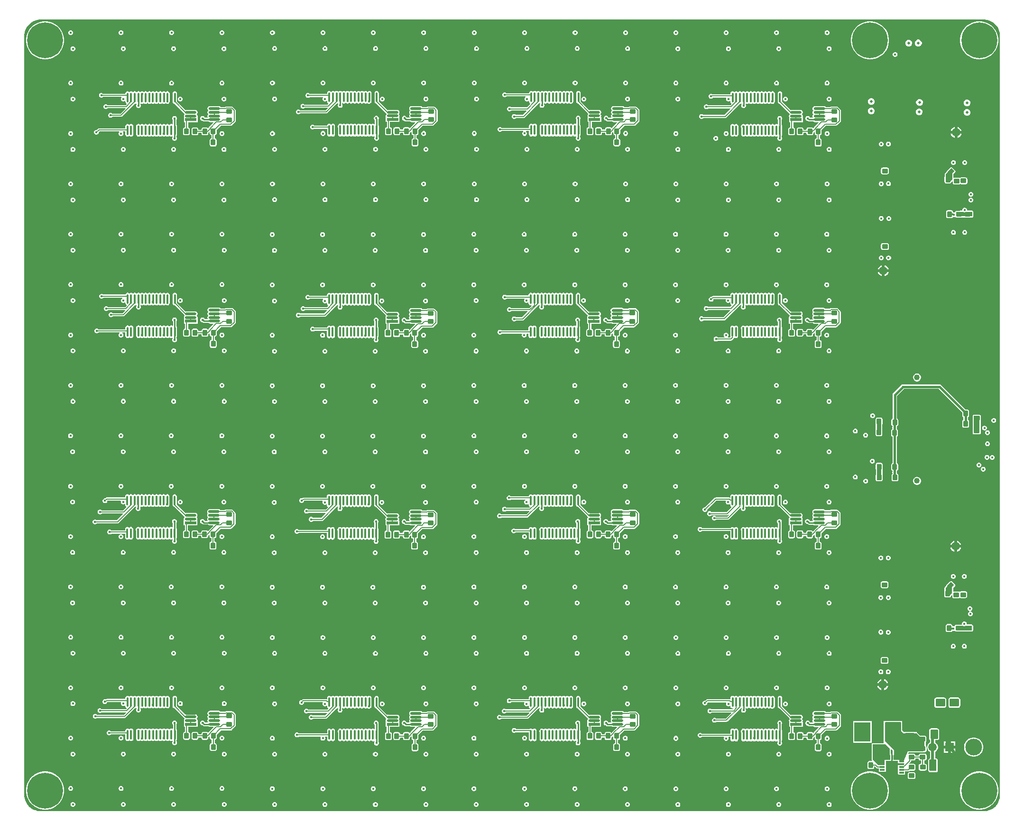
<source format=gbr>
G04*
G04 #@! TF.GenerationSoftware,Altium Limited,Altium Designer,25.0.2 (28)*
G04*
G04 Layer_Physical_Order=6*
G04 Layer_Color=16711680*
%FSLAX25Y25*%
%MOIN*%
G70*
G04*
G04 #@! TF.SameCoordinates,7C83500D-BFB9-469C-A41D-0C693C3E1856*
G04*
G04*
G04 #@! TF.FilePolarity,Positive*
G04*
G01*
G75*
%ADD10C,0.01000*%
%ADD13C,0.01968*%
%ADD16C,0.00600*%
%ADD20R,0.11614X0.13780*%
G04:AMPARAMS|DCode=24|XSize=31.5mil|YSize=39.37mil|CornerRadius=3.94mil|HoleSize=0mil|Usage=FLASHONLY|Rotation=90.000|XOffset=0mil|YOffset=0mil|HoleType=Round|Shape=RoundedRectangle|*
%AMROUNDEDRECTD24*
21,1,0.03150,0.03150,0,0,90.0*
21,1,0.02362,0.03937,0,0,90.0*
1,1,0.00787,0.01575,0.01181*
1,1,0.00787,0.01575,-0.01181*
1,1,0.00787,-0.01575,-0.01181*
1,1,0.00787,-0.01575,0.01181*
%
%ADD24ROUNDEDRECTD24*%
G04:AMPARAMS|DCode=27|XSize=31.5mil|YSize=39.37mil|CornerRadius=3.94mil|HoleSize=0mil|Usage=FLASHONLY|Rotation=0.000|XOffset=0mil|YOffset=0mil|HoleType=Round|Shape=RoundedRectangle|*
%AMROUNDEDRECTD27*
21,1,0.03150,0.03150,0,0,0.0*
21,1,0.02362,0.03937,0,0,0.0*
1,1,0.00787,0.01181,-0.01575*
1,1,0.00787,-0.01181,-0.01575*
1,1,0.00787,-0.01181,0.01575*
1,1,0.00787,0.01181,0.01575*
%
%ADD27ROUNDEDRECTD27*%
G04:AMPARAMS|DCode=29|XSize=55.12mil|YSize=66.93mil|CornerRadius=6.89mil|HoleSize=0mil|Usage=FLASHONLY|Rotation=270.000|XOffset=0mil|YOffset=0mil|HoleType=Round|Shape=RoundedRectangle|*
%AMROUNDEDRECTD29*
21,1,0.05512,0.05315,0,0,270.0*
21,1,0.04134,0.06693,0,0,270.0*
1,1,0.01378,-0.02657,-0.02067*
1,1,0.01378,-0.02657,0.02067*
1,1,0.01378,0.02657,0.02067*
1,1,0.01378,0.02657,-0.02067*
%
%ADD29ROUNDEDRECTD29*%
G04:AMPARAMS|DCode=34|XSize=31.5mil|YSize=39.37mil|CornerRadius=3.94mil|HoleSize=0mil|Usage=FLASHONLY|Rotation=135.000|XOffset=0mil|YOffset=0mil|HoleType=Round|Shape=RoundedRectangle|*
%AMROUNDEDRECTD34*
21,1,0.03150,0.03150,0,0,135.0*
21,1,0.02362,0.03937,0,0,135.0*
1,1,0.00787,0.00278,0.01949*
1,1,0.00787,0.01949,0.00278*
1,1,0.00787,-0.00278,-0.01949*
1,1,0.00787,-0.01949,-0.00278*
%
%ADD34ROUNDEDRECTD34*%
%ADD66C,0.01500*%
%ADD68C,0.04016*%
%ADD69C,0.05906*%
%ADD70R,0.05984X0.05984*%
%ADD71C,0.05984*%
%ADD72C,0.11811*%
%ADD73C,0.25197*%
%ADD74C,0.01772*%
%ADD75C,0.01968*%
%ADD84R,0.03543X0.01181*%
%ADD85R,0.01181X0.03543*%
%ADD86R,0.08465X0.08465*%
G04:AMPARAMS|DCode=87|XSize=50mil|YSize=82.68mil|CornerRadius=6.25mil|HoleSize=0mil|Usage=FLASHONLY|Rotation=180.000|XOffset=0mil|YOffset=0mil|HoleType=Round|Shape=RoundedRectangle|*
%AMROUNDEDRECTD87*
21,1,0.05000,0.07018,0,0,180.0*
21,1,0.03750,0.08268,0,0,180.0*
1,1,0.01250,-0.01875,0.03509*
1,1,0.01250,0.01875,0.03509*
1,1,0.01250,0.01875,-0.03509*
1,1,0.01250,-0.01875,-0.03509*
%
%ADD87ROUNDEDRECTD87*%
G04:AMPARAMS|DCode=88|XSize=80.87mil|YSize=19.68mil|CornerRadius=9.84mil|HoleSize=0mil|Usage=FLASHONLY|Rotation=0.000|XOffset=0mil|YOffset=0mil|HoleType=Round|Shape=RoundedRectangle|*
%AMROUNDEDRECTD88*
21,1,0.08087,0.00000,0,0,0.0*
21,1,0.06119,0.01968,0,0,0.0*
1,1,0.01968,0.03059,0.00000*
1,1,0.01968,-0.03059,0.00000*
1,1,0.01968,-0.03059,0.00000*
1,1,0.01968,0.03059,0.00000*
%
%ADD88ROUNDEDRECTD88*%
%ADD89R,0.08087X0.01968*%
%ADD90O,0.01378X0.07284*%
G04:AMPARAMS|DCode=91|XSize=55.12mil|YSize=66.93mil|CornerRadius=6.89mil|HoleSize=0mil|Usage=FLASHONLY|Rotation=180.000|XOffset=0mil|YOffset=0mil|HoleType=Round|Shape=RoundedRectangle|*
%AMROUNDEDRECTD91*
21,1,0.05512,0.05315,0,0,180.0*
21,1,0.04134,0.06693,0,0,180.0*
1,1,0.01378,-0.02067,0.02657*
1,1,0.01378,0.02067,0.02657*
1,1,0.01378,0.02067,-0.02657*
1,1,0.01378,-0.02067,-0.02657*
%
%ADD91ROUNDEDRECTD91*%
%ADD92C,0.01181*%
G36*
X702228Y623601D02*
X703670Y623214D01*
X705050Y622643D01*
X706344Y621896D01*
X707529Y620987D01*
X708585Y619931D01*
X709494Y618745D01*
X710241Y617452D01*
X710813Y616072D01*
X711199Y614629D01*
X711394Y613148D01*
Y612402D01*
Y78543D01*
Y77797D01*
X711199Y76316D01*
X710813Y74873D01*
X710241Y73493D01*
X709494Y72199D01*
X708585Y71014D01*
X707529Y69958D01*
X706344Y69049D01*
X705050Y68302D01*
X703670Y67731D01*
X702228Y67344D01*
X700747Y67149D01*
X36440D01*
X34959Y67344D01*
X33516Y67731D01*
X32136Y68302D01*
X30843Y69049D01*
X29658Y69958D01*
X28602Y71014D01*
X27692Y72199D01*
X26946Y73493D01*
X26374Y74873D01*
X25987Y76316D01*
X25793Y77797D01*
Y78543D01*
Y612402D01*
Y613148D01*
X25987Y614629D01*
X26374Y616072D01*
X26946Y617452D01*
X27692Y618746D01*
X28602Y619930D01*
X29658Y620987D01*
X30843Y621896D01*
X32136Y622643D01*
X33516Y623214D01*
X34959Y623601D01*
X36440Y623796D01*
X700747D01*
X702228Y623601D01*
D02*
G37*
%LPC*%
G36*
X448586Y616273D02*
X447921D01*
X447306Y616018D01*
X446835Y615548D01*
X446580Y614933D01*
Y614267D01*
X446835Y613652D01*
X447306Y613182D01*
X447921Y612927D01*
X448586D01*
X449201Y613182D01*
X449672Y613652D01*
X449927Y614267D01*
Y614933D01*
X449672Y615548D01*
X449201Y616018D01*
X448586Y616273D01*
D02*
G37*
G36*
X413153D02*
X412488D01*
X411872Y616018D01*
X411402Y615548D01*
X411147Y614933D01*
Y614267D01*
X411402Y613652D01*
X411872Y613182D01*
X412488Y612927D01*
X413153D01*
X413768Y613182D01*
X414239Y613652D01*
X414494Y614267D01*
Y614933D01*
X414239Y615548D01*
X413768Y616018D01*
X413153Y616273D01*
D02*
G37*
G36*
X377720D02*
X377055D01*
X376439Y616018D01*
X375969Y615548D01*
X375714Y614933D01*
Y614267D01*
X375969Y613652D01*
X376439Y613182D01*
X377055Y612927D01*
X377720D01*
X378335Y613182D01*
X378806Y613652D01*
X379061Y614267D01*
Y614933D01*
X378806Y615548D01*
X378335Y616018D01*
X377720Y616273D01*
D02*
G37*
G36*
X342287D02*
X341621D01*
X341006Y616018D01*
X340536Y615548D01*
X340281Y614933D01*
Y614267D01*
X340536Y613652D01*
X341006Y613182D01*
X341621Y612927D01*
X342287D01*
X342902Y613182D01*
X343373Y613652D01*
X343627Y614267D01*
Y614933D01*
X343373Y615548D01*
X342902Y616018D01*
X342287Y616273D01*
D02*
G37*
G36*
X306779Y616266D02*
X306114D01*
X305499Y616011D01*
X305028Y615541D01*
X304773Y614925D01*
Y614260D01*
X305028Y613645D01*
X305499Y613174D01*
X306114Y612919D01*
X306779D01*
X307394Y613174D01*
X307865Y613645D01*
X308120Y614260D01*
Y614925D01*
X307865Y615541D01*
X307394Y616011D01*
X306779Y616266D01*
D02*
G37*
G36*
X271346D02*
X270680D01*
X270065Y616011D01*
X269595Y615541D01*
X269340Y614925D01*
Y614260D01*
X269595Y613645D01*
X270065Y613174D01*
X270680Y612919D01*
X271346D01*
X271961Y613174D01*
X272432Y613645D01*
X272687Y614260D01*
Y614925D01*
X272432Y615541D01*
X271961Y616011D01*
X271346Y616266D01*
D02*
G37*
G36*
X235913D02*
X235247D01*
X234632Y616011D01*
X234162Y615541D01*
X233907Y614925D01*
Y614260D01*
X234162Y613645D01*
X234632Y613174D01*
X235247Y612919D01*
X235913D01*
X236528Y613174D01*
X236999Y613645D01*
X237253Y614260D01*
Y614925D01*
X236999Y615541D01*
X236528Y616011D01*
X235913Y616266D01*
D02*
G37*
G36*
X200480D02*
X199814D01*
X199199Y616011D01*
X198729Y615541D01*
X198474Y614925D01*
Y614260D01*
X198729Y613645D01*
X199199Y613174D01*
X199814Y612919D01*
X200480D01*
X201095Y613174D01*
X201566Y613645D01*
X201820Y614260D01*
Y614925D01*
X201566Y615541D01*
X201095Y616011D01*
X200480Y616266D01*
D02*
G37*
G36*
X590221Y616197D02*
X589556D01*
X588941Y615942D01*
X588470Y615471D01*
X588215Y614856D01*
Y614191D01*
X588470Y613576D01*
X588941Y613105D01*
X589556Y612850D01*
X590221D01*
X590836Y613105D01*
X591307Y613576D01*
X591562Y614191D01*
Y614856D01*
X591307Y615471D01*
X590836Y615942D01*
X590221Y616197D01*
D02*
G37*
G36*
X554788D02*
X554123D01*
X553508Y615942D01*
X553037Y615471D01*
X552782Y614856D01*
Y614191D01*
X553037Y613576D01*
X553508Y613105D01*
X554123Y612850D01*
X554788D01*
X555403Y613105D01*
X555874Y613576D01*
X556129Y614191D01*
Y614856D01*
X555874Y615471D01*
X555403Y615942D01*
X554788Y616197D01*
D02*
G37*
G36*
X519355D02*
X518689D01*
X518075Y615942D01*
X517604Y615471D01*
X517349Y614856D01*
Y614191D01*
X517604Y613576D01*
X518075Y613105D01*
X518689Y612850D01*
X519355D01*
X519970Y613105D01*
X520441Y613576D01*
X520696Y614191D01*
Y614856D01*
X520441Y615471D01*
X519970Y615942D01*
X519355Y616197D01*
D02*
G37*
G36*
X483922D02*
X483256D01*
X482642Y615942D01*
X482171Y615471D01*
X481916Y614856D01*
Y614191D01*
X482171Y613576D01*
X482642Y613105D01*
X483256Y612850D01*
X483922D01*
X484537Y613105D01*
X485008Y613576D01*
X485262Y614191D01*
Y614856D01*
X485008Y615471D01*
X484537Y615942D01*
X483922Y616197D01*
D02*
G37*
G36*
X164934Y616196D02*
X164268D01*
X163653Y615942D01*
X163183Y615471D01*
X162928Y614856D01*
Y614190D01*
X163183Y613576D01*
X163653Y613105D01*
X164268Y612850D01*
X164934D01*
X165549Y613105D01*
X166020Y613576D01*
X166274Y614190D01*
Y614856D01*
X166020Y615471D01*
X165549Y615942D01*
X164934Y616196D01*
D02*
G37*
G36*
X129501D02*
X128835D01*
X128220Y615942D01*
X127750Y615471D01*
X127495Y614856D01*
Y614190D01*
X127750Y613576D01*
X128220Y613105D01*
X128835Y612850D01*
X129501D01*
X130116Y613105D01*
X130587Y613576D01*
X130841Y614190D01*
Y614856D01*
X130587Y615471D01*
X130116Y615942D01*
X129501Y616196D01*
D02*
G37*
G36*
X94068D02*
X93402D01*
X92787Y615942D01*
X92317Y615471D01*
X92062Y614856D01*
Y614190D01*
X92317Y613576D01*
X92787Y613105D01*
X93402Y612850D01*
X94068D01*
X94683Y613105D01*
X95153Y613576D01*
X95408Y614190D01*
Y614856D01*
X95153Y615471D01*
X94683Y615942D01*
X94068Y616196D01*
D02*
G37*
G36*
X58635D02*
X57969D01*
X57354Y615942D01*
X56884Y615471D01*
X56629Y614856D01*
Y614190D01*
X56884Y613576D01*
X57354Y613105D01*
X57969Y612850D01*
X58635D01*
X59250Y613105D01*
X59720Y613576D01*
X59975Y614190D01*
Y614856D01*
X59720Y615471D01*
X59250Y615942D01*
X58635Y616196D01*
D02*
G37*
G36*
X654604Y609744D02*
X653664D01*
X652796Y609384D01*
X652131Y608720D01*
X651772Y607852D01*
Y606912D01*
X652131Y606044D01*
X652796Y605379D01*
X653664Y605020D01*
X654604D01*
X655472Y605379D01*
X656136Y606044D01*
X656496Y606912D01*
Y607852D01*
X656136Y608720D01*
X655472Y609384D01*
X654604Y609744D01*
D02*
G37*
G36*
X647714Y609646D02*
X646774D01*
X645906Y609286D01*
X645241Y608622D01*
X644882Y607753D01*
Y606814D01*
X645241Y605945D01*
X645906Y605281D01*
X646774Y604921D01*
X647714D01*
X648582Y605281D01*
X649247Y605945D01*
X649606Y606814D01*
Y607753D01*
X649247Y608622D01*
X648582Y609286D01*
X647714Y609646D01*
D02*
G37*
G36*
X450127Y605096D02*
X449461D01*
X448846Y604842D01*
X448376Y604371D01*
X448121Y603756D01*
Y603090D01*
X448376Y602476D01*
X448846Y602005D01*
X449461Y601750D01*
X450127D01*
X450742Y602005D01*
X451212Y602476D01*
X451467Y603090D01*
Y603756D01*
X451212Y604371D01*
X450742Y604842D01*
X450127Y605096D01*
D02*
G37*
G36*
X414694D02*
X414028D01*
X413413Y604842D01*
X412942Y604371D01*
X412688Y603756D01*
Y603090D01*
X412942Y602476D01*
X413413Y602005D01*
X414028Y601750D01*
X414694D01*
X415309Y602005D01*
X415779Y602476D01*
X416034Y603090D01*
Y603756D01*
X415779Y604371D01*
X415309Y604842D01*
X414694Y605096D01*
D02*
G37*
G36*
X379261D02*
X378595D01*
X377980Y604842D01*
X377509Y604371D01*
X377255Y603756D01*
Y603090D01*
X377509Y602476D01*
X377980Y602005D01*
X378595Y601750D01*
X379261D01*
X379876Y602005D01*
X380346Y602476D01*
X380601Y603090D01*
Y603756D01*
X380346Y604371D01*
X379876Y604842D01*
X379261Y605096D01*
D02*
G37*
G36*
X343828D02*
X343162D01*
X342547Y604842D01*
X342076Y604371D01*
X341822Y603756D01*
Y603090D01*
X342076Y602476D01*
X342547Y602005D01*
X343162Y601750D01*
X343828D01*
X344443Y602005D01*
X344913Y602476D01*
X345168Y603090D01*
Y603756D01*
X344913Y604371D01*
X344443Y604842D01*
X343828Y605096D01*
D02*
G37*
G36*
X308320Y605089D02*
X307654D01*
X307039Y604834D01*
X306568Y604364D01*
X306314Y603749D01*
Y603083D01*
X306568Y602468D01*
X307039Y601997D01*
X307654Y601743D01*
X308320D01*
X308935Y601997D01*
X309405Y602468D01*
X309660Y603083D01*
Y603749D01*
X309405Y604364D01*
X308935Y604834D01*
X308320Y605089D01*
D02*
G37*
G36*
X272887D02*
X272221D01*
X271606Y604834D01*
X271135Y604364D01*
X270881Y603749D01*
Y603083D01*
X271135Y602468D01*
X271606Y601997D01*
X272221Y601743D01*
X272887D01*
X273502Y601997D01*
X273972Y602468D01*
X274227Y603083D01*
Y603749D01*
X273972Y604364D01*
X273502Y604834D01*
X272887Y605089D01*
D02*
G37*
G36*
X237454D02*
X236788D01*
X236173Y604834D01*
X235702Y604364D01*
X235448Y603749D01*
Y603083D01*
X235702Y602468D01*
X236173Y601997D01*
X236788Y601743D01*
X237454D01*
X238069Y601997D01*
X238539Y602468D01*
X238794Y603083D01*
Y603749D01*
X238539Y604364D01*
X238069Y604834D01*
X237454Y605089D01*
D02*
G37*
G36*
X202021D02*
X201355D01*
X200740Y604834D01*
X200269Y604364D01*
X200014Y603749D01*
Y603083D01*
X200269Y602468D01*
X200740Y601997D01*
X201355Y601743D01*
X202021D01*
X202636Y601997D01*
X203106Y602468D01*
X203361Y603083D01*
Y603749D01*
X203106Y604364D01*
X202636Y604834D01*
X202021Y605089D01*
D02*
G37*
G36*
X591762Y605020D02*
X591096D01*
X590481Y604765D01*
X590010Y604295D01*
X589756Y603680D01*
Y603014D01*
X590010Y602399D01*
X590481Y601928D01*
X591096Y601674D01*
X591762D01*
X592377Y601928D01*
X592847Y602399D01*
X593102Y603014D01*
Y603680D01*
X592847Y604295D01*
X592377Y604765D01*
X591762Y605020D01*
D02*
G37*
G36*
X556329D02*
X555663D01*
X555048Y604765D01*
X554577Y604295D01*
X554323Y603680D01*
Y603014D01*
X554577Y602399D01*
X555048Y601928D01*
X555663Y601674D01*
X556329D01*
X556944Y601928D01*
X557414Y602399D01*
X557669Y603014D01*
Y603680D01*
X557414Y604295D01*
X556944Y604765D01*
X556329Y605020D01*
D02*
G37*
G36*
X520896D02*
X520230D01*
X519615Y604765D01*
X519144Y604295D01*
X518890Y603680D01*
Y603014D01*
X519144Y602399D01*
X519615Y601928D01*
X520230Y601674D01*
X520896D01*
X521511Y601928D01*
X521981Y602399D01*
X522236Y603014D01*
Y603680D01*
X521981Y604295D01*
X521511Y604765D01*
X520896Y605020D01*
D02*
G37*
G36*
X485463D02*
X484797D01*
X484182Y604765D01*
X483711Y604295D01*
X483457Y603680D01*
Y603014D01*
X483711Y602399D01*
X484182Y601928D01*
X484797Y601674D01*
X485463D01*
X486078Y601928D01*
X486548Y602399D01*
X486803Y603014D01*
Y603680D01*
X486548Y604295D01*
X486078Y604765D01*
X485463Y605020D01*
D02*
G37*
G36*
X166474Y605020D02*
X165809D01*
X165194Y604765D01*
X164723Y604294D01*
X164469Y603679D01*
Y603014D01*
X164723Y602399D01*
X165194Y601928D01*
X165809Y601673D01*
X166474D01*
X167089Y601928D01*
X167560Y602399D01*
X167815Y603014D01*
Y603679D01*
X167560Y604294D01*
X167089Y604765D01*
X166474Y605020D01*
D02*
G37*
G36*
X131042D02*
X130376D01*
X129761Y604765D01*
X129290Y604294D01*
X129035Y603679D01*
Y603014D01*
X129290Y602399D01*
X129761Y601928D01*
X130376Y601673D01*
X131042D01*
X131657Y601928D01*
X132127Y602399D01*
X132382Y603014D01*
Y603679D01*
X132127Y604294D01*
X131657Y604765D01*
X131042Y605020D01*
D02*
G37*
G36*
X95608D02*
X94943D01*
X94328Y604765D01*
X93857Y604294D01*
X93602Y603679D01*
Y603014D01*
X93857Y602399D01*
X94328Y601928D01*
X94943Y601673D01*
X95608D01*
X96223Y601928D01*
X96694Y602399D01*
X96949Y603014D01*
Y603679D01*
X96694Y604294D01*
X96223Y604765D01*
X95608Y605020D01*
D02*
G37*
G36*
X60175D02*
X59510D01*
X58895Y604765D01*
X58424Y604294D01*
X58169Y603679D01*
Y603014D01*
X58424Y602399D01*
X58895Y601928D01*
X59510Y601673D01*
X60175D01*
X60790Y601928D01*
X61261Y602399D01*
X61516Y603014D01*
Y603679D01*
X61261Y604294D01*
X60790Y604765D01*
X60175Y605020D01*
D02*
G37*
G36*
X638122Y600978D02*
X637456D01*
X636841Y600723D01*
X636371Y600252D01*
X636116Y599638D01*
Y598972D01*
X636371Y598357D01*
X636841Y597886D01*
X637456Y597632D01*
X638122D01*
X638737Y597886D01*
X639208Y598357D01*
X639462Y598972D01*
Y599638D01*
X639208Y600252D01*
X638737Y600723D01*
X638122Y600978D01*
D02*
G37*
G36*
X697904Y622638D02*
X695797D01*
X693716Y622308D01*
X691712Y621657D01*
X689835Y620701D01*
X688130Y619462D01*
X686640Y617972D01*
X685402Y616268D01*
X684445Y614390D01*
X683794Y612387D01*
X683465Y610306D01*
Y608198D01*
X683794Y606117D01*
X684445Y604114D01*
X685402Y602236D01*
X686640Y600532D01*
X688130Y599042D01*
X689835Y597803D01*
X691712Y596847D01*
X693716Y596196D01*
X695797Y595866D01*
X697904D01*
X699985Y596196D01*
X701989Y596847D01*
X703866Y597803D01*
X705571Y599042D01*
X707060Y600532D01*
X708299Y602236D01*
X709256Y604114D01*
X709907Y606117D01*
X710236Y608198D01*
Y610306D01*
X709907Y612387D01*
X709256Y614390D01*
X708299Y616268D01*
X707060Y617972D01*
X705571Y619462D01*
X703866Y620701D01*
X701989Y621657D01*
X699985Y622308D01*
X697904Y622638D01*
D02*
G37*
G36*
X621132D02*
X619025D01*
X616944Y622308D01*
X614940Y621657D01*
X613063Y620701D01*
X611358Y619462D01*
X609869Y617972D01*
X608630Y616268D01*
X607674Y614390D01*
X607022Y612387D01*
X606693Y610306D01*
Y608198D01*
X607022Y606117D01*
X607674Y604114D01*
X608630Y602236D01*
X609869Y600532D01*
X611358Y599042D01*
X613063Y597803D01*
X614940Y596847D01*
X616944Y596196D01*
X619025Y595866D01*
X621132D01*
X623213Y596196D01*
X625217Y596847D01*
X627094Y597803D01*
X628799Y599042D01*
X630289Y600532D01*
X631527Y602236D01*
X632484Y604114D01*
X633135Y606117D01*
X633465Y608198D01*
Y610306D01*
X633135Y612387D01*
X632484Y614390D01*
X631527Y616268D01*
X630289Y617972D01*
X628799Y619462D01*
X627094Y620701D01*
X625217Y621657D01*
X623213Y622308D01*
X621132Y622638D01*
D02*
G37*
G36*
X41408D02*
X39301D01*
X37220Y622308D01*
X35216Y621657D01*
X33339Y620701D01*
X31634Y619462D01*
X30144Y617972D01*
X28906Y616268D01*
X27949Y614390D01*
X27298Y612387D01*
X26969Y610306D01*
Y608198D01*
X27298Y606117D01*
X27949Y604114D01*
X28906Y602236D01*
X30144Y600532D01*
X31634Y599042D01*
X33339Y597803D01*
X35216Y596847D01*
X37220Y596196D01*
X39301Y595866D01*
X41408D01*
X43489Y596196D01*
X45493Y596847D01*
X47370Y597803D01*
X49075Y599042D01*
X50564Y600532D01*
X51803Y602236D01*
X52759Y604114D01*
X53411Y606117D01*
X53740Y608198D01*
Y610306D01*
X53411Y612387D01*
X52759Y614390D01*
X51803Y616268D01*
X50564Y617972D01*
X49075Y619462D01*
X47370Y620701D01*
X45493Y621657D01*
X43489Y622308D01*
X41408Y622638D01*
D02*
G37*
G36*
X448586Y580840D02*
X447921D01*
X447306Y580585D01*
X446835Y580115D01*
X446580Y579500D01*
Y578834D01*
X446835Y578219D01*
X447306Y577748D01*
X447921Y577494D01*
X448586D01*
X449201Y577748D01*
X449672Y578219D01*
X449927Y578834D01*
Y579500D01*
X449672Y580115D01*
X449201Y580585D01*
X448586Y580840D01*
D02*
G37*
G36*
X413153D02*
X412488D01*
X411872Y580585D01*
X411402Y580115D01*
X411147Y579500D01*
Y578834D01*
X411402Y578219D01*
X411872Y577748D01*
X412488Y577494D01*
X413153D01*
X413768Y577748D01*
X414239Y578219D01*
X414494Y578834D01*
Y579500D01*
X414239Y580115D01*
X413768Y580585D01*
X413153Y580840D01*
D02*
G37*
G36*
X377720D02*
X377055D01*
X376439Y580585D01*
X375969Y580115D01*
X375714Y579500D01*
Y578834D01*
X375969Y578219D01*
X376439Y577748D01*
X377055Y577494D01*
X377720D01*
X378335Y577748D01*
X378806Y578219D01*
X379061Y578834D01*
Y579500D01*
X378806Y580115D01*
X378335Y580585D01*
X377720Y580840D01*
D02*
G37*
G36*
X342287D02*
X341621D01*
X341006Y580585D01*
X340536Y580115D01*
X340281Y579500D01*
Y578834D01*
X340536Y578219D01*
X341006Y577748D01*
X341621Y577494D01*
X342287D01*
X342902Y577748D01*
X343373Y578219D01*
X343627Y578834D01*
Y579500D01*
X343373Y580115D01*
X342902Y580585D01*
X342287Y580840D01*
D02*
G37*
G36*
X306779Y580833D02*
X306114D01*
X305499Y580578D01*
X305028Y580107D01*
X304773Y579492D01*
Y578827D01*
X305028Y578212D01*
X305499Y577741D01*
X306114Y577486D01*
X306779D01*
X307394Y577741D01*
X307865Y578212D01*
X308120Y578827D01*
Y579492D01*
X307865Y580107D01*
X307394Y580578D01*
X306779Y580833D01*
D02*
G37*
G36*
X271346D02*
X270680D01*
X270065Y580578D01*
X269595Y580107D01*
X269340Y579492D01*
Y578827D01*
X269595Y578212D01*
X270065Y577741D01*
X270680Y577486D01*
X271346D01*
X271961Y577741D01*
X272432Y578212D01*
X272687Y578827D01*
Y579492D01*
X272432Y580107D01*
X271961Y580578D01*
X271346Y580833D01*
D02*
G37*
G36*
X235913D02*
X235247D01*
X234632Y580578D01*
X234162Y580107D01*
X233907Y579492D01*
Y578827D01*
X234162Y578212D01*
X234632Y577741D01*
X235247Y577486D01*
X235913D01*
X236528Y577741D01*
X236999Y578212D01*
X237253Y578827D01*
Y579492D01*
X236999Y580107D01*
X236528Y580578D01*
X235913Y580833D01*
D02*
G37*
G36*
X200480D02*
X199814D01*
X199199Y580578D01*
X198729Y580107D01*
X198474Y579492D01*
Y578827D01*
X198729Y578212D01*
X199199Y577741D01*
X199814Y577486D01*
X200480D01*
X201095Y577741D01*
X201566Y578212D01*
X201820Y578827D01*
Y579492D01*
X201566Y580107D01*
X201095Y580578D01*
X200480Y580833D01*
D02*
G37*
G36*
X590221Y580764D02*
X589556D01*
X588941Y580509D01*
X588470Y580038D01*
X588215Y579423D01*
Y578758D01*
X588470Y578143D01*
X588941Y577672D01*
X589556Y577417D01*
X590221D01*
X590836Y577672D01*
X591307Y578143D01*
X591562Y578758D01*
Y579423D01*
X591307Y580038D01*
X590836Y580509D01*
X590221Y580764D01*
D02*
G37*
G36*
X554788D02*
X554123D01*
X553508Y580509D01*
X553037Y580038D01*
X552782Y579423D01*
Y578758D01*
X553037Y578143D01*
X553508Y577672D01*
X554123Y577417D01*
X554788D01*
X555403Y577672D01*
X555874Y578143D01*
X556129Y578758D01*
Y579423D01*
X555874Y580038D01*
X555403Y580509D01*
X554788Y580764D01*
D02*
G37*
G36*
X519355D02*
X518689D01*
X518075Y580509D01*
X517604Y580038D01*
X517349Y579423D01*
Y578758D01*
X517604Y578143D01*
X518075Y577672D01*
X518689Y577417D01*
X519355D01*
X519970Y577672D01*
X520441Y578143D01*
X520696Y578758D01*
Y579423D01*
X520441Y580038D01*
X519970Y580509D01*
X519355Y580764D01*
D02*
G37*
G36*
X483922D02*
X483256D01*
X482642Y580509D01*
X482171Y580038D01*
X481916Y579423D01*
Y578758D01*
X482171Y578143D01*
X482642Y577672D01*
X483256Y577417D01*
X483922D01*
X484537Y577672D01*
X485008Y578143D01*
X485262Y578758D01*
Y579423D01*
X485008Y580038D01*
X484537Y580509D01*
X483922Y580764D01*
D02*
G37*
G36*
X164934Y580763D02*
X164268D01*
X163653Y580509D01*
X163183Y580038D01*
X162928Y579423D01*
Y578757D01*
X163183Y578142D01*
X163653Y577672D01*
X164268Y577417D01*
X164934D01*
X165549Y577672D01*
X166020Y578142D01*
X166274Y578757D01*
Y579423D01*
X166020Y580038D01*
X165549Y580509D01*
X164934Y580763D01*
D02*
G37*
G36*
X129501D02*
X128835D01*
X128220Y580509D01*
X127750Y580038D01*
X127495Y579423D01*
Y578757D01*
X127750Y578142D01*
X128220Y577672D01*
X128835Y577417D01*
X129501D01*
X130116Y577672D01*
X130587Y578142D01*
X130841Y578757D01*
Y579423D01*
X130587Y580038D01*
X130116Y580509D01*
X129501Y580763D01*
D02*
G37*
G36*
X94068D02*
X93402D01*
X92787Y580509D01*
X92317Y580038D01*
X92062Y579423D01*
Y578757D01*
X92317Y578142D01*
X92787Y577672D01*
X93402Y577417D01*
X94068D01*
X94683Y577672D01*
X95153Y578142D01*
X95408Y578757D01*
Y579423D01*
X95153Y580038D01*
X94683Y580509D01*
X94068Y580763D01*
D02*
G37*
G36*
X58635D02*
X57969D01*
X57354Y580509D01*
X56884Y580038D01*
X56629Y579423D01*
Y578757D01*
X56884Y578142D01*
X57354Y577672D01*
X57969Y577417D01*
X58635D01*
X59250Y577672D01*
X59720Y578142D01*
X59975Y578757D01*
Y579423D01*
X59720Y580038D01*
X59250Y580509D01*
X58635Y580763D01*
D02*
G37*
G36*
X410036Y573562D02*
X409460Y573448D01*
X408971Y573121D01*
X408931Y573061D01*
X408581D01*
X408541Y573121D01*
X408053Y573448D01*
X407477Y573562D01*
X406901Y573448D01*
X406412Y573121D01*
X406372Y573061D01*
X406022D01*
X405982Y573121D01*
X405494Y573448D01*
X404918Y573562D01*
X404342Y573448D01*
X403853Y573121D01*
X403813Y573061D01*
X403463D01*
X403423Y573121D01*
X402935Y573448D01*
X402359Y573562D01*
X401783Y573448D01*
X401294Y573121D01*
X401254Y573061D01*
X400904D01*
X400864Y573121D01*
X400376Y573448D01*
X399800Y573562D01*
X399224Y573448D01*
X398735Y573121D01*
X398695Y573061D01*
X398345D01*
X398305Y573121D01*
X397817Y573448D01*
X397240Y573562D01*
X396665Y573448D01*
X396176Y573121D01*
X396136Y573061D01*
X395786D01*
X395746Y573121D01*
X395257Y573448D01*
X394682Y573562D01*
X394106Y573448D01*
X393617Y573121D01*
X393577Y573061D01*
X393227D01*
X393187Y573121D01*
X392699Y573448D01*
X392122Y573562D01*
X391546Y573448D01*
X391058Y573121D01*
X391018Y573061D01*
X390668D01*
X390628Y573121D01*
X390139Y573448D01*
X389563Y573562D01*
X388987Y573448D01*
X388499Y573121D01*
X388459Y573061D01*
X388109D01*
X388069Y573121D01*
X387580Y573448D01*
X387004Y573562D01*
X386428Y573448D01*
X385940Y573121D01*
X385900Y573061D01*
X385550D01*
X385510Y573121D01*
X385021Y573448D01*
X384445Y573562D01*
X383869Y573448D01*
X383381Y573121D01*
X383341Y573061D01*
X382991D01*
X382951Y573121D01*
X382462Y573448D01*
X381886Y573562D01*
X381310Y573448D01*
X380822Y573121D01*
X380496Y572633D01*
X380381Y572057D01*
Y572050D01*
X364659D01*
X364349Y572360D01*
X363734Y572614D01*
X363069D01*
X362454Y572360D01*
X361983Y571889D01*
X361728Y571274D01*
Y570608D01*
X361983Y569993D01*
X362454Y569523D01*
X363069Y569268D01*
X363734D01*
X364349Y569523D01*
X364659Y569833D01*
X378089D01*
X378158Y569483D01*
X377980Y569409D01*
X377509Y568938D01*
X377255Y568323D01*
Y567657D01*
X377509Y567042D01*
X377980Y566572D01*
X378595Y566317D01*
X379261D01*
X379876Y566572D01*
X380031Y566727D01*
X380381Y566582D01*
Y566152D01*
X380496Y565576D01*
X380822Y565087D01*
X381119Y564888D01*
X381182Y564457D01*
X378843Y562117D01*
X368023D01*
X367713Y562427D01*
X367098Y562682D01*
X366433D01*
X365818Y562427D01*
X365347Y561957D01*
X365092Y561342D01*
Y560676D01*
X365347Y560061D01*
X365818Y559590D01*
X366433Y559336D01*
X367098D01*
X367713Y559590D01*
X368023Y559900D01*
X378728D01*
X378862Y559577D01*
X376076Y556791D01*
X371187D01*
X370877Y557100D01*
X370262Y557355D01*
X369597D01*
X368982Y557100D01*
X368511Y556630D01*
X368256Y556015D01*
Y555349D01*
X368511Y554734D01*
X368982Y554263D01*
X369597Y554009D01*
X370262D01*
X370877Y554263D01*
X371187Y554573D01*
X376535D01*
X376959Y554658D01*
X377319Y554898D01*
X387083Y564662D01*
X387580Y564761D01*
X387901Y564975D01*
X388215Y564807D01*
X388243Y564464D01*
X388145Y564366D01*
X387891Y563751D01*
Y563086D01*
X388145Y562471D01*
X388616Y562000D01*
X389231Y561745D01*
X389897D01*
X390512Y562000D01*
X390982Y562471D01*
X391237Y563086D01*
Y563751D01*
X390982Y564366D01*
X390885Y564464D01*
X390913Y564807D01*
X391226Y564975D01*
X391546Y564761D01*
X392122Y564646D01*
X392699Y564761D01*
X393187Y565087D01*
X393227Y565147D01*
X393577D01*
X393617Y565087D01*
X394106Y564761D01*
X394682Y564646D01*
X395257Y564761D01*
X395746Y565087D01*
X395786Y565147D01*
X396136D01*
X396176Y565087D01*
X396665Y564761D01*
X397240Y564646D01*
X397817Y564761D01*
X398305Y565087D01*
X398345Y565147D01*
X398695D01*
X398735Y565087D01*
X399224Y564761D01*
X399800Y564646D01*
X400376Y564761D01*
X400864Y565087D01*
X400904Y565147D01*
X401254D01*
X401294Y565087D01*
X401783Y564761D01*
X402359Y564646D01*
X402935Y564761D01*
X403423Y565087D01*
X403463Y565147D01*
X403813D01*
X403853Y565087D01*
X404342Y564761D01*
X404918Y564646D01*
X405494Y564761D01*
X405982Y565087D01*
X406022Y565147D01*
X406372D01*
X406412Y565087D01*
X406901Y564761D01*
X407477Y564646D01*
X408053Y564761D01*
X408541Y565087D01*
X408732Y565106D01*
X408888Y564950D01*
X409503Y564695D01*
X409791D01*
X410036Y564646D01*
X410612Y564761D01*
X411100Y565087D01*
X411426Y565576D01*
X411541Y566152D01*
Y572057D01*
X411426Y572633D01*
X411100Y573121D01*
X410612Y573448D01*
X410036Y573562D01*
D02*
G37*
G36*
X268229Y573555D02*
X267653Y573440D01*
X267164Y573114D01*
X267124Y573054D01*
X266774D01*
X266734Y573114D01*
X266246Y573440D01*
X265670Y573555D01*
X265094Y573440D01*
X264605Y573114D01*
X264565Y573054D01*
X264215D01*
X264175Y573114D01*
X263687Y573440D01*
X263111Y573555D01*
X262535Y573440D01*
X262046Y573114D01*
X262006Y573054D01*
X261656D01*
X261616Y573114D01*
X261128Y573440D01*
X260552Y573555D01*
X259976Y573440D01*
X259487Y573114D01*
X259447Y573054D01*
X259097D01*
X259057Y573114D01*
X258569Y573440D01*
X257993Y573555D01*
X257417Y573440D01*
X256928Y573114D01*
X256888Y573054D01*
X256538D01*
X256498Y573114D01*
X256010Y573440D01*
X255434Y573555D01*
X254857Y573440D01*
X254369Y573114D01*
X254329Y573054D01*
X253979D01*
X253939Y573114D01*
X253450Y573440D01*
X252874Y573555D01*
X252298Y573440D01*
X251810Y573114D01*
X251770Y573054D01*
X251420D01*
X251380Y573114D01*
X250891Y573440D01*
X250315Y573555D01*
X249739Y573440D01*
X249251Y573114D01*
X249211Y573054D01*
X248861D01*
X248821Y573114D01*
X248332Y573440D01*
X247756Y573555D01*
X247180Y573440D01*
X246692Y573114D01*
X246652Y573054D01*
X246302D01*
X246262Y573114D01*
X245773Y573440D01*
X245197Y573555D01*
X244621Y573440D01*
X244133Y573114D01*
X244093Y573054D01*
X243743D01*
X243703Y573114D01*
X243214Y573440D01*
X242638Y573555D01*
X242062Y573440D01*
X241574Y573114D01*
X241534Y573054D01*
X241184D01*
X241144Y573114D01*
X240655Y573440D01*
X240079Y573555D01*
X239503Y573440D01*
X239015Y573114D01*
X238688Y572626D01*
X238574Y572050D01*
Y571538D01*
X226269D01*
X225959Y571848D01*
X225344Y572103D01*
X224679D01*
X224064Y571848D01*
X223593Y571377D01*
X223338Y570762D01*
Y570097D01*
X223593Y569482D01*
X224064Y569011D01*
X224679Y568756D01*
X225344D01*
X225959Y569011D01*
X226269Y569321D01*
X235635D01*
X235769Y568997D01*
X235702Y568931D01*
X235448Y568316D01*
Y567650D01*
X235702Y567035D01*
X236173Y566564D01*
X236788Y566310D01*
X237454D01*
X238069Y566564D01*
X238224Y566720D01*
X238574Y566575D01*
Y566144D01*
X238688Y565568D01*
X239015Y565080D01*
X239312Y564881D01*
X239375Y564449D01*
X238965Y564039D01*
X222781D01*
X222471Y564348D01*
X221856Y564603D01*
X221191D01*
X220576Y564348D01*
X220105Y563878D01*
X219850Y563263D01*
Y562597D01*
X220105Y561982D01*
X220576Y561512D01*
X221191Y561257D01*
X221856D01*
X222471Y561512D01*
X222781Y561821D01*
X238849D01*
X238983Y561498D01*
X237469Y559984D01*
X219555D01*
X219245Y560293D01*
X218630Y560548D01*
X217964D01*
X217349Y560293D01*
X216879Y559823D01*
X216624Y559208D01*
Y558542D01*
X216879Y557927D01*
X217349Y557456D01*
X217964Y557202D01*
X218630D01*
X219245Y557456D01*
X219555Y557766D01*
X237928D01*
X238352Y557851D01*
X238712Y558091D01*
X245275Y564654D01*
X245773Y564753D01*
X246094Y564968D01*
X246408Y564800D01*
X246436Y564456D01*
X246338Y564359D01*
X246084Y563744D01*
Y563078D01*
X246338Y562463D01*
X246809Y561993D01*
X247424Y561738D01*
X248090D01*
X248705Y561993D01*
X249175Y562463D01*
X249430Y563078D01*
Y563744D01*
X249175Y564359D01*
X249078Y564456D01*
X249106Y564800D01*
X249419Y564967D01*
X249739Y564753D01*
X250315Y564639D01*
X250891Y564753D01*
X251380Y565080D01*
X251420Y565140D01*
X251770D01*
X251810Y565080D01*
X252298Y564753D01*
X252874Y564639D01*
X253450Y564753D01*
X253939Y565080D01*
X253979Y565140D01*
X254329D01*
X254369Y565080D01*
X254857Y564753D01*
X255434Y564639D01*
X256010Y564753D01*
X256498Y565080D01*
X256538Y565140D01*
X256888D01*
X256928Y565080D01*
X257417Y564753D01*
X257993Y564639D01*
X258569Y564753D01*
X259057Y565080D01*
X259097Y565140D01*
X259447D01*
X259487Y565080D01*
X259976Y564753D01*
X260552Y564639D01*
X261128Y564753D01*
X261616Y565080D01*
X261656Y565140D01*
X262006D01*
X262046Y565080D01*
X262535Y564753D01*
X263111Y564639D01*
X263687Y564753D01*
X264175Y565080D01*
X264215Y565140D01*
X264565D01*
X264605Y565080D01*
X265094Y564753D01*
X265670Y564639D01*
X266246Y564753D01*
X266734Y565080D01*
X266924Y565098D01*
X267080Y564942D01*
X267695Y564688D01*
X267984D01*
X268229Y564639D01*
X268805Y564753D01*
X269293Y565080D01*
X269619Y565568D01*
X269734Y566144D01*
Y572050D01*
X269619Y572626D01*
X269293Y573114D01*
X268805Y573440D01*
X268229Y573555D01*
D02*
G37*
G36*
X551671Y573486D02*
X551095Y573371D01*
X550606Y573045D01*
X550566Y572985D01*
X550216D01*
X550176Y573045D01*
X549688Y573371D01*
X549112Y573486D01*
X548536Y573371D01*
X548047Y573045D01*
X548007Y572985D01*
X547657D01*
X547617Y573045D01*
X547129Y573371D01*
X546553Y573486D01*
X545977Y573371D01*
X545488Y573045D01*
X545448Y572985D01*
X545098D01*
X545058Y573045D01*
X544570Y573371D01*
X543994Y573486D01*
X543418Y573371D01*
X542929Y573045D01*
X542889Y572985D01*
X542539D01*
X542499Y573045D01*
X542011Y573371D01*
X541435Y573486D01*
X540859Y573371D01*
X540370Y573045D01*
X540330Y572985D01*
X539980D01*
X539940Y573045D01*
X539452Y573371D01*
X538876Y573486D01*
X538300Y573371D01*
X537811Y573045D01*
X537771Y572985D01*
X537421D01*
X537381Y573045D01*
X536893Y573371D01*
X536317Y573486D01*
X535741Y573371D01*
X535252Y573045D01*
X535212Y572985D01*
X534862D01*
X534822Y573045D01*
X534334Y573371D01*
X533757Y573486D01*
X533181Y573371D01*
X532693Y573045D01*
X532653Y572985D01*
X532303D01*
X532263Y573045D01*
X531775Y573371D01*
X531199Y573486D01*
X530622Y573371D01*
X530134Y573045D01*
X530094Y572985D01*
X529744D01*
X529704Y573045D01*
X529215Y573371D01*
X528639Y573486D01*
X528063Y573371D01*
X527575Y573045D01*
X527535Y572985D01*
X527185D01*
X527145Y573045D01*
X526656Y573371D01*
X526080Y573486D01*
X525504Y573371D01*
X525016Y573045D01*
X524976Y572985D01*
X524626D01*
X524586Y573045D01*
X524097Y573371D01*
X523521Y573486D01*
X522945Y573371D01*
X522457Y573045D01*
X522131Y572557D01*
X522016Y571981D01*
Y571208D01*
X509301D01*
X509286Y571223D01*
X508671Y571478D01*
X508006D01*
X507390Y571223D01*
X506920Y570752D01*
X506665Y570137D01*
Y569472D01*
X506920Y568856D01*
X507390Y568386D01*
X508006Y568131D01*
X508671D01*
X509286Y568386D01*
X509757Y568856D01*
X509812Y568991D01*
X518819D01*
X519053Y568641D01*
X518890Y568247D01*
Y567581D01*
X519144Y566966D01*
X519615Y566495D01*
X520230Y566241D01*
X520896D01*
X521511Y566495D01*
X521666Y566651D01*
X522016Y566506D01*
Y566075D01*
X522131Y565499D01*
X522457Y565011D01*
X522754Y564812D01*
X522817Y564380D01*
X522024Y563587D01*
X506405D01*
X506096Y563896D01*
X505481Y564151D01*
X504815D01*
X504200Y563896D01*
X503729Y563426D01*
X503475Y562811D01*
Y562145D01*
X503729Y561530D01*
X504200Y561059D01*
X504815Y560805D01*
X505481D01*
X506096Y561059D01*
X506405Y561369D01*
X521908D01*
X522042Y561046D01*
X517808Y556812D01*
X502900D01*
X502590Y557121D01*
X501975Y557376D01*
X501309D01*
X500694Y557121D01*
X500224Y556651D01*
X499969Y556036D01*
Y555370D01*
X500224Y554755D01*
X500694Y554284D01*
X501309Y554030D01*
X501975D01*
X502590Y554284D01*
X502900Y554594D01*
X518267D01*
X518691Y554679D01*
X519051Y554919D01*
X528718Y564585D01*
X529215Y564684D01*
X529536Y564899D01*
X529850Y564731D01*
X529878Y564387D01*
X529780Y564290D01*
X529526Y563675D01*
Y563009D01*
X529780Y562394D01*
X530251Y561924D01*
X530866Y561669D01*
X531532D01*
X532147Y561924D01*
X532618Y562394D01*
X532872Y563009D01*
Y563675D01*
X532618Y564290D01*
X532520Y564387D01*
X532548Y564731D01*
X532861Y564898D01*
X533181Y564684D01*
X533757Y564570D01*
X534334Y564684D01*
X534822Y565011D01*
X534862Y565071D01*
X535212D01*
X535252Y565011D01*
X535741Y564684D01*
X536317Y564570D01*
X536893Y564684D01*
X537381Y565011D01*
X537421Y565071D01*
X537771D01*
X537811Y565011D01*
X538300Y564684D01*
X538876Y564570D01*
X539452Y564684D01*
X539940Y565011D01*
X539980Y565071D01*
X540330D01*
X540370Y565011D01*
X540859Y564684D01*
X541435Y564570D01*
X542011Y564684D01*
X542499Y565011D01*
X542539Y565071D01*
X542889D01*
X542929Y565011D01*
X543418Y564684D01*
X543994Y564570D01*
X544570Y564684D01*
X545058Y565011D01*
X545098Y565071D01*
X545448D01*
X545488Y565011D01*
X545977Y564684D01*
X546553Y564570D01*
X547129Y564684D01*
X547617Y565011D01*
X547657Y565071D01*
X548007D01*
X548047Y565011D01*
X548536Y564684D01*
X549112Y564570D01*
X549688Y564684D01*
X550176Y565011D01*
X550366Y565029D01*
X550523Y564873D01*
X551138Y564619D01*
X551426D01*
X551671Y564570D01*
X552247Y564684D01*
X552735Y565011D01*
X553062Y565499D01*
X553176Y566075D01*
Y571981D01*
X553062Y572557D01*
X552735Y573045D01*
X552247Y573371D01*
X551671Y573486D01*
D02*
G37*
G36*
X126384Y573486D02*
X125808Y573371D01*
X125319Y573045D01*
X125279Y572985D01*
X124929D01*
X124889Y573045D01*
X124401Y573371D01*
X123825Y573486D01*
X123249Y573371D01*
X122760Y573045D01*
X122720Y572985D01*
X122370D01*
X122330Y573045D01*
X121842Y573371D01*
X121265Y573486D01*
X120689Y573371D01*
X120201Y573045D01*
X120161Y572985D01*
X119811D01*
X119771Y573045D01*
X119282Y573371D01*
X118706Y573486D01*
X118130Y573371D01*
X117642Y573045D01*
X117602Y572985D01*
X117252D01*
X117212Y573045D01*
X116723Y573371D01*
X116147Y573486D01*
X115571Y573371D01*
X115083Y573045D01*
X115043Y572985D01*
X114693D01*
X114653Y573045D01*
X114164Y573371D01*
X113588Y573486D01*
X113012Y573371D01*
X112524Y573045D01*
X112484Y572985D01*
X112134D01*
X112094Y573045D01*
X111605Y573371D01*
X111029Y573486D01*
X110453Y573371D01*
X109965Y573045D01*
X109925Y572985D01*
X109575D01*
X109535Y573045D01*
X109046Y573371D01*
X108470Y573486D01*
X107894Y573371D01*
X107406Y573045D01*
X107366Y572985D01*
X107016D01*
X106976Y573045D01*
X106487Y573371D01*
X105911Y573486D01*
X105335Y573371D01*
X104847Y573045D01*
X104807Y572985D01*
X104457D01*
X104417Y573045D01*
X103928Y573371D01*
X103352Y573486D01*
X102776Y573371D01*
X102288Y573045D01*
X102248Y572985D01*
X101898D01*
X101857Y573045D01*
X101369Y573371D01*
X100793Y573486D01*
X100217Y573371D01*
X99729Y573045D01*
X99689Y572985D01*
X99339D01*
X99298Y573045D01*
X98810Y573371D01*
X98234Y573486D01*
X97658Y573371D01*
X97170Y573045D01*
X96843Y572556D01*
X96729Y571980D01*
Y571699D01*
X81099D01*
X80789Y572008D01*
X80174Y572263D01*
X79509D01*
X78894Y572008D01*
X78423Y571538D01*
X78168Y570923D01*
Y570257D01*
X78423Y569642D01*
X78894Y569171D01*
X79509Y568917D01*
X80174D01*
X80789Y569171D01*
X81099Y569481D01*
X93982D01*
X94127Y569131D01*
X93857Y568861D01*
X93602Y568246D01*
Y567581D01*
X93857Y566966D01*
X94328Y566495D01*
X94943Y566240D01*
X95608D01*
X96223Y566495D01*
X96379Y566650D01*
X96729Y566505D01*
Y566075D01*
X96843Y565499D01*
X97170Y565010D01*
X97467Y564812D01*
X97530Y564380D01*
X96849Y563698D01*
X84349D01*
X84039Y564008D01*
X83425Y564263D01*
X82759D01*
X82144Y564008D01*
X81673Y563537D01*
X81419Y562922D01*
Y562257D01*
X81673Y561642D01*
X82144Y561171D01*
X82759Y560916D01*
X83425D01*
X84039Y561171D01*
X84349Y561481D01*
X96733D01*
X96867Y561157D01*
X93324Y557615D01*
X87538D01*
X87312Y557841D01*
X86697Y558095D01*
X86031D01*
X85417Y557841D01*
X84946Y557370D01*
X84691Y556755D01*
Y556089D01*
X84946Y555474D01*
X85417Y555004D01*
X86031Y554749D01*
X86697D01*
X87312Y555004D01*
X87705Y555397D01*
X93783D01*
X94208Y555481D01*
X94567Y555722D01*
X103430Y564585D01*
X103928Y564684D01*
X104249Y564898D01*
X104563Y564730D01*
X104591Y564387D01*
X104493Y564290D01*
X104238Y563675D01*
Y563009D01*
X104493Y562394D01*
X104964Y561923D01*
X105579Y561668D01*
X106245D01*
X106860Y561923D01*
X107330Y562394D01*
X107585Y563009D01*
Y563675D01*
X107330Y564290D01*
X107233Y564387D01*
X107261Y564731D01*
X107574Y564898D01*
X107894Y564684D01*
X108470Y564569D01*
X109046Y564684D01*
X109535Y565010D01*
X109575Y565070D01*
X109925D01*
X109965Y565010D01*
X110453Y564684D01*
X111029Y564569D01*
X111605Y564684D01*
X112094Y565010D01*
X112134Y565070D01*
X112484D01*
X112524Y565010D01*
X113012Y564684D01*
X113588Y564569D01*
X114164Y564684D01*
X114653Y565010D01*
X114693Y565070D01*
X115043D01*
X115083Y565010D01*
X115571Y564684D01*
X116147Y564569D01*
X116723Y564684D01*
X117212Y565010D01*
X117252Y565070D01*
X117602D01*
X117642Y565010D01*
X118130Y564684D01*
X118706Y564569D01*
X119282Y564684D01*
X119771Y565010D01*
X119811Y565070D01*
X120161D01*
X120201Y565010D01*
X120689Y564684D01*
X121265Y564569D01*
X121842Y564684D01*
X122330Y565010D01*
X122370Y565070D01*
X122720D01*
X122760Y565010D01*
X123249Y564684D01*
X123825Y564569D01*
X124401Y564684D01*
X124889Y565010D01*
X125079Y565029D01*
X125235Y564873D01*
X125850Y564618D01*
X126138D01*
X126384Y564569D01*
X126960Y564684D01*
X127448Y565010D01*
X127774Y565499D01*
X127889Y566075D01*
Y571980D01*
X127774Y572556D01*
X127448Y573045D01*
X126960Y573371D01*
X126384Y573486D01*
D02*
G37*
G36*
X450127Y569663D02*
X449461D01*
X448846Y569409D01*
X448376Y568938D01*
X448121Y568323D01*
Y567657D01*
X448376Y567042D01*
X448846Y566572D01*
X449461Y566317D01*
X450127D01*
X450742Y566572D01*
X451212Y567042D01*
X451467Y567657D01*
Y568323D01*
X451212Y568938D01*
X450742Y569409D01*
X450127Y569663D01*
D02*
G37*
G36*
X343828D02*
X343162D01*
X342547Y569409D01*
X342076Y568938D01*
X341822Y568323D01*
Y567657D01*
X342076Y567042D01*
X342547Y566572D01*
X343162Y566317D01*
X343828D01*
X344443Y566572D01*
X344913Y567042D01*
X345168Y567657D01*
Y568323D01*
X344913Y568938D01*
X344443Y569409D01*
X343828Y569663D01*
D02*
G37*
G36*
X308320Y569656D02*
X307654D01*
X307039Y569401D01*
X306568Y568931D01*
X306314Y568316D01*
Y567650D01*
X306568Y567035D01*
X307039Y566564D01*
X307654Y566310D01*
X308320D01*
X308935Y566564D01*
X309405Y567035D01*
X309660Y567650D01*
Y568316D01*
X309405Y568931D01*
X308935Y569401D01*
X308320Y569656D01*
D02*
G37*
G36*
X202021D02*
X201355D01*
X200740Y569401D01*
X200269Y568931D01*
X200014Y568316D01*
Y567650D01*
X200269Y567035D01*
X200740Y566564D01*
X201355Y566310D01*
X202021D01*
X202636Y566564D01*
X203106Y567035D01*
X203361Y567650D01*
Y568316D01*
X203106Y568931D01*
X202636Y569401D01*
X202021Y569656D01*
D02*
G37*
G36*
X419380Y569651D02*
X418714D01*
X418099Y569396D01*
X417628Y568925D01*
X417374Y568310D01*
Y567645D01*
X417628Y567030D01*
X418099Y566559D01*
X418714Y566304D01*
X419380D01*
X419995Y566559D01*
X420465Y567030D01*
X420720Y567645D01*
Y568310D01*
X420465Y568925D01*
X419995Y569396D01*
X419380Y569651D01*
D02*
G37*
G36*
X277573Y569643D02*
X276907D01*
X276292Y569389D01*
X275821Y568918D01*
X275567Y568303D01*
Y567637D01*
X275821Y567022D01*
X276292Y566552D01*
X276907Y566297D01*
X277573D01*
X278187Y566552D01*
X278658Y567022D01*
X278913Y567637D01*
Y568303D01*
X278658Y568918D01*
X278187Y569389D01*
X277573Y569643D01*
D02*
G37*
G36*
X591762Y569587D02*
X591096D01*
X590481Y569332D01*
X590010Y568862D01*
X589756Y568247D01*
Y567581D01*
X590010Y566966D01*
X590481Y566495D01*
X591096Y566241D01*
X591762D01*
X592377Y566495D01*
X592847Y566966D01*
X593102Y567581D01*
Y568247D01*
X592847Y568862D01*
X592377Y569332D01*
X591762Y569587D01*
D02*
G37*
G36*
X485463D02*
X484797D01*
X484182Y569332D01*
X483711Y568862D01*
X483457Y568247D01*
Y567581D01*
X483711Y566966D01*
X484182Y566495D01*
X484797Y566241D01*
X485463D01*
X486078Y566495D01*
X486548Y566966D01*
X486803Y567581D01*
Y568247D01*
X486548Y568862D01*
X486078Y569332D01*
X485463Y569587D01*
D02*
G37*
G36*
X166474Y569587D02*
X165809D01*
X165194Y569332D01*
X164723Y568861D01*
X164469Y568246D01*
Y567581D01*
X164723Y566966D01*
X165194Y566495D01*
X165809Y566240D01*
X166474D01*
X167089Y566495D01*
X167560Y566966D01*
X167815Y567581D01*
Y568246D01*
X167560Y568861D01*
X167089Y569332D01*
X166474Y569587D01*
D02*
G37*
G36*
X60175D02*
X59510D01*
X58895Y569332D01*
X58424Y568861D01*
X58169Y568246D01*
Y567581D01*
X58424Y566966D01*
X58895Y566495D01*
X59510Y566240D01*
X60175D01*
X60790Y566495D01*
X61261Y566966D01*
X61516Y567581D01*
Y568246D01*
X61261Y568861D01*
X60790Y569332D01*
X60175Y569587D01*
D02*
G37*
G36*
X561015Y569574D02*
X560349D01*
X559734Y569320D01*
X559263Y568849D01*
X559009Y568234D01*
Y567568D01*
X559263Y566953D01*
X559734Y566483D01*
X560349Y566228D01*
X561015D01*
X561630Y566483D01*
X562100Y566953D01*
X562355Y567568D01*
Y568234D01*
X562100Y568849D01*
X561630Y569320D01*
X561015Y569574D01*
D02*
G37*
G36*
X135727Y569574D02*
X135062D01*
X134447Y569319D01*
X133976Y568849D01*
X133721Y568234D01*
Y567568D01*
X133976Y566953D01*
X134447Y566482D01*
X135062Y566227D01*
X135727D01*
X136342Y566482D01*
X136813Y566953D01*
X137068Y567568D01*
Y568234D01*
X136813Y568849D01*
X136342Y569319D01*
X135727Y569574D01*
D02*
G37*
G36*
X621434Y568504D02*
X620495D01*
X619627Y568144D01*
X618962Y567480D01*
X618602Y566612D01*
Y565672D01*
X618962Y564804D01*
X619627Y564139D01*
X620495Y563779D01*
X621434D01*
X622303Y564139D01*
X622967Y564804D01*
X623327Y565672D01*
Y566612D01*
X622967Y567480D01*
X622303Y568144D01*
X621434Y568504D01*
D02*
G37*
G36*
X655293Y568012D02*
X654353D01*
X653485Y567652D01*
X652820Y566988D01*
X652461Y566119D01*
Y565180D01*
X652820Y564312D01*
X653485Y563647D01*
X654353Y563287D01*
X655293D01*
X656161Y563647D01*
X656825Y564312D01*
X657185Y565180D01*
Y566119D01*
X656825Y566988D01*
X656161Y567652D01*
X655293Y568012D01*
D02*
G37*
G36*
X688659Y567717D02*
X687719D01*
X686851Y567357D01*
X686186Y566692D01*
X685827Y565824D01*
Y564884D01*
X686186Y564016D01*
X686851Y563352D01*
X687719Y562992D01*
X688659D01*
X689527Y563352D01*
X690192Y564016D01*
X690551Y564884D01*
Y565824D01*
X690192Y566692D01*
X689527Y567357D01*
X688659Y567717D01*
D02*
G37*
G36*
X621533Y561909D02*
X620593D01*
X619725Y561550D01*
X619060Y560885D01*
X618701Y560017D01*
Y559077D01*
X619060Y558209D01*
X619725Y557545D01*
X620593Y557185D01*
X621533D01*
X622401Y557545D01*
X623066Y558209D01*
X623425Y559077D01*
Y560017D01*
X623066Y560885D01*
X622401Y561550D01*
X621533Y561909D01*
D02*
G37*
G36*
X655096Y561319D02*
X654156D01*
X653288Y560959D01*
X652623Y560295D01*
X652264Y559426D01*
Y558487D01*
X652623Y557619D01*
X653288Y556954D01*
X654156Y556595D01*
X655096D01*
X655964Y556954D01*
X656629Y557619D01*
X656988Y558487D01*
Y559426D01*
X656629Y560295D01*
X655964Y560959D01*
X655096Y561319D01*
D02*
G37*
G36*
X688659Y560827D02*
X687719D01*
X686851Y560467D01*
X686186Y559803D01*
X685827Y558934D01*
Y557995D01*
X686186Y557127D01*
X686851Y556462D01*
X687719Y556102D01*
X688659D01*
X689527Y556462D01*
X690192Y557127D01*
X690551Y557995D01*
Y558934D01*
X690192Y559803D01*
X689527Y560467D01*
X688659Y560827D01*
D02*
G37*
G36*
X445965Y563005D02*
X439847D01*
X439155Y562868D01*
X438569Y562476D01*
X438178Y561890D01*
X438040Y561199D01*
X438178Y560508D01*
X438569Y559922D01*
Y559917D01*
X438178Y559331D01*
X438040Y558640D01*
X438178Y557948D01*
X438569Y557363D01*
Y557358D01*
X438178Y556772D01*
X438040Y556081D01*
X438178Y555389D01*
X438342Y555143D01*
X438177Y554834D01*
X436275D01*
X436268Y554841D01*
X436055Y555355D01*
X435584Y555826D01*
X434969Y556081D01*
X434304D01*
X433689Y555826D01*
X433218Y555355D01*
X432963Y554740D01*
Y554075D01*
X433218Y553460D01*
X433689Y552989D01*
X434304Y552734D01*
X434662D01*
X434803Y552594D01*
X435229Y552309D01*
X435731Y552209D01*
X438622D01*
X439155Y551853D01*
X439847Y551715D01*
X442223D01*
X442356Y551392D01*
X439108Y548143D01*
X438868Y547784D01*
X438824Y547565D01*
X438804Y547544D01*
X438364Y547599D01*
X438244Y547779D01*
X437853Y548040D01*
X437392Y548131D01*
X435030D01*
X434569Y548040D01*
X434179Y547779D01*
X433918Y547388D01*
X433826Y546927D01*
Y546461D01*
X431707D01*
Y546927D01*
X431615Y547388D01*
X431354Y547779D01*
X430963Y548040D01*
X430503Y548131D01*
X428140D01*
X427680Y548040D01*
X427289Y547779D01*
X427028Y547388D01*
X426936Y546927D01*
Y543778D01*
X427028Y543317D01*
X427289Y542926D01*
X427680Y542665D01*
X428140Y542573D01*
X430503D01*
X430963Y542665D01*
X431354Y542926D01*
X431615Y543317D01*
X431707Y543778D01*
Y544244D01*
X433826D01*
Y543778D01*
X433918Y543317D01*
X434179Y542926D01*
X434569Y542665D01*
X435030Y542573D01*
X437392D01*
X437853Y542665D01*
X438244Y542926D01*
X438505Y543317D01*
X438597Y543778D01*
Y544327D01*
X438604Y544328D01*
X438964Y544568D01*
X439408Y545013D01*
X439731Y544879D01*
Y543778D01*
X439823Y543317D01*
X440084Y542926D01*
X440475Y542665D01*
X440936Y542573D01*
X441008D01*
Y540257D01*
X440936D01*
X440475Y540166D01*
X440084Y539905D01*
X439823Y539514D01*
X439732Y539053D01*
Y535904D01*
X439823Y535443D01*
X440084Y535052D01*
X440475Y534791D01*
X440936Y534699D01*
X443298D01*
X443759Y534791D01*
X444149Y535052D01*
X444411Y535443D01*
X444502Y535904D01*
Y539053D01*
X444411Y539514D01*
X444149Y539905D01*
X443759Y540166D01*
X443298Y540257D01*
X443225D01*
Y542573D01*
X443298D01*
X443759Y542665D01*
X444149Y542926D01*
X444411Y543317D01*
X444502Y543778D01*
Y546170D01*
X447497Y549165D01*
X454420D01*
X454844Y549249D01*
X455203Y549490D01*
X457664Y551951D01*
X457905Y552310D01*
X457989Y552735D01*
Y560017D01*
X457905Y560442D01*
X457664Y560801D01*
X456128Y562338D01*
X455769Y562578D01*
X455344Y562662D01*
X451017D01*
X450593Y562578D01*
X450233Y562338D01*
X450203Y562308D01*
X447355D01*
X447242Y562476D01*
X446656Y562868D01*
X445965Y563005D01*
D02*
G37*
G36*
X304158Y562998D02*
X298040D01*
X297348Y562860D01*
X296762Y562469D01*
X296371Y561883D01*
X296233Y561192D01*
X296371Y560500D01*
X296762Y559914D01*
Y559910D01*
X296371Y559324D01*
X296233Y558632D01*
X296371Y557941D01*
X296762Y557355D01*
Y557351D01*
X296371Y556765D01*
X296233Y556073D01*
X296371Y555382D01*
X296535Y555136D01*
X296370Y554827D01*
X294468D01*
X294461Y554834D01*
X294248Y555348D01*
X293777Y555819D01*
X293162Y556073D01*
X292497D01*
X291882Y555819D01*
X291411Y555348D01*
X291156Y554733D01*
Y554067D01*
X291411Y553452D01*
X291882Y552982D01*
X292497Y552727D01*
X292855D01*
X292996Y552586D01*
X293422Y552302D01*
X293924Y552202D01*
X296815D01*
X297348Y551845D01*
X298040Y551708D01*
X300415D01*
X300549Y551385D01*
X297301Y548136D01*
X297061Y547776D01*
X297017Y547557D01*
X296996Y547537D01*
X296557Y547592D01*
X296437Y547771D01*
X296046Y548032D01*
X295585Y548124D01*
X293223D01*
X292762Y548032D01*
X292372Y547771D01*
X292111Y547381D01*
X292019Y546920D01*
Y546454D01*
X289900D01*
Y546920D01*
X289808Y547381D01*
X289547Y547771D01*
X289156Y548032D01*
X288696Y548124D01*
X286333D01*
X285873Y548032D01*
X285482Y547771D01*
X285221Y547381D01*
X285129Y546920D01*
Y543770D01*
X285221Y543309D01*
X285482Y542919D01*
X285873Y542658D01*
X286333Y542566D01*
X288696D01*
X289156Y542658D01*
X289547Y542919D01*
X289808Y543309D01*
X289900Y543770D01*
Y544236D01*
X292019D01*
Y543770D01*
X292111Y543309D01*
X292372Y542919D01*
X292762Y542658D01*
X293223Y542566D01*
X295585D01*
X296046Y542658D01*
X296437Y542919D01*
X296698Y543309D01*
X296790Y543770D01*
Y544319D01*
X296797Y544321D01*
X297157Y544561D01*
X297601Y545005D01*
X297924Y544871D01*
Y543770D01*
X298016Y543309D01*
X298277Y542919D01*
X298668Y542658D01*
X299129Y542566D01*
X299201D01*
Y540250D01*
X299129D01*
X298668Y540158D01*
X298277Y539897D01*
X298016Y539507D01*
X297924Y539046D01*
Y535896D01*
X298016Y535435D01*
X298277Y535045D01*
X298668Y534784D01*
X299129Y534692D01*
X301491D01*
X301952Y534784D01*
X302342Y535045D01*
X302603Y535435D01*
X302695Y535896D01*
Y539046D01*
X302603Y539507D01*
X302342Y539897D01*
X301952Y540158D01*
X301491Y540250D01*
X301418D01*
Y542566D01*
X301491D01*
X301952Y542658D01*
X302342Y542919D01*
X302603Y543309D01*
X302695Y543770D01*
Y546162D01*
X305690Y549158D01*
X312613D01*
X313037Y549242D01*
X313397Y549482D01*
X315858Y551943D01*
X316098Y552303D01*
X316182Y552727D01*
Y560010D01*
X316098Y560434D01*
X315858Y560794D01*
X314321Y562330D01*
X313962Y562570D01*
X313537Y562655D01*
X309210D01*
X308786Y562570D01*
X308426Y562330D01*
X308396Y562300D01*
X305548D01*
X305435Y562469D01*
X304849Y562860D01*
X304158Y562998D01*
D02*
G37*
G36*
X587600Y562929D02*
X581482D01*
X580790Y562791D01*
X580204Y562400D01*
X579813Y561814D01*
X579675Y561122D01*
X579813Y560431D01*
X580204Y559845D01*
Y559841D01*
X579813Y559255D01*
X579675Y558563D01*
X579813Y557872D01*
X580204Y557286D01*
Y557282D01*
X579813Y556696D01*
X579675Y556004D01*
X579813Y555313D01*
X579977Y555067D01*
X579812Y554758D01*
X577910D01*
X577903Y554765D01*
X577690Y555279D01*
X577219Y555750D01*
X576604Y556004D01*
X575939D01*
X575324Y555750D01*
X574853Y555279D01*
X574598Y554664D01*
Y553998D01*
X574853Y553383D01*
X575324Y552913D01*
X575939Y552658D01*
X576297D01*
X576438Y552517D01*
X576864Y552233D01*
X577366Y552133D01*
X580257D01*
X580790Y551776D01*
X581482Y551639D01*
X583858D01*
X583992Y551316D01*
X580743Y548067D01*
X580503Y547707D01*
X580459Y547488D01*
X580439Y547468D01*
X579999Y547523D01*
X579879Y547702D01*
X579488Y547963D01*
X579028Y548055D01*
X576665D01*
X576204Y547963D01*
X575814Y547702D01*
X575553Y547312D01*
X575461Y546851D01*
Y546385D01*
X573342D01*
Y546851D01*
X573250Y547312D01*
X572989Y547702D01*
X572599Y547963D01*
X572138Y548055D01*
X569775D01*
X569315Y547963D01*
X568924Y547702D01*
X568663Y547312D01*
X568571Y546851D01*
Y543701D01*
X568663Y543240D01*
X568924Y542850D01*
X569315Y542589D01*
X569775Y542497D01*
X572138D01*
X572599Y542589D01*
X572989Y542850D01*
X573250Y543240D01*
X573342Y543701D01*
Y544167D01*
X575461D01*
Y543701D01*
X575553Y543240D01*
X575814Y542850D01*
X576204Y542589D01*
X576665Y542497D01*
X579028D01*
X579488Y542589D01*
X579879Y542850D01*
X580140Y543240D01*
X580232Y543701D01*
Y544250D01*
X580239Y544252D01*
X580599Y544492D01*
X581043Y544936D01*
X581366Y544802D01*
Y543701D01*
X581458Y543240D01*
X581719Y542850D01*
X582110Y542589D01*
X582571Y542497D01*
X582643D01*
Y540181D01*
X582571D01*
X582110Y540089D01*
X581719Y539828D01*
X581458Y539438D01*
X581366Y538977D01*
Y535827D01*
X581458Y535366D01*
X581719Y534976D01*
X582110Y534715D01*
X582571Y534623D01*
X584933D01*
X585394Y534715D01*
X585784Y534976D01*
X586046Y535366D01*
X586137Y535827D01*
Y538977D01*
X586046Y539438D01*
X585784Y539828D01*
X585394Y540089D01*
X584933Y540181D01*
X584861D01*
Y542497D01*
X584933D01*
X585394Y542589D01*
X585784Y542850D01*
X586046Y543240D01*
X586137Y543701D01*
Y546093D01*
X589132Y549088D01*
X596055D01*
X596479Y549173D01*
X596839Y549413D01*
X599300Y551874D01*
X599540Y552234D01*
X599624Y552658D01*
Y559941D01*
X599540Y560365D01*
X599300Y560725D01*
X597763Y562261D01*
X597404Y562501D01*
X596980Y562586D01*
X592652D01*
X592228Y562501D01*
X591868Y562261D01*
X591838Y562231D01*
X588990D01*
X588877Y562400D01*
X588292Y562791D01*
X587600Y562929D01*
D02*
G37*
G36*
X162313Y562928D02*
X156194D01*
X155503Y562791D01*
X154917Y562399D01*
X154525Y561813D01*
X154388Y561122D01*
X154525Y560431D01*
X154917Y559845D01*
Y559840D01*
X154525Y559254D01*
X154388Y558563D01*
X154525Y557872D01*
X154917Y557286D01*
Y557281D01*
X154525Y556695D01*
X154388Y556004D01*
X154525Y555313D01*
X154690Y555066D01*
X154525Y554757D01*
X152623D01*
X152616Y554764D01*
X152403Y555278D01*
X151932Y555749D01*
X151317Y556004D01*
X150651D01*
X150037Y555749D01*
X149566Y555278D01*
X149311Y554664D01*
Y553998D01*
X149566Y553383D01*
X150037Y552912D01*
X150651Y552658D01*
X151010D01*
X151151Y552517D01*
X151577Y552232D01*
X152079Y552132D01*
X154970D01*
X155503Y551776D01*
X156194Y551639D01*
X158570D01*
X158704Y551315D01*
X155456Y548067D01*
X155216Y547707D01*
X155172Y547488D01*
X155151Y547467D01*
X154712Y547522D01*
X154592Y547702D01*
X154201Y547963D01*
X153740Y548055D01*
X151378D01*
X150917Y547963D01*
X150526Y547702D01*
X150265Y547311D01*
X150174Y546850D01*
Y546384D01*
X148055D01*
Y546850D01*
X147963Y547311D01*
X147702Y547702D01*
X147311Y547963D01*
X146850Y548055D01*
X144488D01*
X144027Y547963D01*
X143637Y547702D01*
X143376Y547311D01*
X143284Y546850D01*
Y543701D01*
X143376Y543240D01*
X143637Y542849D01*
X144027Y542588D01*
X144488Y542497D01*
X146850D01*
X147311Y542588D01*
X147702Y542849D01*
X147963Y543240D01*
X148055Y543701D01*
Y544167D01*
X150174D01*
Y543701D01*
X150265Y543240D01*
X150526Y542849D01*
X150917Y542588D01*
X151378Y542497D01*
X153740D01*
X154201Y542588D01*
X154592Y542849D01*
X154853Y543240D01*
X154944Y543701D01*
Y544250D01*
X154952Y544251D01*
X155312Y544492D01*
X155756Y544936D01*
X156079Y544802D01*
Y543701D01*
X156171Y543240D01*
X156432Y542849D01*
X156823Y542588D01*
X157283Y542497D01*
X157356D01*
Y540181D01*
X157283D01*
X156823Y540089D01*
X156432Y539828D01*
X156171Y539437D01*
X156079Y538976D01*
Y535827D01*
X156171Y535366D01*
X156432Y534975D01*
X156823Y534714D01*
X157283Y534622D01*
X159646D01*
X160107Y534714D01*
X160497Y534975D01*
X160758Y535366D01*
X160850Y535827D01*
Y538976D01*
X160758Y539437D01*
X160497Y539828D01*
X160107Y540089D01*
X159646Y540181D01*
X159573D01*
Y542497D01*
X159646D01*
X160107Y542588D01*
X160497Y542849D01*
X160758Y543240D01*
X160850Y543701D01*
Y546093D01*
X163845Y549088D01*
X170767D01*
X171192Y549172D01*
X171551Y549413D01*
X174012Y551874D01*
X174253Y552234D01*
X174337Y552658D01*
Y559941D01*
X174253Y560365D01*
X174012Y560725D01*
X172476Y562261D01*
X172116Y562501D01*
X171692Y562585D01*
X167365D01*
X166941Y562501D01*
X166581Y562261D01*
X166551Y562231D01*
X163703D01*
X163590Y562399D01*
X163004Y562791D01*
X162313Y562928D01*
D02*
G37*
G36*
X415284Y556081D02*
X414619D01*
X414004Y555826D01*
X413533Y555355D01*
X413278Y554740D01*
Y554075D01*
X413533Y553460D01*
X413795Y553198D01*
Y550420D01*
X413445Y550233D01*
X413171Y550416D01*
X412595Y550531D01*
X412019Y550416D01*
X411530Y550090D01*
X411490Y550030D01*
X411140D01*
X411100Y550090D01*
X410612Y550416D01*
X410036Y550531D01*
X409460Y550416D01*
X408971Y550090D01*
X408931Y550030D01*
X408581D01*
X408541Y550090D01*
X408053Y550416D01*
X407477Y550531D01*
X406901Y550416D01*
X406412Y550090D01*
X406372Y550030D01*
X406022D01*
X405982Y550090D01*
X405494Y550416D01*
X404918Y550531D01*
X404342Y550416D01*
X403853Y550090D01*
X403813Y550030D01*
X403463D01*
X403423Y550090D01*
X402935Y550416D01*
X402359Y550531D01*
X401783Y550416D01*
X401294Y550090D01*
X401254Y550030D01*
X400904D01*
X400864Y550090D01*
X400376Y550416D01*
X399800Y550531D01*
X399224Y550416D01*
X398735Y550090D01*
X398695Y550030D01*
X398345D01*
X398305Y550090D01*
X397817Y550416D01*
X397240Y550531D01*
X396665Y550416D01*
X396176Y550090D01*
X396136Y550030D01*
X395786D01*
X395746Y550090D01*
X395257Y550416D01*
X394682Y550531D01*
X394106Y550416D01*
X393617Y550090D01*
X393577Y550030D01*
X393227D01*
X393187Y550090D01*
X392699Y550416D01*
X392122Y550531D01*
X391546Y550416D01*
X391058Y550090D01*
X391018Y550030D01*
X390668D01*
X390628Y550090D01*
X390139Y550416D01*
X389563Y550531D01*
X388987Y550416D01*
X388499Y550090D01*
X388437Y549997D01*
X388092Y549652D01*
X387838Y549037D01*
Y548372D01*
X388058Y547839D01*
Y543120D01*
X388173Y542544D01*
X388499Y542056D01*
X388987Y541729D01*
X389563Y541615D01*
X390139Y541729D01*
X390628Y542056D01*
X390668Y542116D01*
X391018D01*
X391058Y542056D01*
X391546Y541729D01*
X392122Y541615D01*
X392699Y541729D01*
X393187Y542056D01*
X393227Y542116D01*
X393577D01*
X393617Y542056D01*
X394106Y541729D01*
X394682Y541615D01*
X395257Y541729D01*
X395746Y542056D01*
X395786Y542116D01*
X396136D01*
X396176Y542056D01*
X396665Y541729D01*
X397240Y541615D01*
X397817Y541729D01*
X398305Y542056D01*
X398345Y542116D01*
X398695D01*
X398735Y542056D01*
X399224Y541729D01*
X399800Y541615D01*
X400376Y541729D01*
X400864Y542056D01*
X400904Y542116D01*
X401254D01*
X401294Y542056D01*
X401783Y541729D01*
X402359Y541615D01*
X402935Y541729D01*
X403423Y542056D01*
X403463Y542116D01*
X403813D01*
X403853Y542056D01*
X404342Y541729D01*
X404918Y541615D01*
X405494Y541729D01*
X405982Y542056D01*
X406022Y542116D01*
X406372D01*
X406412Y542056D01*
X406901Y541729D01*
X407477Y541615D01*
X408053Y541729D01*
X408541Y542056D01*
X408581Y542116D01*
X408931D01*
X408971Y542056D01*
X409460Y541729D01*
X410036Y541615D01*
X410612Y541729D01*
X411100Y542056D01*
X411140Y542116D01*
X411490D01*
X411530Y542056D01*
X412019Y541729D01*
X412595Y541615D01*
X413171Y541729D01*
X413342Y541844D01*
X413673Y541679D01*
X413702Y541403D01*
X413626Y541327D01*
X413371Y540712D01*
Y540046D01*
X413626Y539431D01*
X414096Y538960D01*
X414711Y538705D01*
X415377D01*
X415992Y538960D01*
X416463Y539431D01*
X416717Y540046D01*
Y540712D01*
X416463Y541327D01*
X416412Y541378D01*
Y542345D01*
X416545Y542544D01*
X416659Y543120D01*
Y549025D01*
X416545Y549602D01*
X416420Y549788D01*
Y553581D01*
X416625Y554075D01*
Y554740D01*
X416370Y555355D01*
X415899Y555826D01*
X415284Y556081D01*
D02*
G37*
G36*
X273477Y556073D02*
X272812D01*
X272197Y555819D01*
X271726Y555348D01*
X271471Y554733D01*
Y554067D01*
X271726Y553452D01*
X271988Y553190D01*
Y550413D01*
X271638Y550226D01*
X271364Y550409D01*
X270788Y550523D01*
X270212Y550409D01*
X269723Y550082D01*
X269683Y550023D01*
X269333D01*
X269293Y550082D01*
X268805Y550409D01*
X268229Y550523D01*
X267653Y550409D01*
X267164Y550082D01*
X267124Y550023D01*
X266774D01*
X266734Y550082D01*
X266246Y550409D01*
X265670Y550523D01*
X265094Y550409D01*
X264605Y550082D01*
X264565Y550023D01*
X264215D01*
X264175Y550082D01*
X263687Y550409D01*
X263111Y550523D01*
X262535Y550409D01*
X262046Y550082D01*
X262006Y550023D01*
X261656D01*
X261616Y550082D01*
X261128Y550409D01*
X260552Y550523D01*
X259976Y550409D01*
X259487Y550082D01*
X259447Y550023D01*
X259097D01*
X259057Y550082D01*
X258569Y550409D01*
X257993Y550523D01*
X257417Y550409D01*
X256928Y550082D01*
X256888Y550023D01*
X256538D01*
X256498Y550082D01*
X256010Y550409D01*
X255434Y550523D01*
X254857Y550409D01*
X254369Y550082D01*
X254329Y550023D01*
X253979D01*
X253939Y550082D01*
X253450Y550409D01*
X252874Y550523D01*
X252298Y550409D01*
X251810Y550082D01*
X251770Y550023D01*
X251420D01*
X251380Y550082D01*
X250891Y550409D01*
X250315Y550523D01*
X249739Y550409D01*
X249251Y550082D01*
X249211Y550023D01*
X248861D01*
X248821Y550082D01*
X248332Y550409D01*
X247756Y550523D01*
X247180Y550409D01*
X246692Y550082D01*
X246630Y549989D01*
X246285Y549645D01*
X246030Y549030D01*
Y548364D01*
X246251Y547832D01*
Y543113D01*
X246366Y542536D01*
X246692Y542048D01*
X247180Y541722D01*
X247756Y541607D01*
X248332Y541722D01*
X248821Y542048D01*
X248861Y542108D01*
X249211D01*
X249251Y542048D01*
X249739Y541722D01*
X250315Y541607D01*
X250891Y541722D01*
X251380Y542048D01*
X251420Y542108D01*
X251770D01*
X251810Y542048D01*
X252298Y541722D01*
X252874Y541607D01*
X253450Y541722D01*
X253939Y542048D01*
X253979Y542108D01*
X254329D01*
X254369Y542048D01*
X254857Y541722D01*
X255434Y541607D01*
X256010Y541722D01*
X256498Y542048D01*
X256538Y542108D01*
X256888D01*
X256928Y542048D01*
X257417Y541722D01*
X257993Y541607D01*
X258569Y541722D01*
X259057Y542048D01*
X259097Y542108D01*
X259447D01*
X259487Y542048D01*
X259976Y541722D01*
X260552Y541607D01*
X261128Y541722D01*
X261616Y542048D01*
X261656Y542108D01*
X262006D01*
X262046Y542048D01*
X262535Y541722D01*
X263111Y541607D01*
X263687Y541722D01*
X264175Y542048D01*
X264215Y542108D01*
X264565D01*
X264605Y542048D01*
X265094Y541722D01*
X265670Y541607D01*
X266246Y541722D01*
X266734Y542048D01*
X266774Y542108D01*
X267124D01*
X267164Y542048D01*
X267653Y541722D01*
X268229Y541607D01*
X268805Y541722D01*
X269293Y542048D01*
X269333Y542108D01*
X269683D01*
X269723Y542048D01*
X270212Y541722D01*
X270788Y541607D01*
X271364Y541722D01*
X271535Y541836D01*
X271866Y541672D01*
X271895Y541396D01*
X271819Y541319D01*
X271564Y540704D01*
Y540038D01*
X271819Y539424D01*
X272289Y538953D01*
X272904Y538698D01*
X273570D01*
X274185Y538953D01*
X274656Y539424D01*
X274910Y540038D01*
Y540704D01*
X274656Y541319D01*
X274605Y541370D01*
Y542338D01*
X274738Y542536D01*
X274852Y543113D01*
Y549018D01*
X274738Y549594D01*
X274613Y549780D01*
Y553574D01*
X274818Y554067D01*
Y554733D01*
X274563Y555348D01*
X274092Y555819D01*
X273477Y556073D01*
D02*
G37*
G36*
X556919Y556004D02*
X556254D01*
X555639Y555750D01*
X555168Y555279D01*
X554913Y554664D01*
Y553998D01*
X555168Y553383D01*
X555430Y553121D01*
Y550344D01*
X555080Y550157D01*
X554806Y550340D01*
X554230Y550454D01*
X553654Y550340D01*
X553166Y550013D01*
X553125Y549953D01*
X552775D01*
X552735Y550013D01*
X552247Y550340D01*
X551671Y550454D01*
X551095Y550340D01*
X550606Y550013D01*
X550566Y549953D01*
X550216D01*
X550176Y550013D01*
X549688Y550340D01*
X549112Y550454D01*
X548536Y550340D01*
X548047Y550013D01*
X548007Y549953D01*
X547657D01*
X547617Y550013D01*
X547129Y550340D01*
X546553Y550454D01*
X545977Y550340D01*
X545488Y550013D01*
X545448Y549953D01*
X545098D01*
X545058Y550013D01*
X544570Y550340D01*
X543994Y550454D01*
X543418Y550340D01*
X542929Y550013D01*
X542889Y549953D01*
X542539D01*
X542499Y550013D01*
X542011Y550340D01*
X541435Y550454D01*
X540859Y550340D01*
X540370Y550013D01*
X540330Y549953D01*
X539980D01*
X539940Y550013D01*
X539452Y550340D01*
X538876Y550454D01*
X538300Y550340D01*
X537811Y550013D01*
X537771Y549953D01*
X537421D01*
X537381Y550013D01*
X536893Y550340D01*
X536317Y550454D01*
X535741Y550340D01*
X535252Y550013D01*
X535212Y549953D01*
X534862D01*
X534822Y550013D01*
X534334Y550340D01*
X533757Y550454D01*
X533181Y550340D01*
X532693Y550013D01*
X532653Y549953D01*
X532303D01*
X532263Y550013D01*
X531775Y550340D01*
X531199Y550454D01*
X530622Y550340D01*
X530134Y550013D01*
X530072Y549920D01*
X529727Y549576D01*
X529473Y548961D01*
Y548295D01*
X529693Y547763D01*
Y543044D01*
X529808Y542467D01*
X530134Y541979D01*
X530622Y541653D01*
X531199Y541538D01*
X531775Y541653D01*
X532263Y541979D01*
X532303Y542039D01*
X532653D01*
X532693Y541979D01*
X533181Y541653D01*
X533757Y541538D01*
X534334Y541653D01*
X534822Y541979D01*
X534862Y542039D01*
X535212D01*
X535252Y541979D01*
X535741Y541653D01*
X536317Y541538D01*
X536893Y541653D01*
X537381Y541979D01*
X537421Y542039D01*
X537771D01*
X537811Y541979D01*
X538300Y541653D01*
X538876Y541538D01*
X539452Y541653D01*
X539940Y541979D01*
X539980Y542039D01*
X540330D01*
X540370Y541979D01*
X540859Y541653D01*
X541435Y541538D01*
X542011Y541653D01*
X542499Y541979D01*
X542539Y542039D01*
X542889D01*
X542929Y541979D01*
X543418Y541653D01*
X543994Y541538D01*
X544570Y541653D01*
X545058Y541979D01*
X545098Y542039D01*
X545448D01*
X545488Y541979D01*
X545977Y541653D01*
X546553Y541538D01*
X547129Y541653D01*
X547617Y541979D01*
X547657Y542039D01*
X548007D01*
X548047Y541979D01*
X548536Y541653D01*
X549112Y541538D01*
X549688Y541653D01*
X550176Y541979D01*
X550216Y542039D01*
X550566D01*
X550606Y541979D01*
X551095Y541653D01*
X551671Y541538D01*
X552247Y541653D01*
X552735Y541979D01*
X552775Y542039D01*
X553125D01*
X553166Y541979D01*
X553654Y541653D01*
X554230Y541538D01*
X554806Y541653D01*
X554977Y541767D01*
X555309Y541603D01*
X555337Y541327D01*
X555261Y541250D01*
X555006Y540635D01*
Y539969D01*
X555261Y539355D01*
X555731Y538884D01*
X556347Y538629D01*
X557012D01*
X557627Y538884D01*
X558098Y539355D01*
X558353Y539969D01*
Y540635D01*
X558098Y541250D01*
X558047Y541301D01*
Y542269D01*
X558180Y542467D01*
X558294Y543044D01*
Y548949D01*
X558180Y549525D01*
X558055Y549711D01*
Y553505D01*
X558260Y553998D01*
Y554664D01*
X558005Y555279D01*
X557534Y555750D01*
X556919Y556004D01*
D02*
G37*
G36*
X131632Y556004D02*
X130966D01*
X130351Y555749D01*
X129881Y555278D01*
X129626Y554664D01*
Y553998D01*
X129881Y553383D01*
X130143Y553121D01*
Y550343D01*
X129793Y550156D01*
X129519Y550339D01*
X128943Y550454D01*
X128367Y550339D01*
X127878Y550013D01*
X127838Y549953D01*
X127488D01*
X127448Y550013D01*
X126960Y550339D01*
X126384Y550454D01*
X125808Y550339D01*
X125319Y550013D01*
X125279Y549953D01*
X124929D01*
X124889Y550013D01*
X124401Y550339D01*
X123825Y550454D01*
X123249Y550339D01*
X122760Y550013D01*
X122720Y549953D01*
X122370D01*
X122330Y550013D01*
X121842Y550339D01*
X121265Y550454D01*
X120689Y550339D01*
X120201Y550013D01*
X120161Y549953D01*
X119811D01*
X119771Y550013D01*
X119282Y550339D01*
X118706Y550454D01*
X118130Y550339D01*
X117642Y550013D01*
X117602Y549953D01*
X117252D01*
X117212Y550013D01*
X116723Y550339D01*
X116147Y550454D01*
X115571Y550339D01*
X115083Y550013D01*
X115043Y549953D01*
X114693D01*
X114653Y550013D01*
X114164Y550339D01*
X113588Y550454D01*
X113012Y550339D01*
X112524Y550013D01*
X112484Y549953D01*
X112134D01*
X112094Y550013D01*
X111605Y550339D01*
X111029Y550454D01*
X110453Y550339D01*
X109965Y550013D01*
X109925Y549953D01*
X109575D01*
X109535Y550013D01*
X109046Y550339D01*
X108470Y550454D01*
X107894Y550339D01*
X107406Y550013D01*
X107366Y549953D01*
X107016D01*
X106976Y550013D01*
X106487Y550339D01*
X105911Y550454D01*
X105335Y550339D01*
X104847Y550013D01*
X104784Y549920D01*
X104440Y549575D01*
X104185Y548960D01*
Y548295D01*
X104406Y547762D01*
Y543043D01*
X104520Y542467D01*
X104847Y541979D01*
X105335Y541652D01*
X105911Y541538D01*
X106487Y541652D01*
X106976Y541979D01*
X107016Y542039D01*
X107366D01*
X107406Y541979D01*
X107894Y541652D01*
X108470Y541538D01*
X109046Y541652D01*
X109535Y541979D01*
X109575Y542039D01*
X109925D01*
X109965Y541979D01*
X110453Y541652D01*
X111029Y541538D01*
X111605Y541652D01*
X112094Y541979D01*
X112134Y542039D01*
X112484D01*
X112524Y541979D01*
X113012Y541652D01*
X113588Y541538D01*
X114164Y541652D01*
X114653Y541979D01*
X114693Y542039D01*
X115043D01*
X115083Y541979D01*
X115571Y541652D01*
X116147Y541538D01*
X116723Y541652D01*
X117212Y541979D01*
X117252Y542039D01*
X117602D01*
X117642Y541979D01*
X118130Y541652D01*
X118706Y541538D01*
X119282Y541652D01*
X119771Y541979D01*
X119811Y542039D01*
X120161D01*
X120201Y541979D01*
X120689Y541652D01*
X121265Y541538D01*
X121842Y541652D01*
X122330Y541979D01*
X122370Y542039D01*
X122720D01*
X122760Y541979D01*
X123249Y541652D01*
X123825Y541538D01*
X124401Y541652D01*
X124889Y541979D01*
X124929Y542039D01*
X125279D01*
X125319Y541979D01*
X125808Y541652D01*
X126384Y541538D01*
X126960Y541652D01*
X127448Y541979D01*
X127488Y542039D01*
X127838D01*
X127878Y541979D01*
X128367Y541652D01*
X128943Y541538D01*
X129519Y541652D01*
X129690Y541767D01*
X130021Y541603D01*
X130050Y541326D01*
X129973Y541250D01*
X129719Y540635D01*
Y539969D01*
X129973Y539354D01*
X130444Y538883D01*
X131059Y538629D01*
X131725D01*
X132340Y538883D01*
X132810Y539354D01*
X133065Y539969D01*
Y540635D01*
X132810Y541250D01*
X132759Y541301D01*
Y542268D01*
X132892Y542467D01*
X133007Y543043D01*
Y548949D01*
X132892Y549525D01*
X132768Y549711D01*
Y553504D01*
X132972Y553998D01*
Y554664D01*
X132718Y555278D01*
X132247Y555749D01*
X131632Y556004D01*
D02*
G37*
G36*
X384445Y550531D02*
X383869Y550416D01*
X383381Y550090D01*
X383341Y550030D01*
X382991D01*
X382951Y550090D01*
X382462Y550416D01*
X381886Y550531D01*
X381310Y550416D01*
X380822Y550090D01*
X380496Y549602D01*
X380381Y549025D01*
Y547619D01*
X361375D01*
X361065Y547929D01*
X360450Y548184D01*
X359785D01*
X359170Y547929D01*
X358699Y547458D01*
X358444Y546843D01*
Y546178D01*
X358699Y545563D01*
X359170Y545092D01*
X359785Y544837D01*
X360450D01*
X361065Y545092D01*
X361375Y545402D01*
X376197D01*
X376339Y545052D01*
X375969Y544682D01*
X375714Y544067D01*
Y543401D01*
X375969Y542786D01*
X376439Y542315D01*
X377055Y542061D01*
X377720D01*
X378335Y542315D01*
X378806Y542786D01*
X379061Y543401D01*
Y544067D01*
X378806Y544682D01*
X378436Y545052D01*
X378578Y545402D01*
X380381D01*
Y543120D01*
X380496Y542544D01*
X380822Y542056D01*
X381310Y541729D01*
X381886Y541615D01*
X382462Y541729D01*
X382951Y542056D01*
X382991Y542116D01*
X383341D01*
X383381Y542056D01*
X383869Y541729D01*
X384445Y541615D01*
X385021Y541729D01*
X385510Y542056D01*
X385836Y542544D01*
X385951Y543120D01*
Y549025D01*
X385836Y549602D01*
X385510Y550090D01*
X385021Y550416D01*
X384445Y550531D01*
D02*
G37*
G36*
X242638Y550523D02*
X242062Y550409D01*
X241574Y550082D01*
X241534Y550023D01*
X241184D01*
X241144Y550082D01*
X240655Y550409D01*
X240079Y550523D01*
X239503Y550409D01*
X239015Y550082D01*
X238688Y549594D01*
X238621Y549258D01*
X229670D01*
X229360Y549568D01*
X228745Y549822D01*
X228080D01*
X227465Y549568D01*
X226994Y549097D01*
X226739Y548482D01*
Y547816D01*
X226994Y547201D01*
X227465Y546731D01*
X228080Y546476D01*
X228745D01*
X229360Y546731D01*
X229670Y547040D01*
X238574D01*
Y543113D01*
X238688Y542536D01*
X239015Y542048D01*
X239503Y541722D01*
X240079Y541607D01*
X240655Y541722D01*
X241144Y542048D01*
X241184Y542108D01*
X241534D01*
X241574Y542048D01*
X242062Y541722D01*
X242638Y541607D01*
X243214Y541722D01*
X243703Y542048D01*
X244029Y542536D01*
X244144Y543113D01*
Y549018D01*
X244029Y549594D01*
X243703Y550082D01*
X243214Y550409D01*
X242638Y550523D01*
D02*
G37*
G36*
X526080Y550454D02*
X525504Y550340D01*
X525016Y550013D01*
X524976Y549953D01*
X524626D01*
X524586Y550013D01*
X524097Y550340D01*
X523521Y550454D01*
X522945Y550340D01*
X522457Y550013D01*
X522131Y549525D01*
X522016Y548949D01*
Y543044D01*
X522131Y542467D01*
X522457Y541979D01*
X522945Y541653D01*
X523521Y541538D01*
X524097Y541653D01*
X524586Y541979D01*
X524626Y542039D01*
X524976D01*
X525016Y541979D01*
X525504Y541653D01*
X526080Y541538D01*
X526656Y541653D01*
X527145Y541979D01*
X527471Y542467D01*
X527586Y543044D01*
Y548949D01*
X527471Y549525D01*
X527145Y550013D01*
X526656Y550340D01*
X526080Y550454D01*
D02*
G37*
G36*
X100793Y550454D02*
X100217Y550339D01*
X99729Y550013D01*
X99689Y549953D01*
X99339D01*
X99298Y550013D01*
X98810Y550339D01*
X98234Y550454D01*
X97658Y550339D01*
X97170Y550013D01*
X96843Y549525D01*
X96729Y548949D01*
Y547368D01*
X78221D01*
X77797Y547284D01*
X77437Y547044D01*
X76572Y546178D01*
X76134D01*
X75519Y545924D01*
X75048Y545453D01*
X74793Y544838D01*
Y544172D01*
X75048Y543557D01*
X75519Y543087D01*
X76134Y542832D01*
X76799D01*
X77414Y543087D01*
X77885Y543557D01*
X78140Y544172D01*
Y544610D01*
X78680Y545151D01*
X92368D01*
X92513Y544801D01*
X92317Y544605D01*
X92062Y543990D01*
Y543324D01*
X92317Y542709D01*
X92787Y542239D01*
X93402Y541984D01*
X94068D01*
X94683Y542239D01*
X95153Y542709D01*
X95408Y543324D01*
Y543990D01*
X95153Y544605D01*
X94957Y544801D01*
X95102Y545151D01*
X96729D01*
Y543043D01*
X96843Y542467D01*
X97170Y541979D01*
X97658Y541652D01*
X98234Y541538D01*
X98810Y541652D01*
X99298Y541979D01*
X99339Y542039D01*
X99689D01*
X99729Y541979D01*
X100217Y541652D01*
X100793Y541538D01*
X101369Y541652D01*
X101857Y541979D01*
X102184Y542467D01*
X102298Y543043D01*
Y548949D01*
X102184Y549525D01*
X101857Y550013D01*
X101369Y550339D01*
X100793Y550454D01*
D02*
G37*
G36*
X681614Y548301D02*
Y545477D01*
X684438D01*
X684298Y546002D01*
X683777Y546904D01*
X683041Y547640D01*
X682140Y548160D01*
X681614Y548301D01*
D02*
G37*
G36*
X679614D02*
X679088Y548160D01*
X678187Y547640D01*
X677451Y546904D01*
X676931Y546002D01*
X676790Y545477D01*
X679614D01*
Y548301D01*
D02*
G37*
G36*
X415154Y573562D02*
X414578Y573448D01*
X414089Y573121D01*
X413763Y572633D01*
X413649Y572057D01*
Y566152D01*
X413763Y565576D01*
X414089Y565087D01*
X414578Y564761D01*
X415076Y564662D01*
X421602Y558136D01*
X421639Y557948D01*
X422030Y557363D01*
Y557358D01*
X421639Y556772D01*
X421501Y556081D01*
X421588Y555643D01*
X421536Y555293D01*
X421536D01*
X421536Y555293D01*
Y551750D01*
X422307D01*
Y548131D01*
X422235D01*
X421774Y548040D01*
X421383Y547779D01*
X421122Y547388D01*
X421031Y546927D01*
Y543778D01*
X421122Y543317D01*
X421383Y542926D01*
X421774Y542665D01*
X422235Y542573D01*
X424597D01*
X425058Y542665D01*
X425449Y542926D01*
X425710Y543317D01*
X425801Y543778D01*
Y546927D01*
X425710Y547388D01*
X425449Y547779D01*
X425058Y548040D01*
X424597Y548131D01*
X424525D01*
Y551750D01*
X431198D01*
Y555293D01*
X431198Y555293D01*
X431198D01*
X431146Y555643D01*
X431233Y556081D01*
X431095Y556772D01*
X430704Y557358D01*
Y557363D01*
X431095Y557948D01*
X431233Y558640D01*
X431095Y559331D01*
X430704Y559917D01*
X430118Y560309D01*
X429426Y560446D01*
X423308D01*
X422616Y560309D01*
X422585Y560288D01*
X416659Y566214D01*
Y572057D01*
X416545Y572633D01*
X416218Y573121D01*
X415730Y573448D01*
X415154Y573562D01*
D02*
G37*
G36*
X273347Y573555D02*
X272771Y573440D01*
X272283Y573114D01*
X271956Y572626D01*
X271842Y572050D01*
Y566144D01*
X271956Y565568D01*
X272283Y565080D01*
X272771Y564753D01*
X273269Y564654D01*
X279795Y558128D01*
X279832Y557941D01*
X280223Y557355D01*
Y557351D01*
X279832Y556765D01*
X279694Y556073D01*
X279781Y555636D01*
X279729Y555286D01*
X279729D01*
X279729Y555286D01*
Y551743D01*
X280500D01*
Y548124D01*
X280428D01*
X279967Y548032D01*
X279576Y547771D01*
X279315Y547381D01*
X279224Y546920D01*
Y543770D01*
X279315Y543309D01*
X279576Y542919D01*
X279967Y542658D01*
X280428Y542566D01*
X282790D01*
X283251Y542658D01*
X283642Y542919D01*
X283903Y543309D01*
X283994Y543770D01*
Y546920D01*
X283903Y547381D01*
X283642Y547771D01*
X283251Y548032D01*
X282790Y548124D01*
X282718D01*
Y551743D01*
X289391D01*
Y555286D01*
X289391Y555286D01*
X289391D01*
X289339Y555636D01*
X289426Y556073D01*
X289288Y556765D01*
X288897Y557351D01*
Y557355D01*
X289288Y557941D01*
X289426Y558632D01*
X289288Y559324D01*
X288897Y559910D01*
X288311Y560301D01*
X287619Y560439D01*
X281501D01*
X280809Y560301D01*
X280778Y560281D01*
X274852Y566207D01*
Y572050D01*
X274738Y572626D01*
X274411Y573114D01*
X273923Y573440D01*
X273347Y573555D01*
D02*
G37*
G36*
X556789Y573486D02*
X556213Y573371D01*
X555725Y573045D01*
X555398Y572557D01*
X555284Y571981D01*
Y566075D01*
X555398Y565499D01*
X555725Y565011D01*
X556213Y564684D01*
X556711Y564585D01*
X563237Y558059D01*
X563274Y557872D01*
X563666Y557286D01*
Y557282D01*
X563274Y556696D01*
X563136Y556004D01*
X563224Y555567D01*
X563171Y555217D01*
X563171D01*
X563171Y555217D01*
Y551674D01*
X563942D01*
Y548055D01*
X563870D01*
X563409Y547963D01*
X563018Y547702D01*
X562757Y547312D01*
X562666Y546851D01*
Y543701D01*
X562757Y543240D01*
X563018Y542850D01*
X563409Y542589D01*
X563870Y542497D01*
X566232D01*
X566693Y542589D01*
X567084Y542850D01*
X567345Y543240D01*
X567436Y543701D01*
Y546851D01*
X567345Y547312D01*
X567084Y547702D01*
X566693Y547963D01*
X566232Y548055D01*
X566160D01*
Y551674D01*
X572833D01*
Y555217D01*
X572833Y555217D01*
X572833D01*
X572781Y555567D01*
X572868Y556004D01*
X572730Y556696D01*
X572339Y557282D01*
Y557286D01*
X572730Y557872D01*
X572868Y558563D01*
X572730Y559255D01*
X572339Y559841D01*
X571753Y560232D01*
X571062Y560370D01*
X564943D01*
X564252Y560232D01*
X564221Y560212D01*
X558294Y566138D01*
Y571981D01*
X558180Y572557D01*
X557853Y573045D01*
X557365Y573371D01*
X556789Y573486D01*
D02*
G37*
G36*
X131502Y573486D02*
X130926Y573371D01*
X130437Y573045D01*
X130111Y572556D01*
X129996Y571980D01*
Y566075D01*
X130111Y565499D01*
X130437Y565010D01*
X130926Y564684D01*
X131423Y564585D01*
X137950Y558059D01*
X137987Y557872D01*
X138378Y557286D01*
Y557281D01*
X137987Y556695D01*
X137849Y556004D01*
X137936Y555567D01*
X137884Y555217D01*
X137884D01*
X137884Y555217D01*
Y551673D01*
X138655D01*
Y548055D01*
X138583D01*
X138122Y547963D01*
X137731Y547702D01*
X137470Y547311D01*
X137378Y546850D01*
Y543701D01*
X137470Y543240D01*
X137731Y542849D01*
X138122Y542588D01*
X138583Y542497D01*
X140945D01*
X141406Y542588D01*
X141796Y542849D01*
X142057Y543240D01*
X142149Y543701D01*
Y546850D01*
X142057Y547311D01*
X141796Y547702D01*
X141406Y547963D01*
X140945Y548055D01*
X140873D01*
Y551673D01*
X147546D01*
Y555217D01*
X147546Y555217D01*
X147546D01*
X147494Y555567D01*
X147581Y556004D01*
X147443Y556695D01*
X147052Y557281D01*
Y557286D01*
X147443Y557872D01*
X147581Y558563D01*
X147443Y559254D01*
X147052Y559840D01*
X146466Y560232D01*
X145774Y560369D01*
X139656D01*
X138964Y560232D01*
X138933Y560211D01*
X133007Y566137D01*
Y571980D01*
X132892Y572556D01*
X132566Y573045D01*
X132078Y573371D01*
X131502Y573486D01*
D02*
G37*
G36*
X448586Y545407D02*
X447921D01*
X447306Y545152D01*
X446835Y544682D01*
X446580Y544067D01*
Y543401D01*
X446835Y542786D01*
X447306Y542315D01*
X447921Y542061D01*
X448586D01*
X449201Y542315D01*
X449672Y542786D01*
X449927Y543401D01*
Y544067D01*
X449672Y544682D01*
X449201Y545152D01*
X448586Y545407D01*
D02*
G37*
G36*
X342287D02*
X341621D01*
X341006Y545152D01*
X340536Y544682D01*
X340281Y544067D01*
Y543401D01*
X340536Y542786D01*
X341006Y542315D01*
X341621Y542061D01*
X342287D01*
X342902Y542315D01*
X343373Y542786D01*
X343627Y543401D01*
Y544067D01*
X343373Y544682D01*
X342902Y545152D01*
X342287Y545407D01*
D02*
G37*
G36*
X306779Y545400D02*
X306114D01*
X305499Y545145D01*
X305028Y544674D01*
X304773Y544059D01*
Y543394D01*
X305028Y542779D01*
X305499Y542308D01*
X306114Y542053D01*
X306779D01*
X307394Y542308D01*
X307865Y542779D01*
X308120Y543394D01*
Y544059D01*
X307865Y544674D01*
X307394Y545145D01*
X306779Y545400D01*
D02*
G37*
G36*
X235913D02*
X235247D01*
X234632Y545145D01*
X234162Y544674D01*
X233907Y544059D01*
Y543394D01*
X234162Y542779D01*
X234632Y542308D01*
X235247Y542053D01*
X235913D01*
X236528Y542308D01*
X236999Y542779D01*
X237253Y543394D01*
Y544059D01*
X236999Y544674D01*
X236528Y545145D01*
X235913Y545400D01*
D02*
G37*
G36*
X200480D02*
X199814D01*
X199199Y545145D01*
X198729Y544674D01*
X198474Y544059D01*
Y543394D01*
X198729Y542779D01*
X199199Y542308D01*
X199814Y542053D01*
X200480D01*
X201095Y542308D01*
X201566Y542779D01*
X201820Y543394D01*
Y544059D01*
X201566Y544674D01*
X201095Y545145D01*
X200480Y545400D01*
D02*
G37*
G36*
X590221Y545331D02*
X589556D01*
X588941Y545076D01*
X588470Y544605D01*
X588215Y543990D01*
Y543325D01*
X588470Y542710D01*
X588941Y542239D01*
X589556Y541984D01*
X590221D01*
X590836Y542239D01*
X591307Y542710D01*
X591562Y543325D01*
Y543990D01*
X591307Y544605D01*
X590836Y545076D01*
X590221Y545331D01*
D02*
G37*
G36*
X519355D02*
X518689D01*
X518075Y545076D01*
X517604Y544605D01*
X517349Y543990D01*
Y543325D01*
X517604Y542710D01*
X518075Y542239D01*
X518689Y541984D01*
X519355D01*
X519970Y542239D01*
X520441Y542710D01*
X520696Y543325D01*
Y543990D01*
X520441Y544605D01*
X519970Y545076D01*
X519355Y545331D01*
D02*
G37*
G36*
X483922D02*
X483256D01*
X482642Y545076D01*
X482171Y544605D01*
X481916Y543990D01*
Y543325D01*
X482171Y542710D01*
X482642Y542239D01*
X483256Y541984D01*
X483922D01*
X484537Y542239D01*
X485008Y542710D01*
X485262Y543325D01*
Y543990D01*
X485008Y544605D01*
X484537Y545076D01*
X483922Y545331D01*
D02*
G37*
G36*
X164934Y545330D02*
X164268D01*
X163653Y545076D01*
X163183Y544605D01*
X162928Y543990D01*
Y543324D01*
X163183Y542709D01*
X163653Y542239D01*
X164268Y541984D01*
X164934D01*
X165549Y542239D01*
X166020Y542709D01*
X166274Y543324D01*
Y543990D01*
X166020Y544605D01*
X165549Y545076D01*
X164934Y545330D01*
D02*
G37*
G36*
X58635D02*
X57969D01*
X57354Y545076D01*
X56884Y544605D01*
X56629Y543990D01*
Y543324D01*
X56884Y542709D01*
X57354Y542239D01*
X57969Y541984D01*
X58635D01*
X59250Y542239D01*
X59720Y542709D01*
X59975Y543324D01*
Y543990D01*
X59720Y544605D01*
X59250Y545076D01*
X58635Y545330D01*
D02*
G37*
G36*
X684438Y543477D02*
X681614D01*
Y540653D01*
X682140Y540793D01*
X683041Y541314D01*
X683777Y542050D01*
X684298Y542951D01*
X684438Y543477D01*
D02*
G37*
G36*
X679614D02*
X676790D01*
X676931Y542951D01*
X677451Y542050D01*
X678187Y541314D01*
X679088Y540793D01*
X679614Y540653D01*
Y543477D01*
D02*
G37*
G36*
X512127Y541988D02*
X511462D01*
X510847Y541733D01*
X510376Y541263D01*
X510121Y540648D01*
Y539982D01*
X510376Y539367D01*
X510847Y538896D01*
X511462Y538642D01*
X512127D01*
X512742Y538896D01*
X513213Y539367D01*
X513468Y539982D01*
Y540648D01*
X513213Y541263D01*
X512742Y541733D01*
X512127Y541988D01*
D02*
G37*
G36*
X633413Y537986D02*
X632748D01*
X632133Y537731D01*
X631662Y537260D01*
X631407Y536646D01*
Y535980D01*
X631662Y535365D01*
X632133Y534894D01*
X632748Y534640D01*
X633413D01*
X634028Y534894D01*
X634499Y535365D01*
X634754Y535980D01*
Y536646D01*
X634499Y537260D01*
X634028Y537731D01*
X633413Y537986D01*
D02*
G37*
G36*
X628335Y537922D02*
X627669D01*
X627054Y537667D01*
X626584Y537196D01*
X626329Y536581D01*
Y535916D01*
X626584Y535301D01*
X627054Y534830D01*
X627669Y534575D01*
X628335D01*
X628950Y534830D01*
X629421Y535301D01*
X629675Y535916D01*
Y536581D01*
X629421Y537196D01*
X628950Y537667D01*
X628335Y537922D01*
D02*
G37*
G36*
X450127Y534230D02*
X449461D01*
X448846Y533976D01*
X448376Y533505D01*
X448121Y532890D01*
Y532224D01*
X448376Y531609D01*
X448846Y531139D01*
X449461Y530884D01*
X450127D01*
X450742Y531139D01*
X451212Y531609D01*
X451467Y532224D01*
Y532890D01*
X451212Y533505D01*
X450742Y533976D01*
X450127Y534230D01*
D02*
G37*
G36*
X414694D02*
X414028D01*
X413413Y533976D01*
X412942Y533505D01*
X412688Y532890D01*
Y532224D01*
X412942Y531609D01*
X413413Y531139D01*
X414028Y530884D01*
X414694D01*
X415309Y531139D01*
X415779Y531609D01*
X416034Y532224D01*
Y532890D01*
X415779Y533505D01*
X415309Y533976D01*
X414694Y534230D01*
D02*
G37*
G36*
X379261D02*
X378595D01*
X377980Y533976D01*
X377509Y533505D01*
X377255Y532890D01*
Y532224D01*
X377509Y531609D01*
X377980Y531139D01*
X378595Y530884D01*
X379261D01*
X379876Y531139D01*
X380346Y531609D01*
X380601Y532224D01*
Y532890D01*
X380346Y533505D01*
X379876Y533976D01*
X379261Y534230D01*
D02*
G37*
G36*
X343828D02*
X343162D01*
X342547Y533976D01*
X342076Y533505D01*
X341822Y532890D01*
Y532224D01*
X342076Y531609D01*
X342547Y531139D01*
X343162Y530884D01*
X343828D01*
X344443Y531139D01*
X344913Y531609D01*
X345168Y532224D01*
Y532890D01*
X344913Y533505D01*
X344443Y533976D01*
X343828Y534230D01*
D02*
G37*
G36*
X308320Y534223D02*
X307654D01*
X307039Y533968D01*
X306568Y533497D01*
X306314Y532882D01*
Y532217D01*
X306568Y531602D01*
X307039Y531131D01*
X307654Y530876D01*
X308320D01*
X308935Y531131D01*
X309405Y531602D01*
X309660Y532217D01*
Y532882D01*
X309405Y533497D01*
X308935Y533968D01*
X308320Y534223D01*
D02*
G37*
G36*
X272887D02*
X272221D01*
X271606Y533968D01*
X271135Y533497D01*
X270881Y532882D01*
Y532217D01*
X271135Y531602D01*
X271606Y531131D01*
X272221Y530876D01*
X272887D01*
X273502Y531131D01*
X273972Y531602D01*
X274227Y532217D01*
Y532882D01*
X273972Y533497D01*
X273502Y533968D01*
X272887Y534223D01*
D02*
G37*
G36*
X237454D02*
X236788D01*
X236173Y533968D01*
X235702Y533497D01*
X235448Y532882D01*
Y532217D01*
X235702Y531602D01*
X236173Y531131D01*
X236788Y530876D01*
X237454D01*
X238069Y531131D01*
X238539Y531602D01*
X238794Y532217D01*
Y532882D01*
X238539Y533497D01*
X238069Y533968D01*
X237454Y534223D01*
D02*
G37*
G36*
X202021D02*
X201355D01*
X200740Y533968D01*
X200269Y533497D01*
X200014Y532882D01*
Y532217D01*
X200269Y531602D01*
X200740Y531131D01*
X201355Y530876D01*
X202021D01*
X202636Y531131D01*
X203106Y531602D01*
X203361Y532217D01*
Y532882D01*
X203106Y533497D01*
X202636Y533968D01*
X202021Y534223D01*
D02*
G37*
G36*
X591762Y534154D02*
X591096D01*
X590481Y533899D01*
X590010Y533428D01*
X589756Y532814D01*
Y532148D01*
X590010Y531533D01*
X590481Y531062D01*
X591096Y530807D01*
X591762D01*
X592377Y531062D01*
X592847Y531533D01*
X593102Y532148D01*
Y532814D01*
X592847Y533428D01*
X592377Y533899D01*
X591762Y534154D01*
D02*
G37*
G36*
X556329D02*
X555663D01*
X555048Y533899D01*
X554577Y533428D01*
X554323Y532814D01*
Y532148D01*
X554577Y531533D01*
X555048Y531062D01*
X555663Y530807D01*
X556329D01*
X556944Y531062D01*
X557414Y531533D01*
X557669Y532148D01*
Y532814D01*
X557414Y533428D01*
X556944Y533899D01*
X556329Y534154D01*
D02*
G37*
G36*
X520896D02*
X520230D01*
X519615Y533899D01*
X519144Y533428D01*
X518890Y532814D01*
Y532148D01*
X519144Y531533D01*
X519615Y531062D01*
X520230Y530807D01*
X520896D01*
X521511Y531062D01*
X521981Y531533D01*
X522236Y532148D01*
Y532814D01*
X521981Y533428D01*
X521511Y533899D01*
X520896Y534154D01*
D02*
G37*
G36*
X485463D02*
X484797D01*
X484182Y533899D01*
X483711Y533428D01*
X483457Y532814D01*
Y532148D01*
X483711Y531533D01*
X484182Y531062D01*
X484797Y530807D01*
X485463D01*
X486078Y531062D01*
X486548Y531533D01*
X486803Y532148D01*
Y532814D01*
X486548Y533428D01*
X486078Y533899D01*
X485463Y534154D01*
D02*
G37*
G36*
X166474Y534154D02*
X165809D01*
X165194Y533899D01*
X164723Y533428D01*
X164469Y532813D01*
Y532148D01*
X164723Y531532D01*
X165194Y531062D01*
X165809Y530807D01*
X166474D01*
X167089Y531062D01*
X167560Y531532D01*
X167815Y532148D01*
Y532813D01*
X167560Y533428D01*
X167089Y533899D01*
X166474Y534154D01*
D02*
G37*
G36*
X131042D02*
X130376D01*
X129761Y533899D01*
X129290Y533428D01*
X129035Y532813D01*
Y532148D01*
X129290Y531532D01*
X129761Y531062D01*
X130376Y530807D01*
X131042D01*
X131657Y531062D01*
X132127Y531532D01*
X132382Y532148D01*
Y532813D01*
X132127Y533428D01*
X131657Y533899D01*
X131042Y534154D01*
D02*
G37*
G36*
X95608D02*
X94943D01*
X94328Y533899D01*
X93857Y533428D01*
X93602Y532813D01*
Y532148D01*
X93857Y531532D01*
X94328Y531062D01*
X94943Y530807D01*
X95608D01*
X96223Y531062D01*
X96694Y531532D01*
X96949Y532148D01*
Y532813D01*
X96694Y533428D01*
X96223Y533899D01*
X95608Y534154D01*
D02*
G37*
G36*
X60175D02*
X59510D01*
X58895Y533899D01*
X58424Y533428D01*
X58169Y532813D01*
Y532148D01*
X58424Y531532D01*
X58895Y531062D01*
X59510Y530807D01*
X60175D01*
X60790Y531062D01*
X61261Y531532D01*
X61516Y532148D01*
Y532813D01*
X61261Y533428D01*
X60790Y533899D01*
X60175Y534154D01*
D02*
G37*
G36*
X686971Y524975D02*
X686306D01*
X685690Y524720D01*
X685220Y524250D01*
X684965Y523635D01*
Y522969D01*
X685220Y522354D01*
X685690Y521883D01*
X686306Y521629D01*
X686971D01*
X687586Y521883D01*
X688057Y522354D01*
X688311Y522969D01*
Y523635D01*
X688057Y524250D01*
X687586Y524720D01*
X686971Y524975D01*
D02*
G37*
G36*
X679097D02*
X678432D01*
X677816Y524720D01*
X677346Y524250D01*
X677091Y523635D01*
Y522969D01*
X677346Y522354D01*
X677816Y521883D01*
X678432Y521629D01*
X679097D01*
X679712Y521883D01*
X680183Y522354D01*
X680438Y522969D01*
Y523635D01*
X680183Y524250D01*
X679712Y524720D01*
X679097Y524975D01*
D02*
G37*
G36*
X632111Y519782D02*
X628961D01*
X628500Y519690D01*
X628110Y519429D01*
X627849Y519038D01*
X627757Y518578D01*
Y516215D01*
X627849Y515755D01*
X628110Y515364D01*
X628500Y515103D01*
X628961Y515011D01*
X632111D01*
X632572Y515103D01*
X632962Y515364D01*
X633223Y515755D01*
X633315Y516215D01*
Y518578D01*
X633223Y519038D01*
X632962Y519429D01*
X632572Y519690D01*
X632111Y519782D01*
D02*
G37*
G36*
X677292Y520036D02*
X676831Y519945D01*
X676440Y519684D01*
X674213Y517456D01*
X673952Y517066D01*
X673904Y516821D01*
X672882Y515799D01*
X672708Y515538D01*
X672647Y515231D01*
Y513597D01*
X672534Y513428D01*
X672442Y512967D01*
Y509818D01*
X672534Y509357D01*
X672795Y508966D01*
X673185Y508705D01*
X673646Y508613D01*
X676008D01*
X676469Y508705D01*
X676860Y508966D01*
X677121Y509357D01*
X677181Y509658D01*
X677827Y510304D01*
X678151Y510170D01*
Y509030D01*
X678242Y508569D01*
X678503Y508179D01*
X678894Y507918D01*
X679355Y507826D01*
X682504D01*
X682965Y507918D01*
X683356Y508179D01*
X683438Y508301D01*
X683717Y508115D01*
X684178Y508023D01*
X687327D01*
X687788Y508115D01*
X688179Y508376D01*
X688440Y508766D01*
X688531Y509227D01*
Y511589D01*
X688440Y512050D01*
X688179Y512441D01*
X687788Y512702D01*
X687327Y512794D01*
X684178D01*
X683717Y512702D01*
X683326Y512441D01*
X683244Y512319D01*
X682965Y512505D01*
X682504Y512597D01*
X679355D01*
X679130Y512552D01*
X678780Y512818D01*
Y515276D01*
X679814Y516310D01*
X680075Y516701D01*
X680167Y517162D01*
X680075Y517623D01*
X679814Y518013D01*
X678144Y519684D01*
X677753Y519945D01*
X677292Y520036D01*
D02*
G37*
G36*
X633428Y510113D02*
X632762D01*
X632147Y509858D01*
X631676Y509388D01*
X631422Y508773D01*
Y508107D01*
X631676Y507492D01*
X632147Y507021D01*
X632762Y506767D01*
X633428D01*
X634043Y507021D01*
X634514Y507492D01*
X634768Y508107D01*
Y508773D01*
X634514Y509388D01*
X634043Y509858D01*
X633428Y510113D01*
D02*
G37*
G36*
X628371Y510013D02*
X627705D01*
X627090Y509759D01*
X626620Y509288D01*
X626365Y508673D01*
Y508007D01*
X626620Y507392D01*
X627090Y506921D01*
X627705Y506667D01*
X628371D01*
X628986Y506921D01*
X629457Y507392D01*
X629711Y508007D01*
Y508673D01*
X629457Y509288D01*
X628986Y509759D01*
X628371Y510013D01*
D02*
G37*
G36*
X448586Y509974D02*
X447921D01*
X447306Y509719D01*
X446835Y509249D01*
X446580Y508634D01*
Y507968D01*
X446835Y507353D01*
X447306Y506882D01*
X447921Y506628D01*
X448586D01*
X449201Y506882D01*
X449672Y507353D01*
X449927Y507968D01*
Y508634D01*
X449672Y509249D01*
X449201Y509719D01*
X448586Y509974D01*
D02*
G37*
G36*
X413153D02*
X412488D01*
X411872Y509719D01*
X411402Y509249D01*
X411147Y508634D01*
Y507968D01*
X411402Y507353D01*
X411872Y506882D01*
X412488Y506628D01*
X413153D01*
X413768Y506882D01*
X414239Y507353D01*
X414494Y507968D01*
Y508634D01*
X414239Y509249D01*
X413768Y509719D01*
X413153Y509974D01*
D02*
G37*
G36*
X377720D02*
X377055D01*
X376439Y509719D01*
X375969Y509249D01*
X375714Y508634D01*
Y507968D01*
X375969Y507353D01*
X376439Y506882D01*
X377055Y506628D01*
X377720D01*
X378335Y506882D01*
X378806Y507353D01*
X379061Y507968D01*
Y508634D01*
X378806Y509249D01*
X378335Y509719D01*
X377720Y509974D01*
D02*
G37*
G36*
X342287D02*
X341621D01*
X341006Y509719D01*
X340536Y509249D01*
X340281Y508634D01*
Y507968D01*
X340536Y507353D01*
X341006Y506882D01*
X341621Y506628D01*
X342287D01*
X342902Y506882D01*
X343373Y507353D01*
X343627Y507968D01*
Y508634D01*
X343373Y509249D01*
X342902Y509719D01*
X342287Y509974D01*
D02*
G37*
G36*
X306779Y509967D02*
X306114D01*
X305499Y509712D01*
X305028Y509241D01*
X304773Y508626D01*
Y507961D01*
X305028Y507346D01*
X305499Y506875D01*
X306114Y506620D01*
X306779D01*
X307394Y506875D01*
X307865Y507346D01*
X308120Y507961D01*
Y508626D01*
X307865Y509241D01*
X307394Y509712D01*
X306779Y509967D01*
D02*
G37*
G36*
X271346D02*
X270680D01*
X270065Y509712D01*
X269595Y509241D01*
X269340Y508626D01*
Y507961D01*
X269595Y507346D01*
X270065Y506875D01*
X270680Y506620D01*
X271346D01*
X271961Y506875D01*
X272432Y507346D01*
X272687Y507961D01*
Y508626D01*
X272432Y509241D01*
X271961Y509712D01*
X271346Y509967D01*
D02*
G37*
G36*
X235913D02*
X235247D01*
X234632Y509712D01*
X234162Y509241D01*
X233907Y508626D01*
Y507961D01*
X234162Y507346D01*
X234632Y506875D01*
X235247Y506620D01*
X235913D01*
X236528Y506875D01*
X236999Y507346D01*
X237253Y507961D01*
Y508626D01*
X236999Y509241D01*
X236528Y509712D01*
X235913Y509967D01*
D02*
G37*
G36*
X200480D02*
X199814D01*
X199199Y509712D01*
X198729Y509241D01*
X198474Y508626D01*
Y507961D01*
X198729Y507346D01*
X199199Y506875D01*
X199814Y506620D01*
X200480D01*
X201095Y506875D01*
X201566Y507346D01*
X201820Y507961D01*
Y508626D01*
X201566Y509241D01*
X201095Y509712D01*
X200480Y509967D01*
D02*
G37*
G36*
X590221Y509898D02*
X589556D01*
X588941Y509643D01*
X588470Y509172D01*
X588215Y508557D01*
Y507892D01*
X588470Y507277D01*
X588941Y506806D01*
X589556Y506551D01*
X590221D01*
X590836Y506806D01*
X591307Y507277D01*
X591562Y507892D01*
Y508557D01*
X591307Y509172D01*
X590836Y509643D01*
X590221Y509898D01*
D02*
G37*
G36*
X554788D02*
X554123D01*
X553508Y509643D01*
X553037Y509172D01*
X552782Y508557D01*
Y507892D01*
X553037Y507277D01*
X553508Y506806D01*
X554123Y506551D01*
X554788D01*
X555403Y506806D01*
X555874Y507277D01*
X556129Y507892D01*
Y508557D01*
X555874Y509172D01*
X555403Y509643D01*
X554788Y509898D01*
D02*
G37*
G36*
X519355D02*
X518689D01*
X518075Y509643D01*
X517604Y509172D01*
X517349Y508557D01*
Y507892D01*
X517604Y507277D01*
X518075Y506806D01*
X518689Y506551D01*
X519355D01*
X519970Y506806D01*
X520441Y507277D01*
X520696Y507892D01*
Y508557D01*
X520441Y509172D01*
X519970Y509643D01*
X519355Y509898D01*
D02*
G37*
G36*
X483922D02*
X483256D01*
X482642Y509643D01*
X482171Y509172D01*
X481916Y508557D01*
Y507892D01*
X482171Y507277D01*
X482642Y506806D01*
X483256Y506551D01*
X483922D01*
X484537Y506806D01*
X485008Y507277D01*
X485262Y507892D01*
Y508557D01*
X485008Y509172D01*
X484537Y509643D01*
X483922Y509898D01*
D02*
G37*
G36*
X164934Y509897D02*
X164268D01*
X163653Y509643D01*
X163183Y509172D01*
X162928Y508557D01*
Y507891D01*
X163183Y507276D01*
X163653Y506806D01*
X164268Y506551D01*
X164934D01*
X165549Y506806D01*
X166020Y507276D01*
X166274Y507891D01*
Y508557D01*
X166020Y509172D01*
X165549Y509643D01*
X164934Y509897D01*
D02*
G37*
G36*
X129501D02*
X128835D01*
X128220Y509643D01*
X127750Y509172D01*
X127495Y508557D01*
Y507891D01*
X127750Y507276D01*
X128220Y506806D01*
X128835Y506551D01*
X129501D01*
X130116Y506806D01*
X130587Y507276D01*
X130841Y507891D01*
Y508557D01*
X130587Y509172D01*
X130116Y509643D01*
X129501Y509897D01*
D02*
G37*
G36*
X94068D02*
X93402D01*
X92787Y509643D01*
X92317Y509172D01*
X92062Y508557D01*
Y507891D01*
X92317Y507276D01*
X92787Y506806D01*
X93402Y506551D01*
X94068D01*
X94683Y506806D01*
X95153Y507276D01*
X95408Y507891D01*
Y508557D01*
X95153Y509172D01*
X94683Y509643D01*
X94068Y509897D01*
D02*
G37*
G36*
X58635D02*
X57969D01*
X57354Y509643D01*
X56884Y509172D01*
X56629Y508557D01*
Y507891D01*
X56884Y507276D01*
X57354Y506806D01*
X57969Y506551D01*
X58635D01*
X59250Y506806D01*
X59720Y507276D01*
X59975Y507891D01*
Y508557D01*
X59720Y509172D01*
X59250Y509643D01*
X58635Y509897D01*
D02*
G37*
G36*
X691367Y502491D02*
X690701D01*
X690086Y502236D01*
X689615Y501765D01*
X689361Y501151D01*
Y500485D01*
X689615Y499870D01*
X690086Y499399D01*
X690701Y499144D01*
X691367D01*
X691982Y499399D01*
X692452Y499870D01*
X692707Y500485D01*
Y501151D01*
X692452Y501765D01*
X691982Y502236D01*
X691367Y502491D01*
D02*
G37*
G36*
X450127Y498797D02*
X449461D01*
X448846Y498542D01*
X448376Y498072D01*
X448121Y497457D01*
Y496791D01*
X448376Y496176D01*
X448846Y495706D01*
X449461Y495451D01*
X450127D01*
X450742Y495706D01*
X451212Y496176D01*
X451467Y496791D01*
Y497457D01*
X451212Y498072D01*
X450742Y498542D01*
X450127Y498797D01*
D02*
G37*
G36*
X414694D02*
X414028D01*
X413413Y498542D01*
X412942Y498072D01*
X412688Y497457D01*
Y496791D01*
X412942Y496176D01*
X413413Y495706D01*
X414028Y495451D01*
X414694D01*
X415309Y495706D01*
X415779Y496176D01*
X416034Y496791D01*
Y497457D01*
X415779Y498072D01*
X415309Y498542D01*
X414694Y498797D01*
D02*
G37*
G36*
X379261D02*
X378595D01*
X377980Y498542D01*
X377509Y498072D01*
X377255Y497457D01*
Y496791D01*
X377509Y496176D01*
X377980Y495706D01*
X378595Y495451D01*
X379261D01*
X379876Y495706D01*
X380346Y496176D01*
X380601Y496791D01*
Y497457D01*
X380346Y498072D01*
X379876Y498542D01*
X379261Y498797D01*
D02*
G37*
G36*
X343828D02*
X343162D01*
X342547Y498542D01*
X342076Y498072D01*
X341822Y497457D01*
Y496791D01*
X342076Y496176D01*
X342547Y495706D01*
X343162Y495451D01*
X343828D01*
X344443Y495706D01*
X344913Y496176D01*
X345168Y496791D01*
Y497457D01*
X344913Y498072D01*
X344443Y498542D01*
X343828Y498797D01*
D02*
G37*
G36*
X308320Y498790D02*
X307654D01*
X307039Y498535D01*
X306568Y498064D01*
X306314Y497449D01*
Y496784D01*
X306568Y496169D01*
X307039Y495698D01*
X307654Y495443D01*
X308320D01*
X308935Y495698D01*
X309405Y496169D01*
X309660Y496784D01*
Y497449D01*
X309405Y498064D01*
X308935Y498535D01*
X308320Y498790D01*
D02*
G37*
G36*
X272887D02*
X272221D01*
X271606Y498535D01*
X271135Y498064D01*
X270881Y497449D01*
Y496784D01*
X271135Y496169D01*
X271606Y495698D01*
X272221Y495443D01*
X272887D01*
X273502Y495698D01*
X273972Y496169D01*
X274227Y496784D01*
Y497449D01*
X273972Y498064D01*
X273502Y498535D01*
X272887Y498790D01*
D02*
G37*
G36*
X237454D02*
X236788D01*
X236173Y498535D01*
X235702Y498064D01*
X235448Y497449D01*
Y496784D01*
X235702Y496169D01*
X236173Y495698D01*
X236788Y495443D01*
X237454D01*
X238069Y495698D01*
X238539Y496169D01*
X238794Y496784D01*
Y497449D01*
X238539Y498064D01*
X238069Y498535D01*
X237454Y498790D01*
D02*
G37*
G36*
X202021D02*
X201355D01*
X200740Y498535D01*
X200269Y498064D01*
X200014Y497449D01*
Y496784D01*
X200269Y496169D01*
X200740Y495698D01*
X201355Y495443D01*
X202021D01*
X202636Y495698D01*
X203106Y496169D01*
X203361Y496784D01*
Y497449D01*
X203106Y498064D01*
X202636Y498535D01*
X202021Y498790D01*
D02*
G37*
G36*
X591762Y498721D02*
X591096D01*
X590481Y498466D01*
X590010Y497995D01*
X589756Y497380D01*
Y496715D01*
X590010Y496100D01*
X590481Y495629D01*
X591096Y495374D01*
X591762D01*
X592377Y495629D01*
X592847Y496100D01*
X593102Y496715D01*
Y497380D01*
X592847Y497995D01*
X592377Y498466D01*
X591762Y498721D01*
D02*
G37*
G36*
X556329D02*
X555663D01*
X555048Y498466D01*
X554577Y497995D01*
X554323Y497380D01*
Y496715D01*
X554577Y496100D01*
X555048Y495629D01*
X555663Y495374D01*
X556329D01*
X556944Y495629D01*
X557414Y496100D01*
X557669Y496715D01*
Y497380D01*
X557414Y497995D01*
X556944Y498466D01*
X556329Y498721D01*
D02*
G37*
G36*
X520896D02*
X520230D01*
X519615Y498466D01*
X519144Y497995D01*
X518890Y497380D01*
Y496715D01*
X519144Y496100D01*
X519615Y495629D01*
X520230Y495374D01*
X520896D01*
X521511Y495629D01*
X521981Y496100D01*
X522236Y496715D01*
Y497380D01*
X521981Y497995D01*
X521511Y498466D01*
X520896Y498721D01*
D02*
G37*
G36*
X485463D02*
X484797D01*
X484182Y498466D01*
X483711Y497995D01*
X483457Y497380D01*
Y496715D01*
X483711Y496100D01*
X484182Y495629D01*
X484797Y495374D01*
X485463D01*
X486078Y495629D01*
X486548Y496100D01*
X486803Y496715D01*
Y497380D01*
X486548Y497995D01*
X486078Y498466D01*
X485463Y498721D01*
D02*
G37*
G36*
X166474Y498720D02*
X165809D01*
X165194Y498466D01*
X164723Y497995D01*
X164469Y497380D01*
Y496714D01*
X164723Y496099D01*
X165194Y495629D01*
X165809Y495374D01*
X166474D01*
X167089Y495629D01*
X167560Y496099D01*
X167815Y496714D01*
Y497380D01*
X167560Y497995D01*
X167089Y498466D01*
X166474Y498720D01*
D02*
G37*
G36*
X131042D02*
X130376D01*
X129761Y498466D01*
X129290Y497995D01*
X129035Y497380D01*
Y496714D01*
X129290Y496099D01*
X129761Y495629D01*
X130376Y495374D01*
X131042D01*
X131657Y495629D01*
X132127Y496099D01*
X132382Y496714D01*
Y497380D01*
X132127Y497995D01*
X131657Y498466D01*
X131042Y498720D01*
D02*
G37*
G36*
X95608D02*
X94943D01*
X94328Y498466D01*
X93857Y497995D01*
X93602Y497380D01*
Y496714D01*
X93857Y496099D01*
X94328Y495629D01*
X94943Y495374D01*
X95608D01*
X96223Y495629D01*
X96694Y496099D01*
X96949Y496714D01*
Y497380D01*
X96694Y497995D01*
X96223Y498466D01*
X95608Y498720D01*
D02*
G37*
G36*
X60175D02*
X59510D01*
X58895Y498466D01*
X58424Y497995D01*
X58169Y497380D01*
Y496714D01*
X58424Y496099D01*
X58895Y495629D01*
X59510Y495374D01*
X60175D01*
X60790Y495629D01*
X61261Y496099D01*
X61516Y496714D01*
Y497380D01*
X61261Y497995D01*
X60790Y498466D01*
X60175Y498720D01*
D02*
G37*
G36*
X691247Y498568D02*
X690582D01*
X689967Y498313D01*
X689496Y497842D01*
X689241Y497227D01*
Y496562D01*
X689496Y495947D01*
X689967Y495476D01*
X690582Y495221D01*
X691247D01*
X691862Y495476D01*
X692333Y495947D01*
X692588Y496562D01*
Y497227D01*
X692333Y497842D01*
X691862Y498313D01*
X691247Y498568D01*
D02*
G37*
G36*
X686979Y491519D02*
X686313D01*
X685698Y491264D01*
X685228Y490794D01*
X684973Y490179D01*
Y489513D01*
X684896Y489397D01*
X681608Y489368D01*
X681126D01*
X681104Y489364D01*
X680726Y489361D01*
X680576Y489329D01*
X680426Y489300D01*
X680423Y489298D01*
X680419Y489297D01*
X680292Y489211D01*
X680165Y489126D01*
X680163Y489123D01*
X680160Y489121D01*
X680076Y488992D01*
X679991Y488865D01*
X679990Y488862D01*
X679988Y488859D01*
X679960Y488708D01*
X679930Y488558D01*
Y488383D01*
X679628Y488155D01*
X679572Y488153D01*
X679203Y488306D01*
X678861D01*
X678446Y488388D01*
X678295D01*
Y488558D01*
X678204Y489019D01*
X677943Y489409D01*
X677552Y489670D01*
X677091Y489762D01*
X674729D01*
X674268Y489670D01*
X673877Y489409D01*
X673616Y489019D01*
X673525Y488558D01*
Y485408D01*
X673616Y484947D01*
X673877Y484557D01*
X674268Y484296D01*
X674729Y484204D01*
X677091D01*
X677552Y484296D01*
X677943Y484557D01*
X678204Y484947D01*
X678362Y485032D01*
X678538Y484959D01*
X679203D01*
X679628Y485135D01*
X679934Y485106D01*
X680075Y484975D01*
X680165Y484841D01*
X680426Y484667D01*
X680733Y484606D01*
X681088D01*
X681126Y484598D01*
X684276D01*
X684315Y484606D01*
X687189D01*
X687228Y484598D01*
X690378D01*
X690416Y484606D01*
X691913D01*
X692220Y484667D01*
X692480Y484841D01*
X692654Y485101D01*
X692695Y485199D01*
X692756Y485507D01*
Y488408D01*
X692756Y488410D01*
X692756Y488411D01*
X692725Y488562D01*
X692695Y488715D01*
X692694Y488716D01*
X692694Y488718D01*
X692608Y488846D01*
X692521Y488975D01*
X692520Y488976D01*
X692519Y488978D01*
X692270Y489224D01*
X692268Y489225D01*
X692267Y489227D01*
X692137Y489312D01*
X692009Y489397D01*
X692007Y489397D01*
X692005Y489398D01*
X691854Y489427D01*
X691701Y489457D01*
X691699Y489457D01*
X691698Y489457D01*
X688635Y489430D01*
X688319Y489777D01*
Y490179D01*
X688065Y490794D01*
X687594Y491264D01*
X686979Y491519D01*
D02*
G37*
G36*
X628282Y485708D02*
X627616D01*
X627001Y485453D01*
X626530Y484982D01*
X626276Y484368D01*
Y483702D01*
X626530Y483087D01*
X627001Y482616D01*
X627616Y482361D01*
X628282D01*
X628897Y482616D01*
X629367Y483087D01*
X629622Y483702D01*
Y484368D01*
X629367Y484982D01*
X628897Y485453D01*
X628282Y485708D01*
D02*
G37*
G36*
X633572Y485595D02*
X632907D01*
X632292Y485340D01*
X631821Y484869D01*
X631566Y484254D01*
Y483589D01*
X631821Y482973D01*
X632292Y482503D01*
X632907Y482248D01*
X633572D01*
X634187Y482503D01*
X634658Y482973D01*
X634913Y483589D01*
Y484254D01*
X634658Y484869D01*
X634187Y485340D01*
X633572Y485595D01*
D02*
G37*
G36*
X686971Y475763D02*
X686306D01*
X685690Y475508D01*
X685220Y475037D01*
X684965Y474422D01*
Y473757D01*
X685220Y473142D01*
X685690Y472671D01*
X686306Y472416D01*
X686971D01*
X687586Y472671D01*
X688057Y473142D01*
X688311Y473757D01*
Y474422D01*
X688057Y475037D01*
X687586Y475508D01*
X686971Y475763D01*
D02*
G37*
G36*
X679097D02*
X678432D01*
X677816Y475508D01*
X677346Y475037D01*
X677091Y474422D01*
Y473757D01*
X677346Y473142D01*
X677816Y472671D01*
X678432Y472416D01*
X679097D01*
X679712Y472671D01*
X680183Y473142D01*
X680438Y473757D01*
Y474422D01*
X680183Y475037D01*
X679712Y475508D01*
X679097Y475763D01*
D02*
G37*
G36*
X164957Y474543D02*
X164292D01*
X163677Y474288D01*
X163206Y473818D01*
X162952Y473203D01*
Y472537D01*
X163206Y471922D01*
X163677Y471451D01*
X164292Y471197D01*
X164957D01*
X165573Y471451D01*
X166043Y471922D01*
X166298Y472537D01*
Y473203D01*
X166043Y473818D01*
X165573Y474288D01*
X164957Y474543D01*
D02*
G37*
G36*
X129525D02*
X128859D01*
X128244Y474288D01*
X127773Y473818D01*
X127518Y473203D01*
Y472537D01*
X127773Y471922D01*
X128244Y471451D01*
X128859Y471197D01*
X129525D01*
X130139Y471451D01*
X130610Y471922D01*
X130865Y472537D01*
Y473203D01*
X130610Y473818D01*
X130139Y474288D01*
X129525Y474543D01*
D02*
G37*
G36*
X94091D02*
X93426D01*
X92811Y474288D01*
X92340Y473818D01*
X92085Y473203D01*
Y472537D01*
X92340Y471922D01*
X92811Y471451D01*
X93426Y471197D01*
X94091D01*
X94706Y471451D01*
X95177Y471922D01*
X95432Y472537D01*
Y473203D01*
X95177Y473818D01*
X94706Y474288D01*
X94091Y474543D01*
D02*
G37*
G36*
X58658D02*
X57993D01*
X57378Y474288D01*
X56907Y473818D01*
X56652Y473203D01*
Y472537D01*
X56907Y471922D01*
X57378Y471451D01*
X57993Y471197D01*
X58658D01*
X59273Y471451D01*
X59744Y471922D01*
X59999Y472537D01*
Y473203D01*
X59744Y473818D01*
X59273Y474288D01*
X58658Y474543D01*
D02*
G37*
G36*
X590098Y474468D02*
X589432D01*
X588817Y474213D01*
X588347Y473743D01*
X588092Y473128D01*
Y472462D01*
X588347Y471847D01*
X588817Y471376D01*
X589432Y471122D01*
X590098D01*
X590713Y471376D01*
X591184Y471847D01*
X591438Y472462D01*
Y473128D01*
X591184Y473743D01*
X590713Y474213D01*
X590098Y474468D01*
D02*
G37*
G36*
X554665D02*
X553999D01*
X553384Y474213D01*
X552914Y473743D01*
X552659Y473128D01*
Y472462D01*
X552914Y471847D01*
X553384Y471376D01*
X553999Y471122D01*
X554665D01*
X555280Y471376D01*
X555751Y471847D01*
X556005Y472462D01*
Y473128D01*
X555751Y473743D01*
X555280Y474213D01*
X554665Y474468D01*
D02*
G37*
G36*
X519232D02*
X518566D01*
X517951Y474213D01*
X517481Y473743D01*
X517226Y473128D01*
Y472462D01*
X517481Y471847D01*
X517951Y471376D01*
X518566Y471122D01*
X519232D01*
X519847Y471376D01*
X520318Y471847D01*
X520572Y472462D01*
Y473128D01*
X520318Y473743D01*
X519847Y474213D01*
X519232Y474468D01*
D02*
G37*
G36*
X483799D02*
X483133D01*
X482518Y474213D01*
X482047Y473743D01*
X481793Y473128D01*
Y472462D01*
X482047Y471847D01*
X482518Y471376D01*
X483133Y471122D01*
X483799D01*
X484414Y471376D01*
X484884Y471847D01*
X485139Y472462D01*
Y473128D01*
X484884Y473743D01*
X484414Y474213D01*
X483799Y474468D01*
D02*
G37*
G36*
X448316Y474450D02*
X447651D01*
X447036Y474195D01*
X446565Y473724D01*
X446310Y473109D01*
Y472444D01*
X446565Y471829D01*
X447036Y471358D01*
X447651Y471103D01*
X448316D01*
X448931Y471358D01*
X449402Y471829D01*
X449657Y472444D01*
Y473109D01*
X449402Y473724D01*
X448931Y474195D01*
X448316Y474450D01*
D02*
G37*
G36*
X412883D02*
X412218D01*
X411603Y474195D01*
X411132Y473724D01*
X410877Y473109D01*
Y472444D01*
X411132Y471829D01*
X411603Y471358D01*
X412218Y471103D01*
X412883D01*
X413498Y471358D01*
X413969Y471829D01*
X414224Y472444D01*
Y473109D01*
X413969Y473724D01*
X413498Y474195D01*
X412883Y474450D01*
D02*
G37*
G36*
X377450D02*
X376784D01*
X376169Y474195D01*
X375699Y473724D01*
X375444Y473109D01*
Y472444D01*
X375699Y471829D01*
X376169Y471358D01*
X376784Y471103D01*
X377450D01*
X378065Y471358D01*
X378536Y471829D01*
X378790Y472444D01*
Y473109D01*
X378536Y473724D01*
X378065Y474195D01*
X377450Y474450D01*
D02*
G37*
G36*
X342017D02*
X341351D01*
X340737Y474195D01*
X340266Y473724D01*
X340011Y473109D01*
Y472444D01*
X340266Y471829D01*
X340737Y471358D01*
X341351Y471103D01*
X342017D01*
X342632Y471358D01*
X343103Y471829D01*
X343357Y472444D01*
Y473109D01*
X343103Y473724D01*
X342632Y474195D01*
X342017Y474450D01*
D02*
G37*
G36*
X306601Y474327D02*
X305935D01*
X305320Y474072D01*
X304850Y473601D01*
X304595Y472986D01*
Y472321D01*
X304850Y471706D01*
X305320Y471235D01*
X305935Y470980D01*
X306601D01*
X307216Y471235D01*
X307687Y471706D01*
X307942Y472321D01*
Y472986D01*
X307687Y473601D01*
X307216Y474072D01*
X306601Y474327D01*
D02*
G37*
G36*
X271168D02*
X270502D01*
X269887Y474072D01*
X269417Y473601D01*
X269162Y472986D01*
Y472321D01*
X269417Y471706D01*
X269887Y471235D01*
X270502Y470980D01*
X271168D01*
X271783Y471235D01*
X272254Y471706D01*
X272508Y472321D01*
Y472986D01*
X272254Y473601D01*
X271783Y474072D01*
X271168Y474327D01*
D02*
G37*
G36*
X235735D02*
X235069D01*
X234454Y474072D01*
X233984Y473601D01*
X233729Y472986D01*
Y472321D01*
X233984Y471706D01*
X234454Y471235D01*
X235069Y470980D01*
X235735D01*
X236350Y471235D01*
X236821Y471706D01*
X237075Y472321D01*
Y472986D01*
X236821Y473601D01*
X236350Y474072D01*
X235735Y474327D01*
D02*
G37*
G36*
X200302D02*
X199636D01*
X199021Y474072D01*
X198550Y473601D01*
X198296Y472986D01*
Y472321D01*
X198550Y471706D01*
X199021Y471235D01*
X199636Y470980D01*
X200302D01*
X200917Y471235D01*
X201388Y471706D01*
X201642Y472321D01*
Y472986D01*
X201388Y473601D01*
X200917Y474072D01*
X200302Y474327D01*
D02*
G37*
G36*
X632111Y466632D02*
X628961D01*
X628500Y466540D01*
X628110Y466280D01*
X627849Y465889D01*
X627757Y465428D01*
Y463066D01*
X627849Y462605D01*
X628110Y462214D01*
X628500Y461953D01*
X628961Y461862D01*
X632111D01*
X632572Y461953D01*
X632962Y462214D01*
X633223Y462605D01*
X633315Y463066D01*
Y465428D01*
X633223Y465889D01*
X632962Y466280D01*
X632572Y466540D01*
X632111Y466632D01*
D02*
G37*
G36*
X166498Y463366D02*
X165832D01*
X165217Y463111D01*
X164747Y462641D01*
X164492Y462026D01*
Y461360D01*
X164747Y460745D01*
X165217Y460275D01*
X165832Y460020D01*
X166498D01*
X167113Y460275D01*
X167584Y460745D01*
X167839Y461360D01*
Y462026D01*
X167584Y462641D01*
X167113Y463111D01*
X166498Y463366D01*
D02*
G37*
G36*
X131065D02*
X130399D01*
X129784Y463111D01*
X129314Y462641D01*
X129059Y462026D01*
Y461360D01*
X129314Y460745D01*
X129784Y460275D01*
X130399Y460020D01*
X131065D01*
X131680Y460275D01*
X132151Y460745D01*
X132405Y461360D01*
Y462026D01*
X132151Y462641D01*
X131680Y463111D01*
X131065Y463366D01*
D02*
G37*
G36*
X95632D02*
X94966D01*
X94351Y463111D01*
X93881Y462641D01*
X93626Y462026D01*
Y461360D01*
X93881Y460745D01*
X94351Y460275D01*
X94966Y460020D01*
X95632D01*
X96247Y460275D01*
X96718Y460745D01*
X96972Y461360D01*
Y462026D01*
X96718Y462641D01*
X96247Y463111D01*
X95632Y463366D01*
D02*
G37*
G36*
X60199D02*
X59533D01*
X58918Y463111D01*
X58447Y462641D01*
X58193Y462026D01*
Y461360D01*
X58447Y460745D01*
X58918Y460275D01*
X59533Y460020D01*
X60199D01*
X60814Y460275D01*
X61285Y460745D01*
X61539Y461360D01*
Y462026D01*
X61285Y462641D01*
X60814Y463111D01*
X60199Y463366D01*
D02*
G37*
G36*
X591639Y463291D02*
X590973D01*
X590358Y463036D01*
X589887Y462566D01*
X589632Y461951D01*
Y461285D01*
X589887Y460670D01*
X590358Y460200D01*
X590973Y459945D01*
X591639D01*
X592253Y460200D01*
X592724Y460670D01*
X592979Y461285D01*
Y461951D01*
X592724Y462566D01*
X592253Y463036D01*
X591639Y463291D01*
D02*
G37*
G36*
X556205D02*
X555540D01*
X554925Y463036D01*
X554454Y462566D01*
X554199Y461951D01*
Y461285D01*
X554454Y460670D01*
X554925Y460200D01*
X555540Y459945D01*
X556205D01*
X556820Y460200D01*
X557291Y460670D01*
X557546Y461285D01*
Y461951D01*
X557291Y462566D01*
X556820Y463036D01*
X556205Y463291D01*
D02*
G37*
G36*
X520772D02*
X520107D01*
X519492Y463036D01*
X519021Y462566D01*
X518766Y461951D01*
Y461285D01*
X519021Y460670D01*
X519492Y460200D01*
X520107Y459945D01*
X520772D01*
X521387Y460200D01*
X521858Y460670D01*
X522113Y461285D01*
Y461951D01*
X521858Y462566D01*
X521387Y463036D01*
X520772Y463291D01*
D02*
G37*
G36*
X485339D02*
X484674D01*
X484059Y463036D01*
X483588Y462566D01*
X483333Y461951D01*
Y461285D01*
X483588Y460670D01*
X484059Y460200D01*
X484674Y459945D01*
X485339D01*
X485954Y460200D01*
X486425Y460670D01*
X486680Y461285D01*
Y461951D01*
X486425Y462566D01*
X485954Y463036D01*
X485339Y463291D01*
D02*
G37*
G36*
X449857Y463273D02*
X449191D01*
X448576Y463018D01*
X448105Y462548D01*
X447851Y461933D01*
Y461267D01*
X448105Y460652D01*
X448576Y460181D01*
X449191Y459927D01*
X449857D01*
X450472Y460181D01*
X450943Y460652D01*
X451197Y461267D01*
Y461933D01*
X450943Y462548D01*
X450472Y463018D01*
X449857Y463273D01*
D02*
G37*
G36*
X414424D02*
X413758D01*
X413143Y463018D01*
X412672Y462548D01*
X412418Y461933D01*
Y461267D01*
X412672Y460652D01*
X413143Y460181D01*
X413758Y459927D01*
X414424D01*
X415039Y460181D01*
X415509Y460652D01*
X415764Y461267D01*
Y461933D01*
X415509Y462548D01*
X415039Y463018D01*
X414424Y463273D01*
D02*
G37*
G36*
X378991D02*
X378325D01*
X377710Y463018D01*
X377239Y462548D01*
X376985Y461933D01*
Y461267D01*
X377239Y460652D01*
X377710Y460181D01*
X378325Y459927D01*
X378991D01*
X379606Y460181D01*
X380076Y460652D01*
X380331Y461267D01*
Y461933D01*
X380076Y462548D01*
X379606Y463018D01*
X378991Y463273D01*
D02*
G37*
G36*
X343558D02*
X342892D01*
X342277Y463018D01*
X341806Y462548D01*
X341552Y461933D01*
Y461267D01*
X341806Y460652D01*
X342277Y460181D01*
X342892Y459927D01*
X343558D01*
X344173Y460181D01*
X344643Y460652D01*
X344898Y461267D01*
Y461933D01*
X344643Y462548D01*
X344173Y463018D01*
X343558Y463273D01*
D02*
G37*
G36*
X308142Y463150D02*
X307476D01*
X306861Y462895D01*
X306390Y462425D01*
X306136Y461810D01*
Y461144D01*
X306390Y460529D01*
X306861Y460058D01*
X307476Y459804D01*
X308142D01*
X308757Y460058D01*
X309227Y460529D01*
X309482Y461144D01*
Y461810D01*
X309227Y462425D01*
X308757Y462895D01*
X308142Y463150D01*
D02*
G37*
G36*
X272709D02*
X272043D01*
X271428Y462895D01*
X270957Y462425D01*
X270703Y461810D01*
Y461144D01*
X270957Y460529D01*
X271428Y460058D01*
X272043Y459804D01*
X272709D01*
X273323Y460058D01*
X273794Y460529D01*
X274049Y461144D01*
Y461810D01*
X273794Y462425D01*
X273323Y462895D01*
X272709Y463150D01*
D02*
G37*
G36*
X237276D02*
X236610D01*
X235995Y462895D01*
X235524Y462425D01*
X235269Y461810D01*
Y461144D01*
X235524Y460529D01*
X235995Y460058D01*
X236610Y459804D01*
X237276D01*
X237890Y460058D01*
X238361Y460529D01*
X238616Y461144D01*
Y461810D01*
X238361Y462425D01*
X237890Y462895D01*
X237276Y463150D01*
D02*
G37*
G36*
X201842D02*
X201177D01*
X200562Y462895D01*
X200091Y462425D01*
X199836Y461810D01*
Y461144D01*
X200091Y460529D01*
X200562Y460058D01*
X201177Y459804D01*
X201842D01*
X202457Y460058D01*
X202928Y460529D01*
X203183Y461144D01*
Y461810D01*
X202928Y462425D01*
X202457Y462895D01*
X201842Y463150D01*
D02*
G37*
G36*
X633479Y457882D02*
X632814D01*
X632199Y457628D01*
X631728Y457157D01*
X631473Y456542D01*
Y455876D01*
X631728Y455261D01*
X632199Y454791D01*
X632814Y454536D01*
X633479D01*
X634094Y454791D01*
X634565Y455261D01*
X634820Y455876D01*
Y456542D01*
X634565Y457157D01*
X634094Y457628D01*
X633479Y457882D01*
D02*
G37*
G36*
X628370Y457858D02*
X627704D01*
X627089Y457604D01*
X626618Y457133D01*
X626364Y456518D01*
Y455852D01*
X626618Y455237D01*
X627089Y454767D01*
X627704Y454512D01*
X628370D01*
X628985Y454767D01*
X629456Y455237D01*
X629710Y455852D01*
Y456518D01*
X629456Y457133D01*
X628985Y457604D01*
X628370Y457858D01*
D02*
G37*
G36*
X630433Y451057D02*
Y448233D01*
X633257D01*
X633116Y448758D01*
X632596Y449660D01*
X631860Y450396D01*
X630959Y450916D01*
X630433Y451057D01*
D02*
G37*
G36*
X628433Y451057D02*
X627907Y450916D01*
X627006Y450396D01*
X626270Y449660D01*
X625750Y448758D01*
X625609Y448233D01*
X628433D01*
Y451057D01*
D02*
G37*
G36*
Y446233D02*
X625609D01*
X625750Y445707D01*
X626270Y444806D01*
X627006Y444070D01*
X627907Y443549D01*
X628433Y443408D01*
Y446233D01*
D02*
G37*
G36*
X633257D02*
X630433D01*
Y443408D01*
X630959Y443549D01*
X631860Y444070D01*
X632596Y444806D01*
X633116Y445707D01*
X633257Y446233D01*
D02*
G37*
G36*
X164957Y439110D02*
X164292D01*
X163677Y438855D01*
X163206Y438385D01*
X162952Y437770D01*
Y437104D01*
X163206Y436489D01*
X163677Y436018D01*
X164292Y435764D01*
X164957D01*
X165573Y436018D01*
X166043Y436489D01*
X166298Y437104D01*
Y437770D01*
X166043Y438385D01*
X165573Y438855D01*
X164957Y439110D01*
D02*
G37*
G36*
X129525D02*
X128859D01*
X128244Y438855D01*
X127773Y438385D01*
X127518Y437770D01*
Y437104D01*
X127773Y436489D01*
X128244Y436018D01*
X128859Y435764D01*
X129525D01*
X130139Y436018D01*
X130610Y436489D01*
X130865Y437104D01*
Y437770D01*
X130610Y438385D01*
X130139Y438855D01*
X129525Y439110D01*
D02*
G37*
G36*
X94091D02*
X93426D01*
X92811Y438855D01*
X92340Y438385D01*
X92085Y437770D01*
Y437104D01*
X92340Y436489D01*
X92811Y436018D01*
X93426Y435764D01*
X94091D01*
X94706Y436018D01*
X95177Y436489D01*
X95432Y437104D01*
Y437770D01*
X95177Y438385D01*
X94706Y438855D01*
X94091Y439110D01*
D02*
G37*
G36*
X58658D02*
X57993D01*
X57378Y438855D01*
X56907Y438385D01*
X56652Y437770D01*
Y437104D01*
X56907Y436489D01*
X57378Y436018D01*
X57993Y435764D01*
X58658D01*
X59273Y436018D01*
X59744Y436489D01*
X59999Y437104D01*
Y437770D01*
X59744Y438385D01*
X59273Y438855D01*
X58658Y439110D01*
D02*
G37*
G36*
X590098Y439035D02*
X589432D01*
X588817Y438780D01*
X588347Y438310D01*
X588092Y437695D01*
Y437029D01*
X588347Y436414D01*
X588817Y435943D01*
X589432Y435689D01*
X590098D01*
X590713Y435943D01*
X591184Y436414D01*
X591438Y437029D01*
Y437695D01*
X591184Y438310D01*
X590713Y438780D01*
X590098Y439035D01*
D02*
G37*
G36*
X554665D02*
X553999D01*
X553384Y438780D01*
X552914Y438310D01*
X552659Y437695D01*
Y437029D01*
X552914Y436414D01*
X553384Y435943D01*
X553999Y435689D01*
X554665D01*
X555280Y435943D01*
X555751Y436414D01*
X556005Y437029D01*
Y437695D01*
X555751Y438310D01*
X555280Y438780D01*
X554665Y439035D01*
D02*
G37*
G36*
X519232D02*
X518566D01*
X517951Y438780D01*
X517481Y438310D01*
X517226Y437695D01*
Y437029D01*
X517481Y436414D01*
X517951Y435943D01*
X518566Y435689D01*
X519232D01*
X519847Y435943D01*
X520318Y436414D01*
X520572Y437029D01*
Y437695D01*
X520318Y438310D01*
X519847Y438780D01*
X519232Y439035D01*
D02*
G37*
G36*
X483799D02*
X483133D01*
X482518Y438780D01*
X482047Y438310D01*
X481793Y437695D01*
Y437029D01*
X482047Y436414D01*
X482518Y435943D01*
X483133Y435689D01*
X483799D01*
X484414Y435943D01*
X484884Y436414D01*
X485139Y437029D01*
Y437695D01*
X484884Y438310D01*
X484414Y438780D01*
X483799Y439035D01*
D02*
G37*
G36*
X448316Y439017D02*
X447651D01*
X447036Y438762D01*
X446565Y438291D01*
X446310Y437676D01*
Y437011D01*
X446565Y436396D01*
X447036Y435925D01*
X447651Y435670D01*
X448316D01*
X448931Y435925D01*
X449402Y436396D01*
X449657Y437011D01*
Y437676D01*
X449402Y438291D01*
X448931Y438762D01*
X448316Y439017D01*
D02*
G37*
G36*
X412883D02*
X412218D01*
X411603Y438762D01*
X411132Y438291D01*
X410877Y437676D01*
Y437011D01*
X411132Y436396D01*
X411603Y435925D01*
X412218Y435670D01*
X412883D01*
X413498Y435925D01*
X413969Y436396D01*
X414224Y437011D01*
Y437676D01*
X413969Y438291D01*
X413498Y438762D01*
X412883Y439017D01*
D02*
G37*
G36*
X377450D02*
X376784D01*
X376169Y438762D01*
X375699Y438291D01*
X375444Y437676D01*
Y437011D01*
X375699Y436396D01*
X376169Y435925D01*
X376784Y435670D01*
X377450D01*
X378065Y435925D01*
X378536Y436396D01*
X378790Y437011D01*
Y437676D01*
X378536Y438291D01*
X378065Y438762D01*
X377450Y439017D01*
D02*
G37*
G36*
X342017D02*
X341351D01*
X340737Y438762D01*
X340266Y438291D01*
X340011Y437676D01*
Y437011D01*
X340266Y436396D01*
X340737Y435925D01*
X341351Y435670D01*
X342017D01*
X342632Y435925D01*
X343103Y436396D01*
X343357Y437011D01*
Y437676D01*
X343103Y438291D01*
X342632Y438762D01*
X342017Y439017D01*
D02*
G37*
G36*
X306601Y438894D02*
X305935D01*
X305320Y438639D01*
X304850Y438168D01*
X304595Y437553D01*
Y436888D01*
X304850Y436273D01*
X305320Y435802D01*
X305935Y435547D01*
X306601D01*
X307216Y435802D01*
X307687Y436273D01*
X307942Y436888D01*
Y437553D01*
X307687Y438168D01*
X307216Y438639D01*
X306601Y438894D01*
D02*
G37*
G36*
X271168D02*
X270502D01*
X269887Y438639D01*
X269417Y438168D01*
X269162Y437553D01*
Y436888D01*
X269417Y436273D01*
X269887Y435802D01*
X270502Y435547D01*
X271168D01*
X271783Y435802D01*
X272254Y436273D01*
X272508Y436888D01*
Y437553D01*
X272254Y438168D01*
X271783Y438639D01*
X271168Y438894D01*
D02*
G37*
G36*
X235735D02*
X235069D01*
X234454Y438639D01*
X233984Y438168D01*
X233729Y437553D01*
Y436888D01*
X233984Y436273D01*
X234454Y435802D01*
X235069Y435547D01*
X235735D01*
X236350Y435802D01*
X236821Y436273D01*
X237075Y436888D01*
Y437553D01*
X236821Y438168D01*
X236350Y438639D01*
X235735Y438894D01*
D02*
G37*
G36*
X200302D02*
X199636D01*
X199021Y438639D01*
X198550Y438168D01*
X198296Y437553D01*
Y436888D01*
X198550Y436273D01*
X199021Y435802D01*
X199636Y435547D01*
X200302D01*
X200917Y435802D01*
X201388Y436273D01*
X201642Y436888D01*
Y437553D01*
X201388Y438168D01*
X200917Y438639D01*
X200302Y438894D01*
D02*
G37*
G36*
X126407Y431832D02*
X125831Y431717D01*
X125343Y431391D01*
X125303Y431331D01*
X124953D01*
X124913Y431391D01*
X124424Y431717D01*
X123848Y431832D01*
X123272Y431717D01*
X122784Y431391D01*
X122743Y431331D01*
X122394D01*
X122353Y431391D01*
X121865Y431717D01*
X121289Y431832D01*
X120713Y431717D01*
X120225Y431391D01*
X120185Y431331D01*
X119834D01*
X119794Y431391D01*
X119306Y431717D01*
X118730Y431832D01*
X118154Y431717D01*
X117666Y431391D01*
X117625Y431331D01*
X117275D01*
X117235Y431391D01*
X116747Y431717D01*
X116171Y431832D01*
X115595Y431717D01*
X115106Y431391D01*
X115066Y431331D01*
X114716D01*
X114676Y431391D01*
X114188Y431717D01*
X113612Y431832D01*
X113036Y431717D01*
X112547Y431391D01*
X112507Y431331D01*
X112157D01*
X112117Y431391D01*
X111629Y431717D01*
X111053Y431832D01*
X110477Y431717D01*
X109988Y431391D01*
X109948Y431331D01*
X109598D01*
X109558Y431391D01*
X109070Y431717D01*
X108494Y431832D01*
X107918Y431717D01*
X107429Y431391D01*
X107389Y431331D01*
X107039D01*
X106999Y431391D01*
X106511Y431717D01*
X105935Y431832D01*
X105359Y431717D01*
X104870Y431391D01*
X104830Y431331D01*
X104480D01*
X104440Y431391D01*
X103952Y431717D01*
X103376Y431832D01*
X102800Y431717D01*
X102311Y431391D01*
X102271Y431331D01*
X101921D01*
X101881Y431391D01*
X101393Y431717D01*
X100817Y431832D01*
X100241Y431717D01*
X99752Y431391D01*
X99712Y431331D01*
X99362D01*
X99322Y431391D01*
X98834Y431717D01*
X98257Y431832D01*
X97681Y431717D01*
X97193Y431391D01*
X96867Y430903D01*
X96768Y430407D01*
X81384D01*
X81089Y430702D01*
X80474Y430957D01*
X79808D01*
X79193Y430702D01*
X78722Y430232D01*
X78468Y429617D01*
Y428951D01*
X78722Y428336D01*
X79193Y427865D01*
X79808Y427611D01*
X80474D01*
X81089Y427865D01*
X81413Y428190D01*
X94671D01*
X94741Y427840D01*
X94351Y427678D01*
X93881Y427208D01*
X93626Y426593D01*
Y425927D01*
X93881Y425312D01*
X94351Y424841D01*
X94966Y424587D01*
X95632D01*
X96247Y424841D01*
X96402Y424997D01*
X96752Y424852D01*
Y424421D01*
X96867Y423845D01*
X97193Y423357D01*
X97491Y423158D01*
X97554Y422726D01*
X96557Y421730D01*
X84657D01*
X84348Y422040D01*
X83733Y422295D01*
X83067D01*
X82452Y422040D01*
X81981Y421569D01*
X81726Y420954D01*
Y420289D01*
X81981Y419674D01*
X82452Y419203D01*
X83067Y418948D01*
X83733D01*
X84348Y419203D01*
X84657Y419513D01*
X96442D01*
X96576Y419190D01*
X94697Y417311D01*
X87863D01*
X87554Y417621D01*
X86939Y417875D01*
X86273D01*
X85658Y417621D01*
X85187Y417150D01*
X84933Y416535D01*
Y415870D01*
X85187Y415254D01*
X85658Y414784D01*
X86273Y414529D01*
X86939D01*
X87554Y414784D01*
X87863Y415094D01*
X95157D01*
X95581Y415178D01*
X95941Y415418D01*
X103454Y422931D01*
X103952Y423031D01*
X104272Y423245D01*
X104587Y423077D01*
X104614Y422734D01*
X104517Y422636D01*
X104262Y422021D01*
Y421355D01*
X104517Y420741D01*
X104987Y420270D01*
X105602Y420015D01*
X106268D01*
X106883Y420270D01*
X107354Y420741D01*
X107608Y421355D01*
Y422021D01*
X107354Y422636D01*
X107256Y422733D01*
X107284Y423077D01*
X107598Y423244D01*
X107918Y423031D01*
X108494Y422916D01*
X109070Y423031D01*
X109558Y423357D01*
X109598Y423417D01*
X109948D01*
X109988Y423357D01*
X110477Y423031D01*
X111053Y422916D01*
X111629Y423031D01*
X112117Y423357D01*
X112157Y423417D01*
X112507D01*
X112547Y423357D01*
X113036Y423031D01*
X113612Y422916D01*
X114188Y423031D01*
X114676Y423357D01*
X114716Y423417D01*
X115066D01*
X115106Y423357D01*
X115595Y423031D01*
X116171Y422916D01*
X116747Y423031D01*
X117235Y423357D01*
X117275Y423417D01*
X117625D01*
X117666Y423357D01*
X118154Y423031D01*
X118730Y422916D01*
X119306Y423031D01*
X119794Y423357D01*
X119834Y423417D01*
X120185D01*
X120225Y423357D01*
X120713Y423031D01*
X121289Y422916D01*
X121865Y423031D01*
X122353Y423357D01*
X122394Y423417D01*
X122743D01*
X122784Y423357D01*
X123272Y423031D01*
X123848Y422916D01*
X124424Y423031D01*
X124912Y423357D01*
X125103Y423376D01*
X125259Y423219D01*
X125874Y422965D01*
X126162D01*
X126407Y422916D01*
X126983Y423031D01*
X127471Y423357D01*
X127798Y423845D01*
X127912Y424421D01*
Y430327D01*
X127798Y430903D01*
X127471Y431391D01*
X126983Y431717D01*
X126407Y431832D01*
D02*
G37*
G36*
X551547Y431757D02*
X550972Y431642D01*
X550483Y431316D01*
X550443Y431256D01*
X550093D01*
X550053Y431316D01*
X549565Y431642D01*
X548988Y431757D01*
X548412Y431642D01*
X547924Y431316D01*
X547884Y431256D01*
X547534D01*
X547494Y431316D01*
X547006Y431642D01*
X546429Y431757D01*
X545853Y431642D01*
X545365Y431316D01*
X545325Y431256D01*
X544975D01*
X544935Y431316D01*
X544446Y431642D01*
X543870Y431757D01*
X543294Y431642D01*
X542806Y431316D01*
X542766Y431256D01*
X542416D01*
X542376Y431316D01*
X541887Y431642D01*
X541311Y431757D01*
X540735Y431642D01*
X540247Y431316D01*
X540207Y431256D01*
X539857D01*
X539817Y431316D01*
X539328Y431642D01*
X538752Y431757D01*
X538176Y431642D01*
X537688Y431316D01*
X537648Y431256D01*
X537298D01*
X537258Y431316D01*
X536769Y431642D01*
X536193Y431757D01*
X535617Y431642D01*
X535129Y431316D01*
X535089Y431256D01*
X534739D01*
X534699Y431316D01*
X534210Y431642D01*
X533634Y431757D01*
X533058Y431642D01*
X532570Y431316D01*
X532530Y431256D01*
X532180D01*
X532139Y431316D01*
X531651Y431642D01*
X531075Y431757D01*
X530499Y431642D01*
X530011Y431316D01*
X529971Y431256D01*
X529621D01*
X529580Y431316D01*
X529092Y431642D01*
X528516Y431757D01*
X527940Y431642D01*
X527452Y431316D01*
X527412Y431256D01*
X527062D01*
X527021Y431316D01*
X526533Y431642D01*
X525957Y431757D01*
X525381Y431642D01*
X524893Y431316D01*
X524853Y431256D01*
X524503D01*
X524462Y431316D01*
X523974Y431642D01*
X523398Y431757D01*
X522822Y431642D01*
X522333Y431316D01*
X522007Y430828D01*
X521893Y430252D01*
Y429480D01*
X509738D01*
X509313Y429395D01*
X508954Y429155D01*
X508579Y428780D01*
X508141D01*
X507526Y428525D01*
X507056Y428055D01*
X506801Y427440D01*
Y426774D01*
X507056Y426159D01*
X507526Y425689D01*
X508141Y425434D01*
X508807D01*
X509422Y425689D01*
X509893Y426159D01*
X510147Y426774D01*
Y427212D01*
X510197Y427262D01*
X518696D01*
X518930Y426912D01*
X518766Y426518D01*
Y425852D01*
X519021Y425237D01*
X519492Y424766D01*
X520107Y424512D01*
X520772D01*
X521387Y424766D01*
X521543Y424922D01*
X521893Y424777D01*
Y424346D01*
X522007Y423770D01*
X522333Y423282D01*
X522631Y423083D01*
X522694Y422651D01*
X521809Y421766D01*
X506305D01*
X505996Y422076D01*
X505381Y422331D01*
X504715D01*
X504100Y422076D01*
X503629Y421606D01*
X503375Y420991D01*
Y420325D01*
X503629Y419710D01*
X504100Y419239D01*
X504715Y418985D01*
X505381D01*
X505996Y419239D01*
X506305Y419549D01*
X521694D01*
X521828Y419226D01*
X517113Y414511D01*
X502980D01*
X502670Y414821D01*
X502055Y415076D01*
X501390D01*
X500775Y414821D01*
X500304Y414350D01*
X500049Y413735D01*
Y413069D01*
X500304Y412455D01*
X500775Y411984D01*
X501390Y411729D01*
X502055D01*
X502670Y411984D01*
X502980Y412294D01*
X517572D01*
X517996Y412378D01*
X518356Y412618D01*
X528594Y422857D01*
X529092Y422956D01*
X529413Y423170D01*
X529727Y423002D01*
X529755Y422659D01*
X529657Y422561D01*
X529402Y421946D01*
Y421280D01*
X529657Y420666D01*
X530128Y420195D01*
X530743Y419940D01*
X531409D01*
X532023Y420195D01*
X532494Y420666D01*
X532749Y421280D01*
Y421946D01*
X532494Y422561D01*
X532397Y422658D01*
X532425Y423002D01*
X532738Y423170D01*
X533058Y422956D01*
X533634Y422841D01*
X534210Y422956D01*
X534699Y423282D01*
X534739Y423342D01*
X535089D01*
X535129Y423282D01*
X535617Y422956D01*
X536193Y422841D01*
X536769Y422956D01*
X537258Y423282D01*
X537298Y423342D01*
X537648D01*
X537688Y423282D01*
X538176Y422956D01*
X538752Y422841D01*
X539328Y422956D01*
X539817Y423282D01*
X539857Y423342D01*
X540207D01*
X540247Y423282D01*
X540735Y422956D01*
X541311Y422841D01*
X541887Y422956D01*
X542376Y423282D01*
X542416Y423342D01*
X542766D01*
X542806Y423282D01*
X543294Y422956D01*
X543870Y422841D01*
X544446Y422956D01*
X544935Y423282D01*
X544975Y423342D01*
X545325D01*
X545365Y423282D01*
X545853Y422956D01*
X546429Y422841D01*
X547006Y422956D01*
X547494Y423282D01*
X547534Y423342D01*
X547884D01*
X547924Y423282D01*
X548412Y422956D01*
X548988Y422841D01*
X549565Y422956D01*
X550053Y423282D01*
X550243Y423301D01*
X550399Y423144D01*
X551014Y422890D01*
X551302D01*
X551547Y422841D01*
X552124Y422956D01*
X552612Y423282D01*
X552938Y423770D01*
X553053Y424346D01*
Y430252D01*
X552938Y430828D01*
X552612Y431316D01*
X552124Y431642D01*
X551547Y431757D01*
D02*
G37*
G36*
X409766Y431739D02*
X409190Y431624D01*
X408702Y431298D01*
X408661Y431238D01*
X408311D01*
X408271Y431298D01*
X407783Y431624D01*
X407207Y431739D01*
X406631Y431624D01*
X406142Y431298D01*
X406102Y431238D01*
X405752D01*
X405712Y431298D01*
X405224Y431624D01*
X404648Y431739D01*
X404072Y431624D01*
X403583Y431298D01*
X403543Y431238D01*
X403193D01*
X403153Y431298D01*
X402665Y431624D01*
X402089Y431739D01*
X401513Y431624D01*
X401024Y431298D01*
X400984Y431238D01*
X400634D01*
X400594Y431298D01*
X400106Y431624D01*
X399530Y431739D01*
X398954Y431624D01*
X398465Y431298D01*
X398425Y431238D01*
X398075D01*
X398035Y431298D01*
X397547Y431624D01*
X396971Y431739D01*
X396394Y431624D01*
X395906Y431298D01*
X395866Y431238D01*
X395516D01*
X395476Y431298D01*
X394988Y431624D01*
X394411Y431739D01*
X393835Y431624D01*
X393347Y431298D01*
X393307Y431238D01*
X392957D01*
X392917Y431298D01*
X392428Y431624D01*
X391852Y431739D01*
X391276Y431624D01*
X390788Y431298D01*
X390748Y431238D01*
X390398D01*
X390358Y431298D01*
X389869Y431624D01*
X389293Y431739D01*
X388717Y431624D01*
X388229Y431298D01*
X388189Y431238D01*
X387839D01*
X387799Y431298D01*
X387310Y431624D01*
X386734Y431739D01*
X386158Y431624D01*
X385670Y431298D01*
X385630Y431238D01*
X385280D01*
X385240Y431298D01*
X384751Y431624D01*
X384175Y431739D01*
X383599Y431624D01*
X383111Y431298D01*
X383071Y431238D01*
X382721D01*
X382681Y431298D01*
X382192Y431624D01*
X381616Y431739D01*
X381040Y431624D01*
X380552Y431298D01*
X380226Y430810D01*
X380111Y430234D01*
Y429797D01*
X364540D01*
X364230Y430106D01*
X363615Y430361D01*
X362949D01*
X362334Y430106D01*
X361863Y429636D01*
X361609Y429021D01*
Y428355D01*
X361863Y427740D01*
X362334Y427270D01*
X362949Y427015D01*
X363615D01*
X364230Y427270D01*
X364540Y427579D01*
X377247D01*
X377381Y427256D01*
X377239Y427114D01*
X376985Y426500D01*
Y425834D01*
X377239Y425219D01*
X377710Y424748D01*
X378325Y424494D01*
X378991D01*
X379606Y424748D01*
X379761Y424904D01*
X380111Y424759D01*
Y424328D01*
X380226Y423752D01*
X380552Y423264D01*
X381040Y422937D01*
X381616Y422823D01*
X382028Y422905D01*
X382200Y422582D01*
X380594Y420975D01*
X367893D01*
X367584Y421285D01*
X366969Y421540D01*
X366303D01*
X365688Y421285D01*
X365217Y420815D01*
X364963Y420200D01*
Y419534D01*
X365217Y418919D01*
X365688Y418448D01*
X366303Y418193D01*
X366969D01*
X367584Y418448D01*
X367893Y418758D01*
X379262D01*
X379397Y418435D01*
X375456Y414495D01*
X371336D01*
X371026Y414804D01*
X370412Y415059D01*
X369746D01*
X369131Y414804D01*
X368660Y414334D01*
X368406Y413719D01*
Y413053D01*
X368660Y412438D01*
X369131Y411967D01*
X369746Y411713D01*
X370412D01*
X371026Y411967D01*
X371336Y412277D01*
X375916D01*
X376340Y412361D01*
X376699Y412602D01*
X386967Y422869D01*
X387310Y422937D01*
X387631Y423152D01*
X387945Y422984D01*
X387973Y422640D01*
X387876Y422543D01*
X387621Y421928D01*
Y421262D01*
X387876Y420647D01*
X388346Y420177D01*
X388961Y419922D01*
X389627D01*
X390242Y420177D01*
X390712Y420647D01*
X390967Y421262D01*
Y421928D01*
X390712Y422543D01*
X390615Y422640D01*
X390643Y422984D01*
X390956Y423151D01*
X391276Y422937D01*
X391852Y422823D01*
X392428Y422937D01*
X392917Y423264D01*
X392957Y423324D01*
X393307D01*
X393347Y423264D01*
X393835Y422937D01*
X394411Y422823D01*
X394988Y422937D01*
X395476Y423264D01*
X395516Y423324D01*
X395866D01*
X395906Y423264D01*
X396394Y422937D01*
X396971Y422823D01*
X397547Y422937D01*
X398035Y423264D01*
X398075Y423324D01*
X398425D01*
X398465Y423264D01*
X398954Y422937D01*
X399530Y422823D01*
X400106Y422937D01*
X400594Y423264D01*
X400634Y423324D01*
X400984D01*
X401024Y423264D01*
X401513Y422937D01*
X402089Y422823D01*
X402665Y422937D01*
X403153Y423264D01*
X403193Y423324D01*
X403543D01*
X403583Y423264D01*
X404072Y422937D01*
X404648Y422823D01*
X405224Y422937D01*
X405712Y423264D01*
X405752Y423324D01*
X406102D01*
X406142Y423264D01*
X406631Y422937D01*
X407207Y422823D01*
X407783Y422937D01*
X408271Y423264D01*
X408462Y423282D01*
X408618Y423126D01*
X409233Y422872D01*
X409521D01*
X409766Y422823D01*
X410342Y422937D01*
X410830Y423264D01*
X411157Y423752D01*
X411271Y424328D01*
Y430234D01*
X411157Y430810D01*
X410830Y431298D01*
X410342Y431624D01*
X409766Y431739D01*
D02*
G37*
G36*
X268051Y431616D02*
X267475Y431501D01*
X266986Y431175D01*
X266946Y431115D01*
X266596D01*
X266556Y431175D01*
X266068Y431501D01*
X265492Y431616D01*
X264915Y431501D01*
X264427Y431175D01*
X264387Y431115D01*
X264037D01*
X263997Y431175D01*
X263509Y431501D01*
X262932Y431616D01*
X262356Y431501D01*
X261868Y431175D01*
X261828Y431115D01*
X261478D01*
X261438Y431175D01*
X260949Y431501D01*
X260373Y431616D01*
X259797Y431501D01*
X259309Y431175D01*
X259269Y431115D01*
X258919D01*
X258879Y431175D01*
X258390Y431501D01*
X257814Y431616D01*
X257238Y431501D01*
X256750Y431175D01*
X256710Y431115D01*
X256360D01*
X256320Y431175D01*
X255831Y431501D01*
X255255Y431616D01*
X254679Y431501D01*
X254191Y431175D01*
X254151Y431115D01*
X253801D01*
X253761Y431175D01*
X253272Y431501D01*
X252696Y431616D01*
X252120Y431501D01*
X251632Y431175D01*
X251592Y431115D01*
X251242D01*
X251202Y431175D01*
X250713Y431501D01*
X250137Y431616D01*
X249561Y431501D01*
X249073Y431175D01*
X249033Y431115D01*
X248683D01*
X248643Y431175D01*
X248154Y431501D01*
X247578Y431616D01*
X247002Y431501D01*
X246514Y431175D01*
X246474Y431115D01*
X246124D01*
X246084Y431175D01*
X245595Y431501D01*
X245019Y431616D01*
X244443Y431501D01*
X243955Y431175D01*
X243915Y431115D01*
X243565D01*
X243525Y431175D01*
X243036Y431501D01*
X242460Y431616D01*
X241884Y431501D01*
X241396Y431175D01*
X241356Y431115D01*
X241006D01*
X240965Y431175D01*
X240477Y431501D01*
X239901Y431616D01*
X239325Y431501D01*
X238837Y431175D01*
X238510Y430687D01*
X238396Y430111D01*
Y429634D01*
X226201D01*
X225891Y429944D01*
X225276Y430199D01*
X224610D01*
X223995Y429944D01*
X223524Y429473D01*
X223270Y428858D01*
Y428193D01*
X223524Y427578D01*
X223995Y427107D01*
X224610Y426852D01*
X225276D01*
X225891Y427107D01*
X226201Y427417D01*
X235492D01*
X235626Y427094D01*
X235524Y426992D01*
X235269Y426376D01*
Y425711D01*
X235524Y425096D01*
X235995Y424625D01*
X236610Y424370D01*
X237276D01*
X237890Y424625D01*
X238046Y424781D01*
X238396Y424636D01*
Y424205D01*
X238510Y423629D01*
X238837Y423141D01*
X239134Y422942D01*
X239197Y422510D01*
X238368Y421681D01*
X223000D01*
X222691Y421991D01*
X222076Y422246D01*
X221410D01*
X220795Y421991D01*
X220324Y421520D01*
X220070Y420905D01*
Y420240D01*
X220324Y419625D01*
X220795Y419154D01*
X221410Y418899D01*
X222076D01*
X222691Y419154D01*
X223000Y419464D01*
X238253D01*
X238387Y419140D01*
X236363Y417116D01*
X219518D01*
X219208Y417426D01*
X218593Y417681D01*
X217928D01*
X217313Y417426D01*
X216842Y416956D01*
X216587Y416341D01*
Y415675D01*
X216842Y415060D01*
X217313Y414589D01*
X217928Y414335D01*
X218593D01*
X219208Y414589D01*
X219518Y414899D01*
X236822D01*
X237246Y414984D01*
X237606Y415224D01*
X245097Y422715D01*
X245595Y422814D01*
X245916Y423029D01*
X246230Y422861D01*
X246258Y422517D01*
X246160Y422420D01*
X245905Y421805D01*
Y421139D01*
X246160Y420524D01*
X246631Y420054D01*
X247246Y419799D01*
X247912D01*
X248527Y420054D01*
X248997Y420524D01*
X249252Y421139D01*
Y421805D01*
X248997Y422420D01*
X248900Y422517D01*
X248928Y422861D01*
X249241Y423028D01*
X249561Y422814D01*
X250137Y422700D01*
X250713Y422814D01*
X251202Y423141D01*
X251242Y423201D01*
X251592D01*
X251632Y423141D01*
X252120Y422814D01*
X252696Y422700D01*
X253272Y422814D01*
X253761Y423141D01*
X253801Y423201D01*
X254151D01*
X254191Y423141D01*
X254679Y422814D01*
X255255Y422700D01*
X255831Y422814D01*
X256320Y423141D01*
X256360Y423201D01*
X256710D01*
X256750Y423141D01*
X257238Y422814D01*
X257814Y422700D01*
X258390Y422814D01*
X258879Y423141D01*
X258919Y423201D01*
X259269D01*
X259309Y423141D01*
X259797Y422814D01*
X260373Y422700D01*
X260949Y422814D01*
X261438Y423141D01*
X261478Y423201D01*
X261828D01*
X261868Y423141D01*
X262356Y422814D01*
X262932Y422700D01*
X263509Y422814D01*
X263997Y423141D01*
X264037Y423201D01*
X264387D01*
X264427Y423141D01*
X264915Y422814D01*
X265492Y422700D01*
X266068Y422814D01*
X266556Y423141D01*
X266746Y423159D01*
X266902Y423003D01*
X267517Y422749D01*
X267805D01*
X268051Y422700D01*
X268627Y422814D01*
X269115Y423141D01*
X269441Y423629D01*
X269556Y424205D01*
Y430111D01*
X269441Y430687D01*
X269115Y431175D01*
X268627Y431501D01*
X268051Y431616D01*
D02*
G37*
G36*
X166498Y427933D02*
X165832D01*
X165217Y427678D01*
X164747Y427208D01*
X164492Y426593D01*
Y425927D01*
X164747Y425312D01*
X165217Y424841D01*
X165832Y424587D01*
X166498D01*
X167113Y424841D01*
X167584Y425312D01*
X167839Y425927D01*
Y426593D01*
X167584Y427208D01*
X167113Y427678D01*
X166498Y427933D01*
D02*
G37*
G36*
X60199D02*
X59533D01*
X58918Y427678D01*
X58447Y427208D01*
X58193Y426593D01*
Y425927D01*
X58447Y425312D01*
X58918Y424841D01*
X59533Y424587D01*
X60199D01*
X60814Y424841D01*
X61285Y425312D01*
X61539Y425927D01*
Y426593D01*
X61285Y427208D01*
X60814Y427678D01*
X60199Y427933D01*
D02*
G37*
G36*
X135751Y427921D02*
X135085D01*
X134470Y427666D01*
X134000Y427195D01*
X133745Y426580D01*
Y425914D01*
X134000Y425300D01*
X134470Y424829D01*
X135085Y424574D01*
X135751D01*
X136366Y424829D01*
X136837Y425300D01*
X137091Y425914D01*
Y426580D01*
X136837Y427195D01*
X136366Y427666D01*
X135751Y427921D01*
D02*
G37*
G36*
X591639Y427858D02*
X590973D01*
X590358Y427603D01*
X589887Y427133D01*
X589632Y426518D01*
Y425852D01*
X589887Y425237D01*
X590358Y424766D01*
X590973Y424512D01*
X591639D01*
X592253Y424766D01*
X592724Y425237D01*
X592979Y425852D01*
Y426518D01*
X592724Y427133D01*
X592253Y427603D01*
X591639Y427858D01*
D02*
G37*
G36*
X485339D02*
X484674D01*
X484059Y427603D01*
X483588Y427133D01*
X483333Y426518D01*
Y425852D01*
X483588Y425237D01*
X484059Y424766D01*
X484674Y424512D01*
X485339D01*
X485954Y424766D01*
X486425Y425237D01*
X486680Y425852D01*
Y426518D01*
X486425Y427133D01*
X485954Y427603D01*
X485339Y427858D01*
D02*
G37*
G36*
X560891Y427846D02*
X560226D01*
X559611Y427591D01*
X559140Y427120D01*
X558885Y426505D01*
Y425840D01*
X559140Y425225D01*
X559611Y424754D01*
X560226Y424499D01*
X560891D01*
X561506Y424754D01*
X561977Y425225D01*
X562232Y425840D01*
Y426505D01*
X561977Y427120D01*
X561506Y427591D01*
X560891Y427846D01*
D02*
G37*
G36*
X449857Y427840D02*
X449191D01*
X448576Y427585D01*
X448105Y427114D01*
X447851Y426500D01*
Y425834D01*
X448105Y425219D01*
X448576Y424748D01*
X449191Y424494D01*
X449857D01*
X450472Y424748D01*
X450943Y425219D01*
X451197Y425834D01*
Y426500D01*
X450943Y427114D01*
X450472Y427585D01*
X449857Y427840D01*
D02*
G37*
G36*
X343558D02*
X342892D01*
X342277Y427585D01*
X341806Y427114D01*
X341552Y426500D01*
Y425834D01*
X341806Y425219D01*
X342277Y424748D01*
X342892Y424494D01*
X343558D01*
X344173Y424748D01*
X344643Y425219D01*
X344898Y425834D01*
Y426500D01*
X344643Y427114D01*
X344173Y427585D01*
X343558Y427840D01*
D02*
G37*
G36*
X419110Y427827D02*
X418444D01*
X417829Y427573D01*
X417358Y427102D01*
X417104Y426487D01*
Y425821D01*
X417358Y425206D01*
X417829Y424736D01*
X418444Y424481D01*
X419110D01*
X419725Y424736D01*
X420195Y425206D01*
X420450Y425821D01*
Y426487D01*
X420195Y427102D01*
X419725Y427573D01*
X419110Y427827D01*
D02*
G37*
G36*
X308142Y427717D02*
X307476D01*
X306861Y427462D01*
X306390Y426992D01*
X306136Y426376D01*
Y425711D01*
X306390Y425096D01*
X306861Y424625D01*
X307476Y424370D01*
X308142D01*
X308757Y424625D01*
X309227Y425096D01*
X309482Y425711D01*
Y426376D01*
X309227Y426992D01*
X308757Y427462D01*
X308142Y427717D01*
D02*
G37*
G36*
X201842D02*
X201177D01*
X200562Y427462D01*
X200091Y426992D01*
X199836Y426376D01*
Y425711D01*
X200091Y425096D01*
X200562Y424625D01*
X201177Y424370D01*
X201842D01*
X202457Y424625D01*
X202928Y425096D01*
X203183Y425711D01*
Y426376D01*
X202928Y426992D01*
X202457Y427462D01*
X201842Y427717D01*
D02*
G37*
G36*
X277394Y427704D02*
X276729D01*
X276114Y427450D01*
X275643Y426979D01*
X275388Y426364D01*
Y425698D01*
X275643Y425083D01*
X276114Y424613D01*
X276729Y424358D01*
X277394D01*
X278009Y424613D01*
X278480Y425083D01*
X278735Y425698D01*
Y426364D01*
X278480Y426979D01*
X278009Y427450D01*
X277394Y427704D01*
D02*
G37*
G36*
X162337Y421275D02*
X156218D01*
X155526Y421138D01*
X154940Y420746D01*
X154549Y420160D01*
X154411Y419469D01*
X154549Y418777D01*
X154940Y418191D01*
Y418187D01*
X154549Y417601D01*
X154411Y416910D01*
X154549Y416218D01*
X154940Y415632D01*
Y415628D01*
X154549Y415042D01*
X154411Y414351D01*
X154549Y413659D01*
X154714Y413413D01*
X154549Y413104D01*
X152646D01*
X152639Y413111D01*
X152426Y413625D01*
X151956Y414096D01*
X151341Y414351D01*
X150675D01*
X150060Y414096D01*
X149589Y413625D01*
X149335Y413010D01*
Y412345D01*
X149589Y411729D01*
X150060Y411259D01*
X150675Y411004D01*
X151033D01*
X151174Y410863D01*
X151600Y410579D01*
X152102Y410479D01*
X154993D01*
X155526Y410123D01*
X156218Y409985D01*
X158594D01*
X158728Y409662D01*
X155479Y406413D01*
X155239Y406054D01*
X155195Y405834D01*
X155175Y405814D01*
X154735Y405869D01*
X154615Y406048D01*
X154225Y406310D01*
X153764Y406401D01*
X151401D01*
X150941Y406310D01*
X150550Y406048D01*
X150289Y405658D01*
X150197Y405197D01*
Y404731D01*
X148078D01*
Y405197D01*
X147986Y405658D01*
X147725Y406048D01*
X147335Y406310D01*
X146874Y406401D01*
X144512D01*
X144051Y406310D01*
X143660Y406048D01*
X143399Y405658D01*
X143307Y405197D01*
Y402047D01*
X143399Y401586D01*
X143660Y401196D01*
X144051Y400935D01*
X144512Y400843D01*
X146874D01*
X147335Y400935D01*
X147725Y401196D01*
X147986Y401586D01*
X148078Y402047D01*
Y402514D01*
X150197D01*
Y402047D01*
X150289Y401586D01*
X150550Y401196D01*
X150941Y400935D01*
X151401Y400843D01*
X153764D01*
X154225Y400935D01*
X154615Y401196D01*
X154876Y401586D01*
X154968Y402047D01*
Y402596D01*
X154975Y402598D01*
X155335Y402838D01*
X155779Y403283D01*
X156103Y403149D01*
Y402047D01*
X156194Y401586D01*
X156455Y401196D01*
X156846Y400935D01*
X157307Y400843D01*
X157379D01*
Y398527D01*
X157307D01*
X156846Y398436D01*
X156455Y398175D01*
X156194Y397784D01*
X156103Y397323D01*
Y394173D01*
X156194Y393712D01*
X156455Y393322D01*
X156846Y393061D01*
X157307Y392969D01*
X159669D01*
X160130Y393061D01*
X160521Y393322D01*
X160782Y393712D01*
X160873Y394173D01*
Y397323D01*
X160782Y397784D01*
X160521Y398175D01*
X160130Y398436D01*
X159669Y398527D01*
X159597D01*
Y400843D01*
X159669D01*
X160130Y400935D01*
X160521Y401196D01*
X160782Y401586D01*
X160873Y402047D01*
Y404440D01*
X163869Y407435D01*
X170791D01*
X171215Y407519D01*
X171575Y407760D01*
X174036Y410220D01*
X174276Y410580D01*
X174361Y411004D01*
Y418287D01*
X174276Y418712D01*
X174036Y419071D01*
X172500Y420607D01*
X172140Y420848D01*
X171716Y420932D01*
X167389D01*
X166964Y420848D01*
X166605Y420607D01*
X166575Y420577D01*
X163726D01*
X163614Y420746D01*
X163028Y421138D01*
X162337Y421275D01*
D02*
G37*
G36*
X587477Y421200D02*
X581358D01*
X580667Y421063D01*
X580081Y420671D01*
X579689Y420085D01*
X579552Y419394D01*
X579689Y418702D01*
X580081Y418116D01*
Y418112D01*
X579689Y417526D01*
X579552Y416835D01*
X579689Y416143D01*
X580081Y415557D01*
Y415553D01*
X579689Y414967D01*
X579552Y414276D01*
X579689Y413584D01*
X579854Y413338D01*
X579689Y413029D01*
X577786D01*
X577780Y413036D01*
X577567Y413550D01*
X577096Y414021D01*
X576481Y414276D01*
X575815D01*
X575200Y414021D01*
X574730Y413550D01*
X574475Y412935D01*
Y412269D01*
X574730Y411655D01*
X575200Y411184D01*
X575815Y410929D01*
X576174D01*
X576315Y410788D01*
X576741Y410504D01*
X577243Y410404D01*
X580134D01*
X580667Y410048D01*
X581358Y409910D01*
X583734D01*
X583868Y409587D01*
X580620Y406338D01*
X580379Y405979D01*
X580336Y405759D01*
X580315Y405739D01*
X579876Y405794D01*
X579756Y405973D01*
X579365Y406235D01*
X578904Y406326D01*
X576542D01*
X576081Y406235D01*
X575690Y405973D01*
X575429Y405583D01*
X575338Y405122D01*
Y404656D01*
X573219D01*
Y405122D01*
X573127Y405583D01*
X572866Y405973D01*
X572475Y406235D01*
X572014Y406326D01*
X569652D01*
X569191Y406235D01*
X568801Y405973D01*
X568539Y405583D01*
X568448Y405122D01*
Y401972D01*
X568539Y401512D01*
X568801Y401121D01*
X569191Y400860D01*
X569652Y400768D01*
X572014D01*
X572475Y400860D01*
X572866Y401121D01*
X573127Y401512D01*
X573219Y401972D01*
Y402438D01*
X575338D01*
Y401972D01*
X575429Y401512D01*
X575690Y401121D01*
X576081Y400860D01*
X576542Y400768D01*
X578904D01*
X579365Y400860D01*
X579756Y401121D01*
X580017Y401512D01*
X580108Y401972D01*
Y402521D01*
X580116Y402523D01*
X580476Y402763D01*
X580920Y403208D01*
X581243Y403074D01*
Y401972D01*
X581335Y401512D01*
X581596Y401121D01*
X581987Y400860D01*
X582447Y400768D01*
X582520D01*
Y398452D01*
X582447D01*
X581987Y398361D01*
X581596Y398099D01*
X581335Y397709D01*
X581243Y397248D01*
Y394098D01*
X581335Y393638D01*
X581596Y393247D01*
X581987Y392986D01*
X582447Y392894D01*
X584810D01*
X585270Y392986D01*
X585661Y393247D01*
X585922Y393638D01*
X586014Y394098D01*
Y397248D01*
X585922Y397709D01*
X585661Y398099D01*
X585270Y398361D01*
X584810Y398452D01*
X584737D01*
Y400768D01*
X584810D01*
X585270Y400860D01*
X585661Y401121D01*
X585922Y401512D01*
X586014Y401972D01*
Y404365D01*
X589009Y407360D01*
X595931D01*
X596356Y407444D01*
X596715Y407685D01*
X599176Y410146D01*
X599417Y410505D01*
X599501Y410929D01*
Y418212D01*
X599417Y418637D01*
X599176Y418996D01*
X597640Y420532D01*
X597280Y420773D01*
X596856Y420857D01*
X592529D01*
X592105Y420773D01*
X591745Y420532D01*
X591715Y420502D01*
X588867D01*
X588754Y420671D01*
X588168Y421063D01*
X587477Y421200D01*
D02*
G37*
G36*
X445695Y421182D02*
X439577D01*
X438885Y421044D01*
X438299Y420653D01*
X437908Y420067D01*
X437770Y419375D01*
X437908Y418684D01*
X438299Y418098D01*
Y418094D01*
X437908Y417508D01*
X437770Y416816D01*
X437908Y416125D01*
X438299Y415539D01*
Y415535D01*
X437908Y414949D01*
X437770Y414257D01*
X437908Y413566D01*
X438072Y413320D01*
X437907Y413011D01*
X436005D01*
X435998Y413018D01*
X435785Y413532D01*
X435314Y414003D01*
X434699Y414257D01*
X434034D01*
X433419Y414003D01*
X432948Y413532D01*
X432693Y412917D01*
Y412251D01*
X432948Y411636D01*
X433419Y411166D01*
X434034Y410911D01*
X434392D01*
X434533Y410770D01*
X434959Y410486D01*
X435461Y410386D01*
X438352D01*
X438885Y410029D01*
X439577Y409892D01*
X441953D01*
X442087Y409569D01*
X438838Y406320D01*
X438598Y405960D01*
X438554Y405741D01*
X438534Y405721D01*
X438094Y405776D01*
X437974Y405955D01*
X437583Y406216D01*
X437122Y406308D01*
X434760D01*
X434299Y406216D01*
X433909Y405955D01*
X433648Y405565D01*
X433556Y405104D01*
Y404638D01*
X431437D01*
Y405104D01*
X431345Y405565D01*
X431084Y405955D01*
X430693Y406216D01*
X430233Y406308D01*
X427870D01*
X427410Y406216D01*
X427019Y405955D01*
X426758Y405565D01*
X426666Y405104D01*
Y401954D01*
X426758Y401493D01*
X427019Y401103D01*
X427410Y400842D01*
X427870Y400750D01*
X430233D01*
X430693Y400842D01*
X431084Y401103D01*
X431345Y401493D01*
X431437Y401954D01*
Y402420D01*
X433556D01*
Y401954D01*
X433648Y401493D01*
X433909Y401103D01*
X434299Y400842D01*
X434760Y400750D01*
X437122D01*
X437583Y400842D01*
X437974Y401103D01*
X438235Y401493D01*
X438327Y401954D01*
Y402503D01*
X438334Y402505D01*
X438694Y402745D01*
X439138Y403189D01*
X439462Y403055D01*
Y401954D01*
X439553Y401493D01*
X439814Y401103D01*
X440205Y400842D01*
X440666Y400750D01*
X440738D01*
Y398434D01*
X440666D01*
X440205Y398342D01*
X439814Y398081D01*
X439553Y397691D01*
X439462Y397230D01*
Y394080D01*
X439553Y393619D01*
X439814Y393229D01*
X440205Y392968D01*
X440666Y392876D01*
X443028D01*
X443489Y392968D01*
X443880Y393229D01*
X444140Y393619D01*
X444232Y394080D01*
Y397230D01*
X444140Y397691D01*
X443880Y398081D01*
X443489Y398342D01*
X443028Y398434D01*
X442955D01*
Y400750D01*
X443028D01*
X443489Y400842D01*
X443879Y401103D01*
X444140Y401493D01*
X444232Y401954D01*
Y404346D01*
X447227Y407341D01*
X454150D01*
X454574Y407426D01*
X454934Y407666D01*
X457395Y410127D01*
X457635Y410487D01*
X457719Y410911D01*
Y418194D01*
X457635Y418618D01*
X457395Y418978D01*
X455858Y420514D01*
X455499Y420754D01*
X455074Y420839D01*
X450747D01*
X450323Y420754D01*
X449963Y420514D01*
X449933Y420484D01*
X447085D01*
X446973Y420653D01*
X446386Y421044D01*
X445695Y421182D01*
D02*
G37*
G36*
X303980Y421059D02*
X297861D01*
X297170Y420921D01*
X296584Y420530D01*
X296193Y419944D01*
X296055Y419252D01*
X296193Y418561D01*
X296584Y417975D01*
Y417971D01*
X296193Y417385D01*
X296055Y416693D01*
X296193Y416002D01*
X296584Y415416D01*
Y415412D01*
X296193Y414826D01*
X296055Y414134D01*
X296193Y413443D01*
X296357Y413197D01*
X296192Y412888D01*
X294290D01*
X294283Y412895D01*
X294070Y413409D01*
X293599Y413880D01*
X292984Y414134D01*
X292319D01*
X291704Y413880D01*
X291233Y413409D01*
X290978Y412794D01*
Y412128D01*
X291233Y411513D01*
X291704Y411043D01*
X292319Y410788D01*
X292677D01*
X292818Y410647D01*
X293244Y410362D01*
X293746Y410263D01*
X296637D01*
X297170Y409906D01*
X297861Y409769D01*
X300237D01*
X300371Y409445D01*
X297123Y406197D01*
X296883Y405837D01*
X296839Y405618D01*
X296818Y405598D01*
X296379Y405653D01*
X296259Y405832D01*
X295868Y406093D01*
X295407Y406185D01*
X293045D01*
X292584Y406093D01*
X292194Y405832D01*
X291932Y405442D01*
X291841Y404981D01*
Y404515D01*
X289722D01*
Y404981D01*
X289630Y405442D01*
X289369Y405832D01*
X288978Y406093D01*
X288517Y406185D01*
X286155D01*
X285694Y406093D01*
X285304Y405832D01*
X285043Y405442D01*
X284951Y404981D01*
Y401831D01*
X285043Y401370D01*
X285304Y400980D01*
X285694Y400719D01*
X286155Y400627D01*
X288517D01*
X288978Y400719D01*
X289369Y400980D01*
X289630Y401370D01*
X289722Y401831D01*
Y402297D01*
X291841D01*
Y401831D01*
X291932Y401370D01*
X292194Y400980D01*
X292584Y400719D01*
X293045Y400627D01*
X295407D01*
X295868Y400719D01*
X296259Y400980D01*
X296520Y401370D01*
X296611Y401831D01*
Y402380D01*
X296619Y402382D01*
X296979Y402622D01*
X297423Y403066D01*
X297746Y402932D01*
Y401831D01*
X297838Y401370D01*
X298099Y400980D01*
X298490Y400719D01*
X298951Y400627D01*
X299023D01*
Y398311D01*
X298951D01*
X298490Y398219D01*
X298099Y397958D01*
X297838Y397568D01*
X297746Y397107D01*
Y393957D01*
X297838Y393496D01*
X298099Y393106D01*
X298490Y392845D01*
X298951Y392753D01*
X301313D01*
X301774Y392845D01*
X302164Y393106D01*
X302425Y393496D01*
X302517Y393957D01*
Y397107D01*
X302425Y397568D01*
X302164Y397958D01*
X301774Y398219D01*
X301313Y398311D01*
X301240D01*
Y400627D01*
X301313D01*
X301774Y400719D01*
X302164Y400980D01*
X302425Y401370D01*
X302517Y401831D01*
Y404223D01*
X305512Y407219D01*
X312434D01*
X312859Y407303D01*
X313218Y407543D01*
X315679Y410004D01*
X315920Y410364D01*
X316004Y410788D01*
Y418071D01*
X315920Y418495D01*
X315679Y418855D01*
X314143Y420391D01*
X313784Y420631D01*
X313359Y420716D01*
X309032D01*
X308608Y420631D01*
X308248Y420391D01*
X308218Y420361D01*
X305370D01*
X305257Y420530D01*
X304671Y420921D01*
X303980Y421059D01*
D02*
G37*
G36*
X131656Y414351D02*
X130990D01*
X130375Y414096D01*
X129904Y413625D01*
X129649Y413010D01*
Y412345D01*
X129904Y411729D01*
X130166Y411468D01*
Y408690D01*
X129816Y408503D01*
X129542Y408686D01*
X128966Y408801D01*
X128390Y408686D01*
X127902Y408360D01*
X127862Y408300D01*
X127512D01*
X127471Y408360D01*
X126983Y408686D01*
X126407Y408801D01*
X125831Y408686D01*
X125343Y408360D01*
X125303Y408300D01*
X124953D01*
X124913Y408360D01*
X124424Y408686D01*
X123848Y408801D01*
X123272Y408686D01*
X122784Y408360D01*
X122743Y408300D01*
X122394D01*
X122353Y408360D01*
X121865Y408686D01*
X121289Y408801D01*
X120713Y408686D01*
X120225Y408360D01*
X120185Y408300D01*
X119834D01*
X119794Y408360D01*
X119306Y408686D01*
X118730Y408801D01*
X118154Y408686D01*
X117666Y408360D01*
X117625Y408300D01*
X117275D01*
X117235Y408360D01*
X116747Y408686D01*
X116171Y408801D01*
X115595Y408686D01*
X115106Y408360D01*
X115066Y408300D01*
X114716D01*
X114676Y408360D01*
X114188Y408686D01*
X113612Y408801D01*
X113036Y408686D01*
X112547Y408360D01*
X112507Y408300D01*
X112157D01*
X112117Y408360D01*
X111629Y408686D01*
X111053Y408801D01*
X110477Y408686D01*
X109988Y408360D01*
X109948Y408300D01*
X109598D01*
X109558Y408360D01*
X109070Y408686D01*
X108494Y408801D01*
X107918Y408686D01*
X107429Y408360D01*
X107389Y408300D01*
X107039D01*
X106999Y408360D01*
X106511Y408686D01*
X105935Y408801D01*
X105359Y408686D01*
X104870Y408360D01*
X104808Y408266D01*
X104464Y407922D01*
X104209Y407307D01*
Y406641D01*
X104429Y406109D01*
Y401390D01*
X104544Y400814D01*
X104870Y400325D01*
X105359Y399999D01*
X105935Y399885D01*
X106511Y399999D01*
X106999Y400325D01*
X107039Y400385D01*
X107389D01*
X107429Y400325D01*
X107918Y399999D01*
X108494Y399885D01*
X109070Y399999D01*
X109558Y400325D01*
X109598Y400385D01*
X109948D01*
X109988Y400325D01*
X110477Y399999D01*
X111053Y399885D01*
X111629Y399999D01*
X112117Y400325D01*
X112157Y400385D01*
X112507D01*
X112547Y400325D01*
X113036Y399999D01*
X113612Y399885D01*
X114188Y399999D01*
X114676Y400325D01*
X114716Y400385D01*
X115066D01*
X115106Y400325D01*
X115595Y399999D01*
X116171Y399885D01*
X116747Y399999D01*
X117235Y400325D01*
X117275Y400385D01*
X117625D01*
X117666Y400325D01*
X118154Y399999D01*
X118730Y399885D01*
X119306Y399999D01*
X119794Y400325D01*
X119834Y400385D01*
X120185D01*
X120225Y400325D01*
X120713Y399999D01*
X121289Y399885D01*
X121865Y399999D01*
X122353Y400325D01*
X122394Y400385D01*
X122743D01*
X122784Y400325D01*
X123272Y399999D01*
X123848Y399885D01*
X124424Y399999D01*
X124913Y400325D01*
X124953Y400385D01*
X125303D01*
X125343Y400325D01*
X125831Y399999D01*
X126407Y399885D01*
X126983Y399999D01*
X127471Y400325D01*
X127512Y400385D01*
X127862D01*
X127902Y400325D01*
X128390Y399999D01*
X128966Y399885D01*
X129542Y399999D01*
X129714Y400114D01*
X130045Y399949D01*
X130073Y399673D01*
X129997Y399596D01*
X129742Y398981D01*
Y398316D01*
X129997Y397701D01*
X130468Y397230D01*
X131083Y396975D01*
X131748D01*
X132363Y397230D01*
X132834Y397701D01*
X133089Y398316D01*
Y398981D01*
X132834Y399596D01*
X132783Y399647D01*
Y400615D01*
X132916Y400814D01*
X133030Y401390D01*
Y407295D01*
X132916Y407871D01*
X132791Y408058D01*
Y411851D01*
X132996Y412345D01*
Y413010D01*
X132741Y413625D01*
X132271Y414096D01*
X131656Y414351D01*
D02*
G37*
G36*
X556796Y414276D02*
X556130D01*
X555515Y414021D01*
X555045Y413550D01*
X554790Y412935D01*
Y412269D01*
X555045Y411655D01*
X555307Y411392D01*
Y408615D01*
X554957Y408428D01*
X554683Y408611D01*
X554107Y408726D01*
X553531Y408611D01*
X553042Y408285D01*
X553002Y408225D01*
X552652D01*
X552612Y408285D01*
X552124Y408611D01*
X551547Y408726D01*
X550972Y408611D01*
X550483Y408285D01*
X550443Y408225D01*
X550093D01*
X550053Y408285D01*
X549565Y408611D01*
X548988Y408726D01*
X548412Y408611D01*
X547924Y408285D01*
X547884Y408225D01*
X547534D01*
X547494Y408285D01*
X547006Y408611D01*
X546429Y408726D01*
X545853Y408611D01*
X545365Y408285D01*
X545325Y408225D01*
X544975D01*
X544935Y408285D01*
X544446Y408611D01*
X543870Y408726D01*
X543294Y408611D01*
X542806Y408285D01*
X542766Y408225D01*
X542416D01*
X542376Y408285D01*
X541887Y408611D01*
X541311Y408726D01*
X540735Y408611D01*
X540247Y408285D01*
X540207Y408225D01*
X539857D01*
X539817Y408285D01*
X539328Y408611D01*
X538752Y408726D01*
X538176Y408611D01*
X537688Y408285D01*
X537648Y408225D01*
X537298D01*
X537258Y408285D01*
X536769Y408611D01*
X536193Y408726D01*
X535617Y408611D01*
X535129Y408285D01*
X535089Y408225D01*
X534739D01*
X534699Y408285D01*
X534210Y408611D01*
X533634Y408726D01*
X533058Y408611D01*
X532570Y408285D01*
X532530Y408225D01*
X532180D01*
X532139Y408285D01*
X531651Y408611D01*
X531075Y408726D01*
X530499Y408611D01*
X530011Y408285D01*
X529948Y408191D01*
X529604Y407847D01*
X529349Y407232D01*
Y406566D01*
X529570Y406034D01*
Y401315D01*
X529684Y400739D01*
X530011Y400250D01*
X530499Y399924D01*
X531075Y399810D01*
X531651Y399924D01*
X532139Y400250D01*
X532180Y400310D01*
X532530D01*
X532570Y400250D01*
X533058Y399924D01*
X533634Y399810D01*
X534210Y399924D01*
X534699Y400250D01*
X534739Y400310D01*
X535089D01*
X535129Y400250D01*
X535617Y399924D01*
X536193Y399810D01*
X536769Y399924D01*
X537258Y400250D01*
X537298Y400310D01*
X537648D01*
X537688Y400250D01*
X538176Y399924D01*
X538752Y399810D01*
X539328Y399924D01*
X539817Y400250D01*
X539857Y400310D01*
X540207D01*
X540247Y400250D01*
X540735Y399924D01*
X541311Y399810D01*
X541887Y399924D01*
X542376Y400250D01*
X542416Y400310D01*
X542766D01*
X542806Y400250D01*
X543294Y399924D01*
X543870Y399810D01*
X544446Y399924D01*
X544935Y400250D01*
X544975Y400310D01*
X545325D01*
X545365Y400250D01*
X545853Y399924D01*
X546429Y399810D01*
X547006Y399924D01*
X547494Y400250D01*
X547534Y400310D01*
X547884D01*
X547924Y400250D01*
X548412Y399924D01*
X548988Y399810D01*
X549565Y399924D01*
X550053Y400250D01*
X550093Y400310D01*
X550443D01*
X550483Y400250D01*
X550972Y399924D01*
X551547Y399810D01*
X552124Y399924D01*
X552612Y400250D01*
X552652Y400310D01*
X553002D01*
X553042Y400250D01*
X553531Y399924D01*
X554107Y399810D01*
X554683Y399924D01*
X554854Y400039D01*
X555185Y399874D01*
X555214Y399598D01*
X555137Y399521D01*
X554883Y398906D01*
Y398241D01*
X555137Y397626D01*
X555608Y397155D01*
X556223Y396900D01*
X556889D01*
X557504Y397155D01*
X557974Y397626D01*
X558229Y398241D01*
Y398906D01*
X557974Y399521D01*
X557923Y399572D01*
Y400540D01*
X558056Y400739D01*
X558171Y401315D01*
Y407220D01*
X558056Y407796D01*
X557932Y407983D01*
Y411776D01*
X558136Y412269D01*
Y412935D01*
X557882Y413550D01*
X557411Y414021D01*
X556796Y414276D01*
D02*
G37*
G36*
X415014Y414257D02*
X414349D01*
X413734Y414003D01*
X413263Y413532D01*
X413008Y412917D01*
Y412251D01*
X413263Y411636D01*
X413525Y411374D01*
Y408597D01*
X413175Y408410D01*
X412901Y408593D01*
X412325Y408707D01*
X411749Y408593D01*
X411261Y408266D01*
X411220Y408206D01*
X410870D01*
X410830Y408266D01*
X410342Y408593D01*
X409766Y408707D01*
X409190Y408593D01*
X408702Y408266D01*
X408661Y408206D01*
X408311D01*
X408271Y408266D01*
X407783Y408593D01*
X407207Y408707D01*
X406631Y408593D01*
X406142Y408266D01*
X406102Y408206D01*
X405752D01*
X405712Y408266D01*
X405224Y408593D01*
X404648Y408707D01*
X404072Y408593D01*
X403583Y408266D01*
X403543Y408206D01*
X403193D01*
X403153Y408266D01*
X402665Y408593D01*
X402089Y408707D01*
X401513Y408593D01*
X401024Y408266D01*
X400984Y408206D01*
X400634D01*
X400594Y408266D01*
X400106Y408593D01*
X399530Y408707D01*
X398954Y408593D01*
X398465Y408266D01*
X398425Y408206D01*
X398075D01*
X398035Y408266D01*
X397547Y408593D01*
X396971Y408707D01*
X396394Y408593D01*
X395906Y408266D01*
X395866Y408206D01*
X395516D01*
X395476Y408266D01*
X394988Y408593D01*
X394411Y408707D01*
X393835Y408593D01*
X393347Y408266D01*
X393307Y408206D01*
X392957D01*
X392917Y408266D01*
X392428Y408593D01*
X391852Y408707D01*
X391276Y408593D01*
X390788Y408266D01*
X390748Y408206D01*
X390398D01*
X390358Y408266D01*
X389869Y408593D01*
X389293Y408707D01*
X388717Y408593D01*
X388229Y408266D01*
X388167Y408173D01*
X387822Y407829D01*
X387568Y407214D01*
Y406548D01*
X387788Y406016D01*
Y401297D01*
X387903Y400721D01*
X388229Y400232D01*
X388717Y399906D01*
X389293Y399791D01*
X389869Y399906D01*
X390358Y400232D01*
X390398Y400292D01*
X390748D01*
X390788Y400232D01*
X391276Y399906D01*
X391852Y399791D01*
X392428Y399906D01*
X392917Y400232D01*
X392957Y400292D01*
X393307D01*
X393347Y400232D01*
X393835Y399906D01*
X394411Y399791D01*
X394988Y399906D01*
X395476Y400232D01*
X395516Y400292D01*
X395866D01*
X395906Y400232D01*
X396394Y399906D01*
X396971Y399791D01*
X397547Y399906D01*
X398035Y400232D01*
X398075Y400292D01*
X398425D01*
X398465Y400232D01*
X398954Y399906D01*
X399530Y399791D01*
X400106Y399906D01*
X400594Y400232D01*
X400634Y400292D01*
X400984D01*
X401024Y400232D01*
X401513Y399906D01*
X402089Y399791D01*
X402665Y399906D01*
X403153Y400232D01*
X403193Y400292D01*
X403543D01*
X403583Y400232D01*
X404072Y399906D01*
X404648Y399791D01*
X405224Y399906D01*
X405712Y400232D01*
X405752Y400292D01*
X406102D01*
X406142Y400232D01*
X406631Y399906D01*
X407207Y399791D01*
X407783Y399906D01*
X408271Y400232D01*
X408311Y400292D01*
X408661D01*
X408702Y400232D01*
X409190Y399906D01*
X409766Y399791D01*
X410342Y399906D01*
X410830Y400232D01*
X410870Y400292D01*
X411220D01*
X411261Y400232D01*
X411749Y399906D01*
X412325Y399791D01*
X412901Y399906D01*
X413072Y400020D01*
X413404Y399856D01*
X413432Y399580D01*
X413356Y399503D01*
X413101Y398888D01*
Y398222D01*
X413356Y397607D01*
X413827Y397137D01*
X414441Y396882D01*
X415107D01*
X415722Y397137D01*
X416193Y397607D01*
X416447Y398222D01*
Y398888D01*
X416193Y399503D01*
X416142Y399554D01*
Y400522D01*
X416275Y400721D01*
X416389Y401297D01*
Y407202D01*
X416275Y407778D01*
X416150Y407964D01*
Y411758D01*
X416355Y412251D01*
Y412917D01*
X416100Y413532D01*
X415629Y414003D01*
X415014Y414257D01*
D02*
G37*
G36*
X100817Y408801D02*
X100241Y408686D01*
X99752Y408360D01*
X99712Y408300D01*
X99362D01*
X99322Y408360D01*
X98834Y408686D01*
X98257Y408801D01*
X97681Y408686D01*
X97193Y408360D01*
X96867Y407871D01*
X96752Y407295D01*
Y406003D01*
X77855D01*
X77545Y406313D01*
X76930Y406568D01*
X76265D01*
X75650Y406313D01*
X75179Y405842D01*
X74924Y405227D01*
Y404562D01*
X75179Y403947D01*
X75650Y403476D01*
X76265Y403221D01*
X76930D01*
X77545Y403476D01*
X77855Y403786D01*
X92774D01*
X92843Y403436D01*
X92811Y403422D01*
X92340Y402951D01*
X92085Y402337D01*
Y401671D01*
X92340Y401056D01*
X92811Y400585D01*
X93426Y400330D01*
X94091D01*
X94706Y400585D01*
X95177Y401056D01*
X95432Y401671D01*
Y402337D01*
X95177Y402951D01*
X94706Y403422D01*
X94674Y403436D01*
X94743Y403786D01*
X96752D01*
Y401390D01*
X96867Y400814D01*
X97193Y400325D01*
X97681Y399999D01*
X98257Y399885D01*
X98834Y399999D01*
X99322Y400325D01*
X99362Y400385D01*
X99712D01*
X99752Y400325D01*
X100241Y399999D01*
X100817Y399885D01*
X101393Y399999D01*
X101881Y400325D01*
X102207Y400814D01*
X102322Y401390D01*
Y407295D01*
X102207Y407871D01*
X101881Y408360D01*
X101393Y408686D01*
X100817Y408801D01*
D02*
G37*
G36*
X273299Y414134D02*
X272633D01*
X272019Y413880D01*
X271548Y413409D01*
X271293Y412794D01*
Y412128D01*
X271548Y411513D01*
X271810Y411251D01*
Y408474D01*
X271460Y408287D01*
X271186Y408470D01*
X270610Y408584D01*
X270034Y408470D01*
X269545Y408143D01*
X269505Y408083D01*
X269155D01*
X269115Y408143D01*
X268627Y408470D01*
X268051Y408584D01*
X267475Y408470D01*
X266986Y408143D01*
X266946Y408083D01*
X266596D01*
X266556Y408143D01*
X266068Y408470D01*
X265492Y408584D01*
X264915Y408470D01*
X264427Y408143D01*
X264387Y408083D01*
X264037D01*
X263997Y408143D01*
X263509Y408470D01*
X262932Y408584D01*
X262356Y408470D01*
X261868Y408143D01*
X261828Y408083D01*
X261478D01*
X261438Y408143D01*
X260949Y408470D01*
X260373Y408584D01*
X259797Y408470D01*
X259309Y408143D01*
X259269Y408083D01*
X258919D01*
X258879Y408143D01*
X258390Y408470D01*
X257814Y408584D01*
X257238Y408470D01*
X256750Y408143D01*
X256710Y408083D01*
X256360D01*
X256320Y408143D01*
X255831Y408470D01*
X255255Y408584D01*
X254679Y408470D01*
X254191Y408143D01*
X254151Y408083D01*
X253801D01*
X253761Y408143D01*
X253272Y408470D01*
X252696Y408584D01*
X252120Y408470D01*
X251632Y408143D01*
X251592Y408083D01*
X251242D01*
X251202Y408143D01*
X250713Y408470D01*
X250137Y408584D01*
X249561Y408470D01*
X249073Y408143D01*
X249033Y408083D01*
X248683D01*
X248643Y408143D01*
X248154Y408470D01*
X247578Y408584D01*
X247002Y408470D01*
X246514Y408143D01*
X246451Y408050D01*
X246107Y407706D01*
X245852Y407091D01*
Y406425D01*
X246073Y405893D01*
Y401173D01*
X246187Y400597D01*
X246514Y400109D01*
X247002Y399783D01*
X247578Y399668D01*
X248154Y399783D01*
X248643Y400109D01*
X248683Y400169D01*
X249033D01*
X249073Y400109D01*
X249561Y399783D01*
X250137Y399668D01*
X250713Y399783D01*
X251202Y400109D01*
X251242Y400169D01*
X251592D01*
X251632Y400109D01*
X252120Y399783D01*
X252696Y399668D01*
X253272Y399783D01*
X253761Y400109D01*
X253801Y400169D01*
X254151D01*
X254191Y400109D01*
X254679Y399783D01*
X255255Y399668D01*
X255831Y399783D01*
X256320Y400109D01*
X256360Y400169D01*
X256710D01*
X256750Y400109D01*
X257238Y399783D01*
X257814Y399668D01*
X258390Y399783D01*
X258879Y400109D01*
X258919Y400169D01*
X259269D01*
X259309Y400109D01*
X259797Y399783D01*
X260373Y399668D01*
X260949Y399783D01*
X261438Y400109D01*
X261478Y400169D01*
X261828D01*
X261868Y400109D01*
X262356Y399783D01*
X262932Y399668D01*
X263509Y399783D01*
X263997Y400109D01*
X264037Y400169D01*
X264387D01*
X264427Y400109D01*
X264915Y399783D01*
X265492Y399668D01*
X266068Y399783D01*
X266556Y400109D01*
X266596Y400169D01*
X266946D01*
X266986Y400109D01*
X267475Y399783D01*
X268051Y399668D01*
X268627Y399783D01*
X269115Y400109D01*
X269155Y400169D01*
X269505D01*
X269545Y400109D01*
X270034Y399783D01*
X270610Y399668D01*
X271186Y399783D01*
X271357Y399897D01*
X271688Y399733D01*
X271717Y399457D01*
X271641Y399380D01*
X271386Y398765D01*
Y398099D01*
X271641Y397484D01*
X272111Y397014D01*
X272726Y396759D01*
X273392D01*
X274007Y397014D01*
X274478Y397484D01*
X274732Y398099D01*
Y398765D01*
X274478Y399380D01*
X274427Y399431D01*
Y400398D01*
X274559Y400597D01*
X274674Y401173D01*
Y407079D01*
X274559Y407655D01*
X274435Y407841D01*
Y411635D01*
X274640Y412128D01*
Y412794D01*
X274385Y413409D01*
X273914Y413880D01*
X273299Y414134D01*
D02*
G37*
G36*
X525957Y408726D02*
X525381Y408611D01*
X524893Y408285D01*
X524853Y408225D01*
X524503D01*
X524462Y408285D01*
X523974Y408611D01*
X523398Y408726D01*
X522822Y408611D01*
X522333Y408285D01*
X522007Y407796D01*
X521893Y407220D01*
Y401315D01*
X522007Y400739D01*
X522130Y400554D01*
X521817Y400241D01*
X520042D01*
X519928Y400591D01*
X520318Y400981D01*
X520572Y401596D01*
Y402261D01*
X520318Y402877D01*
X519847Y403347D01*
X519232Y403602D01*
X518566D01*
X517951Y403347D01*
X517481Y402877D01*
X517226Y402261D01*
Y401596D01*
X517481Y400981D01*
X517871Y400591D01*
X517756Y400241D01*
X513138D01*
X512828Y400551D01*
X512213Y400806D01*
X511547D01*
X510932Y400551D01*
X510462Y400080D01*
X510207Y399465D01*
Y398799D01*
X510462Y398184D01*
X510932Y397714D01*
X511547Y397459D01*
X512213D01*
X512828Y397714D01*
X513138Y398024D01*
X522276D01*
X522700Y398108D01*
X523060Y398348D01*
X524182Y399470D01*
X524422Y399830D01*
X524498Y400211D01*
X524615Y400270D01*
X524857Y400304D01*
X524893Y400250D01*
X525381Y399924D01*
X525957Y399810D01*
X526533Y399924D01*
X527021Y400250D01*
X527348Y400739D01*
X527462Y401315D01*
Y407220D01*
X527348Y407796D01*
X527021Y408285D01*
X526533Y408611D01*
X525957Y408726D01*
D02*
G37*
G36*
X384175Y408707D02*
X383599Y408593D01*
X383111Y408266D01*
X383071Y408206D01*
X382721D01*
X382681Y408266D01*
X382192Y408593D01*
X381616Y408707D01*
X381040Y408593D01*
X380552Y408266D01*
X380226Y407778D01*
X380111Y407202D01*
Y405205D01*
X361151D01*
X360922Y405435D01*
X360307Y405689D01*
X359641D01*
X359026Y405435D01*
X358556Y404964D01*
X358301Y404349D01*
Y403683D01*
X358556Y403068D01*
X359026Y402598D01*
X359641Y402343D01*
X360307D01*
X360922Y402598D01*
X361312Y402988D01*
X375374D01*
X375607Y402638D01*
X375444Y402243D01*
Y401578D01*
X375699Y400963D01*
X376169Y400492D01*
X376784Y400237D01*
X377450D01*
X378065Y400492D01*
X378536Y400963D01*
X378790Y401578D01*
Y402243D01*
X378627Y402638D01*
X378861Y402988D01*
X380111D01*
Y401297D01*
X380226Y400721D01*
X380552Y400232D01*
X381040Y399906D01*
X381616Y399791D01*
X382192Y399906D01*
X382681Y400232D01*
X382721Y400292D01*
X383071D01*
X383111Y400232D01*
X383599Y399906D01*
X384175Y399791D01*
X384751Y399906D01*
X385240Y400232D01*
X385566Y400721D01*
X385681Y401297D01*
Y407202D01*
X385566Y407778D01*
X385240Y408266D01*
X384751Y408593D01*
X384175Y408707D01*
D02*
G37*
G36*
X242460Y408584D02*
X241884Y408470D01*
X241396Y408143D01*
X241356Y408083D01*
X241006D01*
X240965Y408143D01*
X240477Y408470D01*
X239901Y408584D01*
X239325Y408470D01*
X238837Y408143D01*
X238510Y407655D01*
X238417Y407187D01*
X229589D01*
X229279Y407497D01*
X228664Y407752D01*
X227998D01*
X227383Y407497D01*
X226913Y407026D01*
X226658Y406411D01*
Y405745D01*
X226913Y405130D01*
X227383Y404660D01*
X227998Y404405D01*
X228664D01*
X229279Y404660D01*
X229589Y404970D01*
X238396D01*
Y401173D01*
X238510Y400597D01*
X238837Y400109D01*
X239325Y399783D01*
X239901Y399668D01*
X240477Y399783D01*
X240965Y400109D01*
X241006Y400169D01*
X241356D01*
X241396Y400109D01*
X241884Y399783D01*
X242460Y399668D01*
X243036Y399783D01*
X243525Y400109D01*
X243851Y400597D01*
X243965Y401173D01*
Y407079D01*
X243851Y407655D01*
X243525Y408143D01*
X243036Y408470D01*
X242460Y408584D01*
D02*
G37*
G36*
X131525Y431832D02*
X130949Y431717D01*
X130461Y431391D01*
X130134Y430903D01*
X130020Y430327D01*
Y424421D01*
X130134Y423845D01*
X130461Y423357D01*
X130949Y423031D01*
X131447Y422931D01*
X137973Y416406D01*
X138010Y416218D01*
X138402Y415632D01*
Y415628D01*
X138010Y415042D01*
X137873Y414351D01*
X137960Y413913D01*
X137907Y413563D01*
X137907D01*
X137907Y413563D01*
Y410020D01*
X138679D01*
Y406401D01*
X138606D01*
X138145Y406310D01*
X137755Y406048D01*
X137494Y405658D01*
X137402Y405197D01*
Y402047D01*
X137494Y401586D01*
X137755Y401196D01*
X138145Y400935D01*
X138606Y400843D01*
X140968D01*
X141429Y400935D01*
X141820Y401196D01*
X142081Y401586D01*
X142173Y402047D01*
Y405197D01*
X142081Y405658D01*
X141820Y406048D01*
X141429Y406310D01*
X140968Y406401D01*
X140896D01*
Y410020D01*
X147569D01*
Y413563D01*
X147569Y413563D01*
X147569D01*
X147517Y413913D01*
X147604Y414351D01*
X147467Y415042D01*
X147075Y415628D01*
Y415632D01*
X147467Y416218D01*
X147604Y416910D01*
X147467Y417601D01*
X147075Y418187D01*
X146489Y418578D01*
X145798Y418716D01*
X139679D01*
X138988Y418578D01*
X138957Y418558D01*
X133030Y424484D01*
Y430327D01*
X132916Y430903D01*
X132590Y431391D01*
X132101Y431717D01*
X131525Y431832D01*
D02*
G37*
G36*
X556666Y431757D02*
X556090Y431642D01*
X555601Y431316D01*
X555275Y430828D01*
X555160Y430252D01*
Y424346D01*
X555275Y423770D01*
X555601Y423282D01*
X556090Y422956D01*
X556588Y422857D01*
X563113Y416331D01*
X563151Y416143D01*
X563542Y415557D01*
Y415553D01*
X563151Y414967D01*
X563013Y414276D01*
X563100Y413838D01*
X563048Y413488D01*
X563048D01*
X563048Y413488D01*
Y409945D01*
X563819D01*
Y406326D01*
X563747D01*
X563286Y406235D01*
X562895Y405973D01*
X562634Y405583D01*
X562542Y405122D01*
Y401972D01*
X562634Y401512D01*
X562895Y401121D01*
X563286Y400860D01*
X563747Y400768D01*
X566109D01*
X566570Y400860D01*
X566960Y401121D01*
X567221Y401512D01*
X567313Y401972D01*
Y405122D01*
X567221Y405583D01*
X566960Y405973D01*
X566570Y406235D01*
X566109Y406326D01*
X566036D01*
Y409945D01*
X572710D01*
Y413488D01*
X572710Y413488D01*
X572710D01*
X572657Y413838D01*
X572745Y414276D01*
X572607Y414967D01*
X572216Y415553D01*
Y415557D01*
X572607Y416143D01*
X572745Y416835D01*
X572607Y417526D01*
X572216Y418112D01*
X571629Y418504D01*
X570938Y418641D01*
X564819D01*
X564128Y418504D01*
X564097Y418483D01*
X558171Y424409D01*
Y430252D01*
X558056Y430828D01*
X557730Y431316D01*
X557242Y431642D01*
X556666Y431757D01*
D02*
G37*
G36*
X414884Y431739D02*
X414308Y431624D01*
X413820Y431298D01*
X413493Y430810D01*
X413379Y430234D01*
Y424328D01*
X413493Y423752D01*
X413820Y423264D01*
X414308Y422937D01*
X414806Y422838D01*
X421332Y416312D01*
X421369Y416125D01*
X421761Y415539D01*
Y415535D01*
X421369Y414949D01*
X421232Y414257D01*
X421318Y413820D01*
X421266Y413470D01*
X421266D01*
X421266Y413470D01*
Y409927D01*
X422037D01*
Y406308D01*
X421965D01*
X421504Y406216D01*
X421113Y405955D01*
X420852Y405565D01*
X420761Y405104D01*
Y401954D01*
X420852Y401493D01*
X421113Y401103D01*
X421504Y400842D01*
X421965Y400750D01*
X424327D01*
X424788Y400842D01*
X425179Y401103D01*
X425440Y401493D01*
X425531Y401954D01*
Y405104D01*
X425440Y405565D01*
X425179Y405955D01*
X424788Y406216D01*
X424327Y406308D01*
X424255D01*
Y409927D01*
X430928D01*
Y413470D01*
X430928Y413470D01*
X430928D01*
X430876Y413820D01*
X430963Y414257D01*
X430825Y414949D01*
X430434Y415535D01*
Y415539D01*
X430825Y416125D01*
X430963Y416816D01*
X430825Y417508D01*
X430434Y418094D01*
X429848Y418485D01*
X429156Y418623D01*
X423038D01*
X422347Y418485D01*
X422316Y418465D01*
X416389Y424391D01*
Y430234D01*
X416275Y430810D01*
X415948Y431298D01*
X415460Y431624D01*
X414884Y431739D01*
D02*
G37*
G36*
X273169Y431616D02*
X272593Y431501D01*
X272104Y431175D01*
X271778Y430687D01*
X271663Y430111D01*
Y424205D01*
X271778Y423629D01*
X272104Y423141D01*
X272593Y422814D01*
X273091Y422715D01*
X279616Y416189D01*
X279654Y416002D01*
X280045Y415416D01*
Y415412D01*
X279654Y414826D01*
X279516Y414134D01*
X279603Y413697D01*
X279551Y413347D01*
X279551D01*
X279551Y413347D01*
Y409804D01*
X280322D01*
Y406185D01*
X280250D01*
X279789Y406093D01*
X279398Y405832D01*
X279137Y405442D01*
X279046Y404981D01*
Y401831D01*
X279137Y401370D01*
X279398Y400980D01*
X279789Y400719D01*
X280250Y400627D01*
X282612D01*
X283073Y400719D01*
X283463Y400980D01*
X283724Y401370D01*
X283816Y401831D01*
Y404981D01*
X283724Y405442D01*
X283463Y405832D01*
X283073Y406093D01*
X282612Y406185D01*
X282540D01*
Y409804D01*
X289213D01*
Y413347D01*
X289213Y413347D01*
X289213D01*
X289161Y413697D01*
X289248Y414134D01*
X289110Y414826D01*
X288719Y415412D01*
Y415416D01*
X289110Y416002D01*
X289248Y416693D01*
X289110Y417385D01*
X288719Y417971D01*
X288133Y418362D01*
X287441Y418500D01*
X281323D01*
X280631Y418362D01*
X280600Y418341D01*
X274674Y424268D01*
Y430111D01*
X274559Y430687D01*
X274233Y431175D01*
X273745Y431501D01*
X273169Y431616D01*
D02*
G37*
G36*
X164957Y403677D02*
X164292D01*
X163677Y403422D01*
X163206Y402951D01*
X162952Y402337D01*
Y401671D01*
X163206Y401056D01*
X163677Y400585D01*
X164292Y400330D01*
X164957D01*
X165573Y400585D01*
X166043Y401056D01*
X166298Y401671D01*
Y402337D01*
X166043Y402951D01*
X165573Y403422D01*
X164957Y403677D01*
D02*
G37*
G36*
X58658D02*
X57993D01*
X57378Y403422D01*
X56907Y402951D01*
X56652Y402337D01*
Y401671D01*
X56907Y401056D01*
X57378Y400585D01*
X57993Y400330D01*
X58658D01*
X59273Y400585D01*
X59744Y401056D01*
X59999Y401671D01*
Y402337D01*
X59744Y402951D01*
X59273Y403422D01*
X58658Y403677D01*
D02*
G37*
G36*
X590098Y403602D02*
X589432D01*
X588817Y403347D01*
X588347Y402877D01*
X588092Y402261D01*
Y401596D01*
X588347Y400981D01*
X588817Y400510D01*
X589432Y400255D01*
X590098D01*
X590713Y400510D01*
X591184Y400981D01*
X591438Y401596D01*
Y402261D01*
X591184Y402877D01*
X590713Y403347D01*
X590098Y403602D01*
D02*
G37*
G36*
X483799D02*
X483133D01*
X482518Y403347D01*
X482047Y402877D01*
X481793Y402261D01*
Y401596D01*
X482047Y400981D01*
X482518Y400510D01*
X483133Y400255D01*
X483799D01*
X484414Y400510D01*
X484884Y400981D01*
X485139Y401596D01*
Y402261D01*
X484884Y402877D01*
X484414Y403347D01*
X483799Y403602D01*
D02*
G37*
G36*
X448316Y403584D02*
X447651D01*
X447036Y403329D01*
X446565Y402858D01*
X446310Y402243D01*
Y401578D01*
X446565Y400963D01*
X447036Y400492D01*
X447651Y400237D01*
X448316D01*
X448931Y400492D01*
X449402Y400963D01*
X449657Y401578D01*
Y402243D01*
X449402Y402858D01*
X448931Y403329D01*
X448316Y403584D01*
D02*
G37*
G36*
X342017D02*
X341351D01*
X340737Y403329D01*
X340266Y402858D01*
X340011Y402243D01*
Y401578D01*
X340266Y400963D01*
X340737Y400492D01*
X341351Y400237D01*
X342017D01*
X342632Y400492D01*
X343103Y400963D01*
X343357Y401578D01*
Y402243D01*
X343103Y402858D01*
X342632Y403329D01*
X342017Y403584D01*
D02*
G37*
G36*
X306601Y403461D02*
X305935D01*
X305320Y403206D01*
X304850Y402735D01*
X304595Y402120D01*
Y401455D01*
X304850Y400840D01*
X305320Y400369D01*
X305935Y400114D01*
X306601D01*
X307216Y400369D01*
X307687Y400840D01*
X307942Y401455D01*
Y402120D01*
X307687Y402735D01*
X307216Y403206D01*
X306601Y403461D01*
D02*
G37*
G36*
X235735D02*
X235069D01*
X234454Y403206D01*
X233984Y402735D01*
X233729Y402120D01*
Y401455D01*
X233984Y400840D01*
X234454Y400369D01*
X235069Y400114D01*
X235735D01*
X236350Y400369D01*
X236821Y400840D01*
X237075Y401455D01*
Y402120D01*
X236821Y402735D01*
X236350Y403206D01*
X235735Y403461D01*
D02*
G37*
G36*
X200302D02*
X199636D01*
X199021Y403206D01*
X198550Y402735D01*
X198296Y402120D01*
Y401455D01*
X198550Y400840D01*
X199021Y400369D01*
X199636Y400114D01*
X200302D01*
X200917Y400369D01*
X201388Y400840D01*
X201642Y401455D01*
Y402120D01*
X201388Y402735D01*
X200917Y403206D01*
X200302Y403461D01*
D02*
G37*
G36*
X166498Y392500D02*
X165832D01*
X165217Y392245D01*
X164747Y391775D01*
X164492Y391160D01*
Y390494D01*
X164747Y389879D01*
X165217Y389408D01*
X165832Y389154D01*
X166498D01*
X167113Y389408D01*
X167584Y389879D01*
X167839Y390494D01*
Y391160D01*
X167584Y391775D01*
X167113Y392245D01*
X166498Y392500D01*
D02*
G37*
G36*
X131065D02*
X130399D01*
X129784Y392245D01*
X129314Y391775D01*
X129059Y391160D01*
Y390494D01*
X129314Y389879D01*
X129784Y389408D01*
X130399Y389154D01*
X131065D01*
X131680Y389408D01*
X132151Y389879D01*
X132405Y390494D01*
Y391160D01*
X132151Y391775D01*
X131680Y392245D01*
X131065Y392500D01*
D02*
G37*
G36*
X95632D02*
X94966D01*
X94351Y392245D01*
X93881Y391775D01*
X93626Y391160D01*
Y390494D01*
X93881Y389879D01*
X94351Y389408D01*
X94966Y389154D01*
X95632D01*
X96247Y389408D01*
X96718Y389879D01*
X96972Y390494D01*
Y391160D01*
X96718Y391775D01*
X96247Y392245D01*
X95632Y392500D01*
D02*
G37*
G36*
X60199D02*
X59533D01*
X58918Y392245D01*
X58447Y391775D01*
X58193Y391160D01*
Y390494D01*
X58447Y389879D01*
X58918Y389408D01*
X59533Y389154D01*
X60199D01*
X60814Y389408D01*
X61285Y389879D01*
X61539Y390494D01*
Y391160D01*
X61285Y391775D01*
X60814Y392245D01*
X60199Y392500D01*
D02*
G37*
G36*
X591639Y392425D02*
X590973D01*
X590358Y392170D01*
X589887Y391700D01*
X589632Y391085D01*
Y390419D01*
X589887Y389804D01*
X590358Y389333D01*
X590973Y389079D01*
X591639D01*
X592253Y389333D01*
X592724Y389804D01*
X592979Y390419D01*
Y391085D01*
X592724Y391700D01*
X592253Y392170D01*
X591639Y392425D01*
D02*
G37*
G36*
X556205D02*
X555540D01*
X554925Y392170D01*
X554454Y391700D01*
X554199Y391085D01*
Y390419D01*
X554454Y389804D01*
X554925Y389333D01*
X555540Y389079D01*
X556205D01*
X556820Y389333D01*
X557291Y389804D01*
X557546Y390419D01*
Y391085D01*
X557291Y391700D01*
X556820Y392170D01*
X556205Y392425D01*
D02*
G37*
G36*
X520772D02*
X520107D01*
X519492Y392170D01*
X519021Y391700D01*
X518766Y391085D01*
Y390419D01*
X519021Y389804D01*
X519492Y389333D01*
X520107Y389079D01*
X520772D01*
X521387Y389333D01*
X521858Y389804D01*
X522113Y390419D01*
Y391085D01*
X521858Y391700D01*
X521387Y392170D01*
X520772Y392425D01*
D02*
G37*
G36*
X485339D02*
X484674D01*
X484059Y392170D01*
X483588Y391700D01*
X483333Y391085D01*
Y390419D01*
X483588Y389804D01*
X484059Y389333D01*
X484674Y389079D01*
X485339D01*
X485954Y389333D01*
X486425Y389804D01*
X486680Y390419D01*
Y391085D01*
X486425Y391700D01*
X485954Y392170D01*
X485339Y392425D01*
D02*
G37*
G36*
X449857Y392407D02*
X449191D01*
X448576Y392152D01*
X448105Y391682D01*
X447851Y391067D01*
Y390401D01*
X448105Y389786D01*
X448576Y389315D01*
X449191Y389060D01*
X449857D01*
X450472Y389315D01*
X450943Y389786D01*
X451197Y390401D01*
Y391067D01*
X450943Y391682D01*
X450472Y392152D01*
X449857Y392407D01*
D02*
G37*
G36*
X414424D02*
X413758D01*
X413143Y392152D01*
X412672Y391682D01*
X412418Y391067D01*
Y390401D01*
X412672Y389786D01*
X413143Y389315D01*
X413758Y389060D01*
X414424D01*
X415039Y389315D01*
X415509Y389786D01*
X415764Y390401D01*
Y391067D01*
X415509Y391682D01*
X415039Y392152D01*
X414424Y392407D01*
D02*
G37*
G36*
X378991D02*
X378325D01*
X377710Y392152D01*
X377239Y391682D01*
X376985Y391067D01*
Y390401D01*
X377239Y389786D01*
X377710Y389315D01*
X378325Y389060D01*
X378991D01*
X379606Y389315D01*
X380076Y389786D01*
X380331Y390401D01*
Y391067D01*
X380076Y391682D01*
X379606Y392152D01*
X378991Y392407D01*
D02*
G37*
G36*
X343558D02*
X342892D01*
X342277Y392152D01*
X341806Y391682D01*
X341552Y391067D01*
Y390401D01*
X341806Y389786D01*
X342277Y389315D01*
X342892Y389060D01*
X343558D01*
X344173Y389315D01*
X344643Y389786D01*
X344898Y390401D01*
Y391067D01*
X344643Y391682D01*
X344173Y392152D01*
X343558Y392407D01*
D02*
G37*
G36*
X308142Y392284D02*
X307476D01*
X306861Y392029D01*
X306390Y391558D01*
X306136Y390944D01*
Y390278D01*
X306390Y389663D01*
X306861Y389192D01*
X307476Y388937D01*
X308142D01*
X308757Y389192D01*
X309227Y389663D01*
X309482Y390278D01*
Y390944D01*
X309227Y391558D01*
X308757Y392029D01*
X308142Y392284D01*
D02*
G37*
G36*
X272709D02*
X272043D01*
X271428Y392029D01*
X270957Y391558D01*
X270703Y390944D01*
Y390278D01*
X270957Y389663D01*
X271428Y389192D01*
X272043Y388937D01*
X272709D01*
X273323Y389192D01*
X273794Y389663D01*
X274049Y390278D01*
Y390944D01*
X273794Y391558D01*
X273323Y392029D01*
X272709Y392284D01*
D02*
G37*
G36*
X237276D02*
X236610D01*
X235995Y392029D01*
X235524Y391558D01*
X235269Y390944D01*
Y390278D01*
X235524Y389663D01*
X235995Y389192D01*
X236610Y388937D01*
X237276D01*
X237890Y389192D01*
X238361Y389663D01*
X238616Y390278D01*
Y390944D01*
X238361Y391558D01*
X237890Y392029D01*
X237276Y392284D01*
D02*
G37*
G36*
X201842D02*
X201177D01*
X200562Y392029D01*
X200091Y391558D01*
X199836Y390944D01*
Y390278D01*
X200091Y389663D01*
X200562Y389192D01*
X201177Y388937D01*
X201842D01*
X202457Y389192D01*
X202928Y389663D01*
X203183Y390278D01*
Y390944D01*
X202928Y391558D01*
X202457Y392029D01*
X201842Y392284D01*
D02*
G37*
G36*
X653480Y374952D02*
X652744D01*
X652034Y374762D01*
X651396Y374394D01*
X650876Y373873D01*
X650508Y373236D01*
X650317Y372525D01*
Y371789D01*
X650508Y371078D01*
X650876Y370441D01*
X651396Y369920D01*
X652034Y369552D01*
X652744Y369362D01*
X653480D01*
X654191Y369552D01*
X654829Y369920D01*
X655349Y370441D01*
X655717Y371078D01*
X655908Y371789D01*
Y372525D01*
X655717Y373236D01*
X655349Y373873D01*
X654829Y374394D01*
X654191Y374762D01*
X653480Y374952D01*
D02*
G37*
G36*
X164957Y368244D02*
X164292D01*
X163677Y367989D01*
X163206Y367518D01*
X162952Y366903D01*
Y366238D01*
X163206Y365623D01*
X163677Y365152D01*
X164292Y364897D01*
X164957D01*
X165573Y365152D01*
X166043Y365623D01*
X166298Y366238D01*
Y366903D01*
X166043Y367518D01*
X165573Y367989D01*
X164957Y368244D01*
D02*
G37*
G36*
X129525D02*
X128859D01*
X128244Y367989D01*
X127773Y367518D01*
X127518Y366903D01*
Y366238D01*
X127773Y365623D01*
X128244Y365152D01*
X128859Y364897D01*
X129525D01*
X130139Y365152D01*
X130610Y365623D01*
X130865Y366238D01*
Y366903D01*
X130610Y367518D01*
X130139Y367989D01*
X129525Y368244D01*
D02*
G37*
G36*
X94091D02*
X93426D01*
X92811Y367989D01*
X92340Y367518D01*
X92085Y366903D01*
Y366238D01*
X92340Y365623D01*
X92811Y365152D01*
X93426Y364897D01*
X94091D01*
X94706Y365152D01*
X95177Y365623D01*
X95432Y366238D01*
Y366903D01*
X95177Y367518D01*
X94706Y367989D01*
X94091Y368244D01*
D02*
G37*
G36*
X58658D02*
X57993D01*
X57378Y367989D01*
X56907Y367518D01*
X56652Y366903D01*
Y366238D01*
X56907Y365623D01*
X57378Y365152D01*
X57993Y364897D01*
X58658D01*
X59273Y365152D01*
X59744Y365623D01*
X59999Y366238D01*
Y366903D01*
X59744Y367518D01*
X59273Y367989D01*
X58658Y368244D01*
D02*
G37*
G36*
X590098Y368169D02*
X589432D01*
X588817Y367914D01*
X588347Y367443D01*
X588092Y366828D01*
Y366163D01*
X588347Y365548D01*
X588817Y365077D01*
X589432Y364822D01*
X590098D01*
X590713Y365077D01*
X591184Y365548D01*
X591438Y366163D01*
Y366828D01*
X591184Y367443D01*
X590713Y367914D01*
X590098Y368169D01*
D02*
G37*
G36*
X554665D02*
X553999D01*
X553384Y367914D01*
X552914Y367443D01*
X552659Y366828D01*
Y366163D01*
X552914Y365548D01*
X553384Y365077D01*
X553999Y364822D01*
X554665D01*
X555280Y365077D01*
X555751Y365548D01*
X556005Y366163D01*
Y366828D01*
X555751Y367443D01*
X555280Y367914D01*
X554665Y368169D01*
D02*
G37*
G36*
X519232D02*
X518566D01*
X517951Y367914D01*
X517481Y367443D01*
X517226Y366828D01*
Y366163D01*
X517481Y365548D01*
X517951Y365077D01*
X518566Y364822D01*
X519232D01*
X519847Y365077D01*
X520318Y365548D01*
X520572Y366163D01*
Y366828D01*
X520318Y367443D01*
X519847Y367914D01*
X519232Y368169D01*
D02*
G37*
G36*
X483799D02*
X483133D01*
X482518Y367914D01*
X482047Y367443D01*
X481793Y366828D01*
Y366163D01*
X482047Y365548D01*
X482518Y365077D01*
X483133Y364822D01*
X483799D01*
X484414Y365077D01*
X484884Y365548D01*
X485139Y366163D01*
Y366828D01*
X484884Y367443D01*
X484414Y367914D01*
X483799Y368169D01*
D02*
G37*
G36*
X448316Y368151D02*
X447651D01*
X447036Y367896D01*
X446565Y367425D01*
X446310Y366810D01*
Y366145D01*
X446565Y365530D01*
X447036Y365059D01*
X447651Y364804D01*
X448316D01*
X448931Y365059D01*
X449402Y365530D01*
X449657Y366145D01*
Y366810D01*
X449402Y367425D01*
X448931Y367896D01*
X448316Y368151D01*
D02*
G37*
G36*
X412883D02*
X412218D01*
X411603Y367896D01*
X411132Y367425D01*
X410877Y366810D01*
Y366145D01*
X411132Y365530D01*
X411603Y365059D01*
X412218Y364804D01*
X412883D01*
X413498Y365059D01*
X413969Y365530D01*
X414224Y366145D01*
Y366810D01*
X413969Y367425D01*
X413498Y367896D01*
X412883Y368151D01*
D02*
G37*
G36*
X377450D02*
X376784D01*
X376169Y367896D01*
X375699Y367425D01*
X375444Y366810D01*
Y366145D01*
X375699Y365530D01*
X376169Y365059D01*
X376784Y364804D01*
X377450D01*
X378065Y365059D01*
X378536Y365530D01*
X378790Y366145D01*
Y366810D01*
X378536Y367425D01*
X378065Y367896D01*
X377450Y368151D01*
D02*
G37*
G36*
X342017D02*
X341351D01*
X340737Y367896D01*
X340266Y367425D01*
X340011Y366810D01*
Y366145D01*
X340266Y365530D01*
X340737Y365059D01*
X341351Y364804D01*
X342017D01*
X342632Y365059D01*
X343103Y365530D01*
X343357Y366145D01*
Y366810D01*
X343103Y367425D01*
X342632Y367896D01*
X342017Y368151D01*
D02*
G37*
G36*
X306601Y368028D02*
X305935D01*
X305320Y367773D01*
X304850Y367302D01*
X304595Y366687D01*
Y366021D01*
X304850Y365407D01*
X305320Y364936D01*
X305935Y364681D01*
X306601D01*
X307216Y364936D01*
X307687Y365407D01*
X307942Y366021D01*
Y366687D01*
X307687Y367302D01*
X307216Y367773D01*
X306601Y368028D01*
D02*
G37*
G36*
X271168D02*
X270502D01*
X269887Y367773D01*
X269417Y367302D01*
X269162Y366687D01*
Y366021D01*
X269417Y365407D01*
X269887Y364936D01*
X270502Y364681D01*
X271168D01*
X271783Y364936D01*
X272254Y365407D01*
X272508Y366021D01*
Y366687D01*
X272254Y367302D01*
X271783Y367773D01*
X271168Y368028D01*
D02*
G37*
G36*
X235735D02*
X235069D01*
X234454Y367773D01*
X233984Y367302D01*
X233729Y366687D01*
Y366021D01*
X233984Y365407D01*
X234454Y364936D01*
X235069Y364681D01*
X235735D01*
X236350Y364936D01*
X236821Y365407D01*
X237075Y366021D01*
Y366687D01*
X236821Y367302D01*
X236350Y367773D01*
X235735Y368028D01*
D02*
G37*
G36*
X200302D02*
X199636D01*
X199021Y367773D01*
X198550Y367302D01*
X198296Y366687D01*
Y366021D01*
X198550Y365407D01*
X199021Y364936D01*
X199636Y364681D01*
X200302D01*
X200917Y364936D01*
X201388Y365407D01*
X201642Y366021D01*
Y366687D01*
X201388Y367302D01*
X200917Y367773D01*
X200302Y368028D01*
D02*
G37*
G36*
X166498Y357067D02*
X165832D01*
X165217Y356812D01*
X164747Y356342D01*
X164492Y355727D01*
Y355061D01*
X164747Y354446D01*
X165217Y353975D01*
X165832Y353721D01*
X166498D01*
X167113Y353975D01*
X167584Y354446D01*
X167839Y355061D01*
Y355727D01*
X167584Y356342D01*
X167113Y356812D01*
X166498Y357067D01*
D02*
G37*
G36*
X131065D02*
X130399D01*
X129784Y356812D01*
X129314Y356342D01*
X129059Y355727D01*
Y355061D01*
X129314Y354446D01*
X129784Y353975D01*
X130399Y353721D01*
X131065D01*
X131680Y353975D01*
X132151Y354446D01*
X132405Y355061D01*
Y355727D01*
X132151Y356342D01*
X131680Y356812D01*
X131065Y357067D01*
D02*
G37*
G36*
X95632D02*
X94966D01*
X94351Y356812D01*
X93881Y356342D01*
X93626Y355727D01*
Y355061D01*
X93881Y354446D01*
X94351Y353975D01*
X94966Y353721D01*
X95632D01*
X96247Y353975D01*
X96718Y354446D01*
X96972Y355061D01*
Y355727D01*
X96718Y356342D01*
X96247Y356812D01*
X95632Y357067D01*
D02*
G37*
G36*
X60199D02*
X59533D01*
X58918Y356812D01*
X58447Y356342D01*
X58193Y355727D01*
Y355061D01*
X58447Y354446D01*
X58918Y353975D01*
X59533Y353721D01*
X60199D01*
X60814Y353975D01*
X61285Y354446D01*
X61539Y355061D01*
Y355727D01*
X61285Y356342D01*
X60814Y356812D01*
X60199Y357067D01*
D02*
G37*
G36*
X591639Y356992D02*
X590973D01*
X590358Y356737D01*
X589887Y356267D01*
X589632Y355652D01*
Y354986D01*
X589887Y354371D01*
X590358Y353900D01*
X590973Y353646D01*
X591639D01*
X592253Y353900D01*
X592724Y354371D01*
X592979Y354986D01*
Y355652D01*
X592724Y356267D01*
X592253Y356737D01*
X591639Y356992D01*
D02*
G37*
G36*
X556205D02*
X555540D01*
X554925Y356737D01*
X554454Y356267D01*
X554199Y355652D01*
Y354986D01*
X554454Y354371D01*
X554925Y353900D01*
X555540Y353646D01*
X556205D01*
X556820Y353900D01*
X557291Y354371D01*
X557546Y354986D01*
Y355652D01*
X557291Y356267D01*
X556820Y356737D01*
X556205Y356992D01*
D02*
G37*
G36*
X520772D02*
X520107D01*
X519492Y356737D01*
X519021Y356267D01*
X518766Y355652D01*
Y354986D01*
X519021Y354371D01*
X519492Y353900D01*
X520107Y353646D01*
X520772D01*
X521387Y353900D01*
X521858Y354371D01*
X522113Y354986D01*
Y355652D01*
X521858Y356267D01*
X521387Y356737D01*
X520772Y356992D01*
D02*
G37*
G36*
X485339D02*
X484674D01*
X484059Y356737D01*
X483588Y356267D01*
X483333Y355652D01*
Y354986D01*
X483588Y354371D01*
X484059Y353900D01*
X484674Y353646D01*
X485339D01*
X485954Y353900D01*
X486425Y354371D01*
X486680Y354986D01*
Y355652D01*
X486425Y356267D01*
X485954Y356737D01*
X485339Y356992D01*
D02*
G37*
G36*
X449857Y356974D02*
X449191D01*
X448576Y356719D01*
X448105Y356248D01*
X447851Y355633D01*
Y354968D01*
X448105Y354353D01*
X448576Y353882D01*
X449191Y353627D01*
X449857D01*
X450472Y353882D01*
X450943Y354353D01*
X451197Y354968D01*
Y355633D01*
X450943Y356248D01*
X450472Y356719D01*
X449857Y356974D01*
D02*
G37*
G36*
X414424D02*
X413758D01*
X413143Y356719D01*
X412672Y356248D01*
X412418Y355633D01*
Y354968D01*
X412672Y354353D01*
X413143Y353882D01*
X413758Y353627D01*
X414424D01*
X415039Y353882D01*
X415509Y354353D01*
X415764Y354968D01*
Y355633D01*
X415509Y356248D01*
X415039Y356719D01*
X414424Y356974D01*
D02*
G37*
G36*
X378991D02*
X378325D01*
X377710Y356719D01*
X377239Y356248D01*
X376985Y355633D01*
Y354968D01*
X377239Y354353D01*
X377710Y353882D01*
X378325Y353627D01*
X378991D01*
X379606Y353882D01*
X380076Y354353D01*
X380331Y354968D01*
Y355633D01*
X380076Y356248D01*
X379606Y356719D01*
X378991Y356974D01*
D02*
G37*
G36*
X343558D02*
X342892D01*
X342277Y356719D01*
X341806Y356248D01*
X341552Y355633D01*
Y354968D01*
X341806Y354353D01*
X342277Y353882D01*
X342892Y353627D01*
X343558D01*
X344173Y353882D01*
X344643Y354353D01*
X344898Y354968D01*
Y355633D01*
X344643Y356248D01*
X344173Y356719D01*
X343558Y356974D01*
D02*
G37*
G36*
X308142Y356851D02*
X307476D01*
X306861Y356596D01*
X306390Y356125D01*
X306136Y355510D01*
Y354845D01*
X306390Y354230D01*
X306861Y353759D01*
X307476Y353504D01*
X308142D01*
X308757Y353759D01*
X309227Y354230D01*
X309482Y354845D01*
Y355510D01*
X309227Y356125D01*
X308757Y356596D01*
X308142Y356851D01*
D02*
G37*
G36*
X272709D02*
X272043D01*
X271428Y356596D01*
X270957Y356125D01*
X270703Y355510D01*
Y354845D01*
X270957Y354230D01*
X271428Y353759D01*
X272043Y353504D01*
X272709D01*
X273323Y353759D01*
X273794Y354230D01*
X274049Y354845D01*
Y355510D01*
X273794Y356125D01*
X273323Y356596D01*
X272709Y356851D01*
D02*
G37*
G36*
X237276D02*
X236610D01*
X235995Y356596D01*
X235524Y356125D01*
X235269Y355510D01*
Y354845D01*
X235524Y354230D01*
X235995Y353759D01*
X236610Y353504D01*
X237276D01*
X237890Y353759D01*
X238361Y354230D01*
X238616Y354845D01*
Y355510D01*
X238361Y356125D01*
X237890Y356596D01*
X237276Y356851D01*
D02*
G37*
G36*
X201842D02*
X201177D01*
X200562Y356596D01*
X200091Y356125D01*
X199836Y355510D01*
Y354845D01*
X200091Y354230D01*
X200562Y353759D01*
X201177Y353504D01*
X201842D01*
X202457Y353759D01*
X202928Y354230D01*
X203183Y354845D01*
Y355510D01*
X202928Y356125D01*
X202457Y356596D01*
X201842Y356851D01*
D02*
G37*
G36*
X622205Y346932D02*
X621539D01*
X620924Y346677D01*
X620453Y346206D01*
X620199Y345591D01*
Y344926D01*
X620453Y344311D01*
X620924Y343840D01*
X621539Y343585D01*
X622205D01*
X622820Y343840D01*
X623290Y344311D01*
X623545Y344926D01*
Y345591D01*
X623290Y346206D01*
X622820Y346677D01*
X622205Y346932D01*
D02*
G37*
G36*
X707431Y343613D02*
X706766D01*
X706151Y343358D01*
X705680Y342888D01*
X705425Y342273D01*
Y341607D01*
X705680Y340992D01*
X706151Y340521D01*
X706766Y340267D01*
X707431D01*
X708046Y340521D01*
X708517Y340992D01*
X708772Y341607D01*
Y342273D01*
X708517Y342888D01*
X708046Y343358D01*
X707431Y343613D01*
D02*
G37*
G36*
X643552Y367372D02*
X642886D01*
X642272Y367117D01*
X641801Y366646D01*
X641695Y366391D01*
X636394Y361090D01*
X636054Y360582D01*
X635935Y359982D01*
Y343203D01*
X635861Y343189D01*
X635470Y342928D01*
X635209Y342537D01*
X635117Y342076D01*
Y338927D01*
X635209Y338466D01*
X635470Y338075D01*
X635861Y337814D01*
X635886Y337809D01*
Y337370D01*
X635780Y337114D01*
Y
... [311383 chars truncated]
</source>
